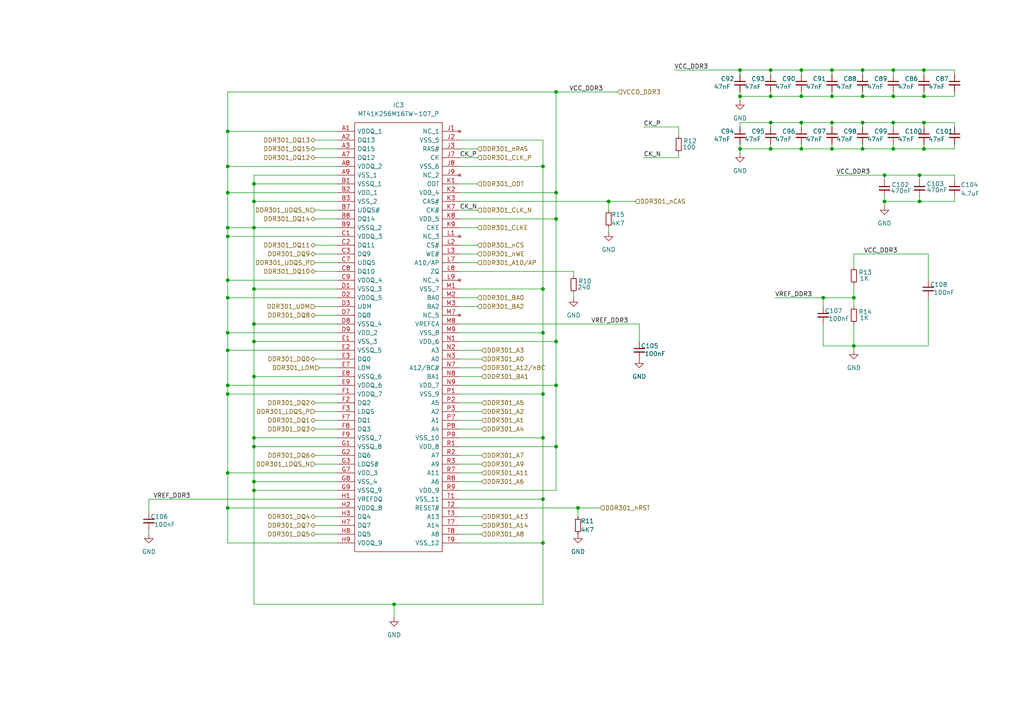
<source format=kicad_sch>
(kicad_sch
	(version 20231120)
	(generator "eeschema")
	(generator_version "8.0")
	(uuid "27d04b0f-0bb2-46f1-8e4a-bdd2eca66682")
	(paper "A4")
	(lib_symbols
		(symbol "Device:C_Small"
			(pin_numbers hide)
			(pin_names
				(offset 0.254) hide)
			(exclude_from_sim no)
			(in_bom yes)
			(on_board yes)
			(property "Reference" "C"
				(at 0.254 1.778 0)
				(effects
					(font
						(size 1.27 1.27)
					)
					(justify left)
				)
			)
			(property "Value" "C_Small"
				(at 0.254 -2.032 0)
				(effects
					(font
						(size 1.27 1.27)
					)
					(justify left)
				)
			)
			(property "Footprint" ""
				(at 0 0 0)
				(effects
					(font
						(size 1.27 1.27)
					)
					(hide yes)
				)
			)
			(property "Datasheet" "~"
				(at 0 0 0)
				(effects
					(font
						(size 1.27 1.27)
					)
					(hide yes)
				)
			)
			(property "Description" "Unpolarized capacitor, small symbol"
				(at 0 0 0)
				(effects
					(font
						(size 1.27 1.27)
					)
					(hide yes)
				)
			)
			(property "ki_keywords" "capacitor cap"
				(at 0 0 0)
				(effects
					(font
						(size 1.27 1.27)
					)
					(hide yes)
				)
			)
			(property "ki_fp_filters" "C_*"
				(at 0 0 0)
				(effects
					(font
						(size 1.27 1.27)
					)
					(hide yes)
				)
			)
			(symbol "C_Small_0_1"
				(polyline
					(pts
						(xy -1.524 -0.508) (xy 1.524 -0.508)
					)
					(stroke
						(width 0.3302)
						(type default)
					)
					(fill
						(type none)
					)
				)
				(polyline
					(pts
						(xy -1.524 0.508) (xy 1.524 0.508)
					)
					(stroke
						(width 0.3048)
						(type default)
					)
					(fill
						(type none)
					)
				)
			)
			(symbol "C_Small_1_1"
				(pin passive line
					(at 0 2.54 270)
					(length 2.032)
					(name "~"
						(effects
							(font
								(size 1.27 1.27)
							)
						)
					)
					(number "1"
						(effects
							(font
								(size 1.27 1.27)
							)
						)
					)
				)
				(pin passive line
					(at 0 -2.54 90)
					(length 2.032)
					(name "~"
						(effects
							(font
								(size 1.27 1.27)
							)
						)
					)
					(number "2"
						(effects
							(font
								(size 1.27 1.27)
							)
						)
					)
				)
			)
		)
		(symbol "Device:R_Small"
			(pin_numbers hide)
			(pin_names
				(offset 0.254) hide)
			(exclude_from_sim no)
			(in_bom yes)
			(on_board yes)
			(property "Reference" "R"
				(at 0.762 0.508 0)
				(effects
					(font
						(size 1.27 1.27)
					)
					(justify left)
				)
			)
			(property "Value" "R_Small"
				(at 0.762 -1.016 0)
				(effects
					(font
						(size 1.27 1.27)
					)
					(justify left)
				)
			)
			(property "Footprint" ""
				(at 0 0 0)
				(effects
					(font
						(size 1.27 1.27)
					)
					(hide yes)
				)
			)
			(property "Datasheet" "~"
				(at 0 0 0)
				(effects
					(font
						(size 1.27 1.27)
					)
					(hide yes)
				)
			)
			(property "Description" "Resistor, small symbol"
				(at 0 0 0)
				(effects
					(font
						(size 1.27 1.27)
					)
					(hide yes)
				)
			)
			(property "ki_keywords" "R resistor"
				(at 0 0 0)
				(effects
					(font
						(size 1.27 1.27)
					)
					(hide yes)
				)
			)
			(property "ki_fp_filters" "R_*"
				(at 0 0 0)
				(effects
					(font
						(size 1.27 1.27)
					)
					(hide yes)
				)
			)
			(symbol "R_Small_0_1"
				(rectangle
					(start -0.762 1.778)
					(end 0.762 -1.778)
					(stroke
						(width 0.2032)
						(type default)
					)
					(fill
						(type none)
					)
				)
			)
			(symbol "R_Small_1_1"
				(pin passive line
					(at 0 2.54 270)
					(length 0.762)
					(name "~"
						(effects
							(font
								(size 1.27 1.27)
							)
						)
					)
					(number "1"
						(effects
							(font
								(size 1.27 1.27)
							)
						)
					)
				)
				(pin passive line
					(at 0 -2.54 90)
					(length 0.762)
					(name "~"
						(effects
							(font
								(size 1.27 1.27)
							)
						)
					)
					(number "2"
						(effects
							(font
								(size 1.27 1.27)
							)
						)
					)
				)
			)
		)
		(symbol "RASBB_Library:MT41K256M16TW-107_P"
			(pin_names
				(offset 0.762)
			)
			(exclude_from_sim no)
			(in_bom yes)
			(on_board yes)
			(property "Reference" "IC3"
				(at 17.78 7.62 0)
				(effects
					(font
						(size 1.27 1.27)
					)
				)
			)
			(property "Value" "MT41K256M16TW-107_P"
				(at 17.78 5.08 0)
				(effects
					(font
						(size 1.27 1.27)
					)
				)
			)
			(property "Footprint" "BGA96C80P9X16_800X1400X120"
				(at 41.148 17.018 0)
				(effects
					(font
						(size 1.27 1.27)
					)
					(justify left)
					(hide yes)
				)
			)
			(property "Datasheet" "https://datasheet.datasheetarchive.com/originals/distributors/DKDS42/DSANUWW0045409.pdf"
				(at 36.83 9.906 0)
				(effects
					(font
						(size 1.27 1.27)
					)
					(justify left)
					(hide yes)
				)
			)
			(property "Description" "MICRON - MT41K256M16TW-107:P - SDRAM, 256M X 16BIT, 0 TO 95DEG C"
				(at -3.302 21.082 0)
				(effects
					(font
						(size 1.27 1.27)
					)
					(hide yes)
				)
			)
			(property "Description_1" "MICRON - MT41K256M16TW-107:P - SDRAM, 256M X 16BIT, 0 TO 95DEG C"
				(at 41.656 23.876 0)
				(effects
					(font
						(size 1.27 1.27)
					)
					(justify left)
					(hide yes)
				)
			)
			(property "Height" "1.2"
				(at 31.75 -5.08 0)
				(effects
					(font
						(size 1.27 1.27)
					)
					(justify left)
					(hide yes)
				)
			)
			(property "Mouser Part Number" "340-265846-TRAY"
				(at 41.402 13.208 0)
				(effects
					(font
						(size 1.27 1.27)
					)
					(justify left)
					(hide yes)
				)
			)
			(property "Mouser Price/Stock" "https://www.mouser.co.uk/ProductDetail/Micron/MT41K256M16TW-107P?qs=rrS6PyfT74eHnbmAfGvzkQ%3D%3D"
				(at 38.608 29.21 0)
				(effects
					(font
						(size 1.27 1.27)
					)
					(justify left)
					(hide yes)
				)
			)
			(property "Manufacturer_Name" "Micron"
				(at 31.75 -12.7 0)
				(effects
					(font
						(size 1.27 1.27)
					)
					(justify left)
					(hide yes)
				)
			)
			(property "Manufacturer_Part_Number" "MT41K256M16TW-107:P"
				(at 55.626 7.112 0)
				(effects
					(font
						(size 1.27 1.27)
					)
					(justify left)
					(hide yes)
				)
			)
			(symbol "MT41K256M16TW-107_P_0_0"
				(pin power_in line
					(at 0 0 0)
					(length 5.08)
					(name "VDDQ_1"
						(effects
							(font
								(size 1.27 1.27)
							)
						)
					)
					(number "A1"
						(effects
							(font
								(size 1.27 1.27)
							)
						)
					)
				)
				(pin bidirectional line
					(at 0 -2.54 0)
					(length 5.08)
					(name "DQ13"
						(effects
							(font
								(size 1.27 1.27)
							)
						)
					)
					(number "A2"
						(effects
							(font
								(size 1.27 1.27)
							)
						)
					)
				)
				(pin bidirectional line
					(at 0 -5.08 0)
					(length 5.08)
					(name "DQ15"
						(effects
							(font
								(size 1.27 1.27)
							)
						)
					)
					(number "A3"
						(effects
							(font
								(size 1.27 1.27)
							)
						)
					)
				)
				(pin bidirectional line
					(at 0 -7.62 0)
					(length 5.08)
					(name "DQ12"
						(effects
							(font
								(size 1.27 1.27)
							)
						)
					)
					(number "A7"
						(effects
							(font
								(size 1.27 1.27)
							)
						)
					)
				)
				(pin power_in line
					(at 0 -10.16 0)
					(length 5.08)
					(name "VDDQ_2"
						(effects
							(font
								(size 1.27 1.27)
							)
						)
					)
					(number "A8"
						(effects
							(font
								(size 1.27 1.27)
							)
						)
					)
				)
				(pin passive line
					(at 0 -12.7 0)
					(length 5.08)
					(name "VSS_1"
						(effects
							(font
								(size 1.27 1.27)
							)
						)
					)
					(number "A9"
						(effects
							(font
								(size 1.27 1.27)
							)
						)
					)
				)
				(pin passive line
					(at 0 -15.24 0)
					(length 5.08)
					(name "VSSQ_1"
						(effects
							(font
								(size 1.27 1.27)
							)
						)
					)
					(number "B1"
						(effects
							(font
								(size 1.27 1.27)
							)
						)
					)
				)
				(pin power_in line
					(at 0 -17.78 0)
					(length 5.08)
					(name "VDD_1"
						(effects
							(font
								(size 1.27 1.27)
							)
						)
					)
					(number "B2"
						(effects
							(font
								(size 1.27 1.27)
							)
						)
					)
				)
				(pin passive line
					(at 0 -20.32 0)
					(length 5.08)
					(name "VSS_2"
						(effects
							(font
								(size 1.27 1.27)
							)
						)
					)
					(number "B3"
						(effects
							(font
								(size 1.27 1.27)
							)
						)
					)
				)
				(pin bidirectional line
					(at 0 -22.86 0)
					(length 5.08)
					(name "UDQS#"
						(effects
							(font
								(size 1.27 1.27)
							)
						)
					)
					(number "B7"
						(effects
							(font
								(size 1.27 1.27)
							)
						)
					)
				)
				(pin bidirectional line
					(at 0 -25.4 0)
					(length 5.08)
					(name "DQ14"
						(effects
							(font
								(size 1.27 1.27)
							)
						)
					)
					(number "B8"
						(effects
							(font
								(size 1.27 1.27)
							)
						)
					)
				)
				(pin passive line
					(at 0 -27.94 0)
					(length 5.08)
					(name "VSSQ_2"
						(effects
							(font
								(size 1.27 1.27)
							)
						)
					)
					(number "B9"
						(effects
							(font
								(size 1.27 1.27)
							)
						)
					)
				)
				(pin bidirectional line
					(at 0 -33.02 0)
					(length 5.08)
					(name "DQ11"
						(effects
							(font
								(size 1.27 1.27)
							)
						)
					)
					(number "C2"
						(effects
							(font
								(size 1.27 1.27)
							)
						)
					)
				)
				(pin bidirectional line
					(at 0 -35.56 0)
					(length 5.08)
					(name "DQ9"
						(effects
							(font
								(size 1.27 1.27)
							)
						)
					)
					(number "C3"
						(effects
							(font
								(size 1.27 1.27)
							)
						)
					)
				)
				(pin bidirectional line
					(at 0 -38.1 0)
					(length 5.08)
					(name "UDQS"
						(effects
							(font
								(size 1.27 1.27)
							)
						)
					)
					(number "C7"
						(effects
							(font
								(size 1.27 1.27)
							)
						)
					)
				)
				(pin bidirectional line
					(at 0 -40.64 0)
					(length 5.08)
					(name "DQ10"
						(effects
							(font
								(size 1.27 1.27)
							)
						)
					)
					(number "C8"
						(effects
							(font
								(size 1.27 1.27)
							)
						)
					)
				)
				(pin power_in line
					(at 0 -43.18 0)
					(length 5.08)
					(name "VDDQ_4"
						(effects
							(font
								(size 1.27 1.27)
							)
						)
					)
					(number "C9"
						(effects
							(font
								(size 1.27 1.27)
							)
						)
					)
				)
				(pin passive line
					(at 0 -45.72 0)
					(length 5.08)
					(name "VSSQ_3"
						(effects
							(font
								(size 1.27 1.27)
							)
						)
					)
					(number "D1"
						(effects
							(font
								(size 1.27 1.27)
							)
						)
					)
				)
				(pin power_in line
					(at 0 -48.26 0)
					(length 5.08)
					(name "VDDQ_5"
						(effects
							(font
								(size 1.27 1.27)
							)
						)
					)
					(number "D2"
						(effects
							(font
								(size 1.27 1.27)
							)
						)
					)
				)
				(pin bidirectional line
					(at 0 -50.8 0)
					(length 5.08)
					(name "UDM"
						(effects
							(font
								(size 1.27 1.27)
							)
						)
					)
					(number "D3"
						(effects
							(font
								(size 1.27 1.27)
							)
						)
					)
				)
				(pin bidirectional line
					(at 0 -53.34 0)
					(length 5.08)
					(name "DQ8"
						(effects
							(font
								(size 1.27 1.27)
							)
						)
					)
					(number "D7"
						(effects
							(font
								(size 1.27 1.27)
							)
						)
					)
				)
				(pin passive line
					(at 0 -55.88 0)
					(length 5.08)
					(name "VSSQ_4"
						(effects
							(font
								(size 1.27 1.27)
							)
						)
					)
					(number "D8"
						(effects
							(font
								(size 1.27 1.27)
							)
						)
					)
				)
				(pin power_in line
					(at 0 -58.42 0)
					(length 5.08)
					(name "VDD_2"
						(effects
							(font
								(size 1.27 1.27)
							)
						)
					)
					(number "D9"
						(effects
							(font
								(size 1.27 1.27)
							)
						)
					)
				)
				(pin passive line
					(at 0 -60.96 0)
					(length 5.08)
					(name "VSS_3"
						(effects
							(font
								(size 1.27 1.27)
							)
						)
					)
					(number "E1"
						(effects
							(font
								(size 1.27 1.27)
							)
						)
					)
				)
				(pin passive line
					(at 0 -63.5 0)
					(length 5.08)
					(name "VSSQ_5"
						(effects
							(font
								(size 1.27 1.27)
							)
						)
					)
					(number "E2"
						(effects
							(font
								(size 1.27 1.27)
							)
						)
					)
				)
				(pin bidirectional line
					(at 0 -66.04 0)
					(length 5.08)
					(name "DQ0"
						(effects
							(font
								(size 1.27 1.27)
							)
						)
					)
					(number "E3"
						(effects
							(font
								(size 1.27 1.27)
							)
						)
					)
				)
				(pin bidirectional line
					(at 0 -68.58 0)
					(length 5.08)
					(name "LDM"
						(effects
							(font
								(size 1.27 1.27)
							)
						)
					)
					(number "E7"
						(effects
							(font
								(size 1.27 1.27)
							)
						)
					)
				)
				(pin passive line
					(at 0 -71.12 0)
					(length 5.08)
					(name "VSSQ_6"
						(effects
							(font
								(size 1.27 1.27)
							)
						)
					)
					(number "E8"
						(effects
							(font
								(size 1.27 1.27)
							)
						)
					)
				)
				(pin power_in line
					(at 0 -73.66 0)
					(length 5.08)
					(name "VDDQ_6"
						(effects
							(font
								(size 1.27 1.27)
							)
						)
					)
					(number "E9"
						(effects
							(font
								(size 1.27 1.27)
							)
						)
					)
				)
				(pin power_in line
					(at 0 -76.2 0)
					(length 5.08)
					(name "VDDQ_7"
						(effects
							(font
								(size 1.27 1.27)
							)
						)
					)
					(number "F1"
						(effects
							(font
								(size 1.27 1.27)
							)
						)
					)
				)
				(pin bidirectional line
					(at 0 -78.74 0)
					(length 5.08)
					(name "DQ2"
						(effects
							(font
								(size 1.27 1.27)
							)
						)
					)
					(number "F2"
						(effects
							(font
								(size 1.27 1.27)
							)
						)
					)
				)
				(pin bidirectional line
					(at 0 -81.28 0)
					(length 5.08)
					(name "LDQS"
						(effects
							(font
								(size 1.27 1.27)
							)
						)
					)
					(number "F3"
						(effects
							(font
								(size 1.27 1.27)
							)
						)
					)
				)
				(pin bidirectional line
					(at 0 -83.82 0)
					(length 5.08)
					(name "DQ1"
						(effects
							(font
								(size 1.27 1.27)
							)
						)
					)
					(number "F7"
						(effects
							(font
								(size 1.27 1.27)
							)
						)
					)
				)
				(pin bidirectional line
					(at 0 -86.36 0)
					(length 5.08)
					(name "DQ3"
						(effects
							(font
								(size 1.27 1.27)
							)
						)
					)
					(number "F8"
						(effects
							(font
								(size 1.27 1.27)
							)
						)
					)
				)
				(pin passive line
					(at 0 -88.9 0)
					(length 5.08)
					(name "VSSQ_7"
						(effects
							(font
								(size 1.27 1.27)
							)
						)
					)
					(number "F9"
						(effects
							(font
								(size 1.27 1.27)
							)
						)
					)
				)
				(pin passive line
					(at 0 -91.44 0)
					(length 5.08)
					(name "VSSQ_8"
						(effects
							(font
								(size 1.27 1.27)
							)
						)
					)
					(number "G1"
						(effects
							(font
								(size 1.27 1.27)
							)
						)
					)
				)
				(pin bidirectional line
					(at 0 -93.98 0)
					(length 5.08)
					(name "DQ6"
						(effects
							(font
								(size 1.27 1.27)
							)
						)
					)
					(number "G2"
						(effects
							(font
								(size 1.27 1.27)
							)
						)
					)
				)
				(pin bidirectional line
					(at 0 -96.52 0)
					(length 5.08)
					(name "LDQS#"
						(effects
							(font
								(size 1.27 1.27)
							)
						)
					)
					(number "G3"
						(effects
							(font
								(size 1.27 1.27)
							)
						)
					)
				)
				(pin power_in line
					(at 0 -99.06 0)
					(length 5.08)
					(name "VDD_3"
						(effects
							(font
								(size 1.27 1.27)
							)
						)
					)
					(number "G7"
						(effects
							(font
								(size 1.27 1.27)
							)
						)
					)
				)
				(pin passive line
					(at 0 -101.6 0)
					(length 5.08)
					(name "VSS_4"
						(effects
							(font
								(size 1.27 1.27)
							)
						)
					)
					(number "G8"
						(effects
							(font
								(size 1.27 1.27)
							)
						)
					)
				)
				(pin passive line
					(at 0 -104.14 0)
					(length 5.08)
					(name "VSSQ_9"
						(effects
							(font
								(size 1.27 1.27)
							)
						)
					)
					(number "G9"
						(effects
							(font
								(size 1.27 1.27)
							)
						)
					)
				)
				(pin power_in line
					(at 0 -106.68 0)
					(length 5.08)
					(name "VREFDQ"
						(effects
							(font
								(size 1.27 1.27)
							)
						)
					)
					(number "H1"
						(effects
							(font
								(size 1.27 1.27)
							)
						)
					)
				)
				(pin power_in line
					(at 0 -109.22 0)
					(length 5.08)
					(name "VDDQ_8"
						(effects
							(font
								(size 1.27 1.27)
							)
						)
					)
					(number "H2"
						(effects
							(font
								(size 1.27 1.27)
							)
						)
					)
				)
				(pin bidirectional line
					(at 0 -111.76 0)
					(length 5.08)
					(name "DQ4"
						(effects
							(font
								(size 1.27 1.27)
							)
						)
					)
					(number "H3"
						(effects
							(font
								(size 1.27 1.27)
							)
						)
					)
				)
				(pin bidirectional line
					(at 0 -114.3 0)
					(length 5.08)
					(name "DQ7"
						(effects
							(font
								(size 1.27 1.27)
							)
						)
					)
					(number "H7"
						(effects
							(font
								(size 1.27 1.27)
							)
						)
					)
				)
				(pin bidirectional line
					(at 0 -116.84 0)
					(length 5.08)
					(name "DQ5"
						(effects
							(font
								(size 1.27 1.27)
							)
						)
					)
					(number "H8"
						(effects
							(font
								(size 1.27 1.27)
							)
						)
					)
				)
				(pin no_connect line
					(at 35.56 0 180)
					(length 5.08)
					(name "NC_1"
						(effects
							(font
								(size 1.27 1.27)
							)
						)
					)
					(number "J1"
						(effects
							(font
								(size 1.27 1.27)
							)
						)
					)
				)
				(pin passive line
					(at 35.56 -2.54 180)
					(length 5.08)
					(name "VSS_5"
						(effects
							(font
								(size 1.27 1.27)
							)
						)
					)
					(number "J2"
						(effects
							(font
								(size 1.27 1.27)
							)
						)
					)
				)
				(pin input line
					(at 35.56 -5.08 180)
					(length 5.08)
					(name "RAS#"
						(effects
							(font
								(size 1.27 1.27)
							)
						)
					)
					(number "J3"
						(effects
							(font
								(size 1.27 1.27)
							)
						)
					)
				)
				(pin input line
					(at 35.56 -7.62 180)
					(length 5.08)
					(name "CK"
						(effects
							(font
								(size 1.27 1.27)
							)
						)
					)
					(number "J7"
						(effects
							(font
								(size 1.27 1.27)
							)
						)
					)
				)
				(pin passive line
					(at 35.56 -10.16 180)
					(length 5.08)
					(name "VSS_6"
						(effects
							(font
								(size 1.27 1.27)
							)
						)
					)
					(number "J8"
						(effects
							(font
								(size 1.27 1.27)
							)
						)
					)
				)
				(pin no_connect line
					(at 35.56 -12.7 180)
					(length 5.08)
					(name "NC_2"
						(effects
							(font
								(size 1.27 1.27)
							)
						)
					)
					(number "J9"
						(effects
							(font
								(size 1.27 1.27)
							)
						)
					)
				)
				(pin power_in line
					(at 35.56 -17.78 180)
					(length 5.08)
					(name "VDD_4"
						(effects
							(font
								(size 1.27 1.27)
							)
						)
					)
					(number "K2"
						(effects
							(font
								(size 1.27 1.27)
							)
						)
					)
				)
				(pin power_in line
					(at 35.56 -25.4 180)
					(length 5.08)
					(name "VDD_5"
						(effects
							(font
								(size 1.27 1.27)
							)
						)
					)
					(number "K8"
						(effects
							(font
								(size 1.27 1.27)
							)
						)
					)
				)
				(pin input line
					(at 35.56 -27.94 180)
					(length 5.08)
					(name "CKE"
						(effects
							(font
								(size 1.27 1.27)
							)
						)
					)
					(number "K9"
						(effects
							(font
								(size 1.27 1.27)
							)
						)
					)
				)
				(pin no_connect line
					(at 35.56 -30.48 180)
					(length 5.08)
					(name "NC_3"
						(effects
							(font
								(size 1.27 1.27)
							)
						)
					)
					(number "L1"
						(effects
							(font
								(size 1.27 1.27)
							)
						)
					)
				)
				(pin input line
					(at 35.56 -33.02 180)
					(length 5.08)
					(name "CS#"
						(effects
							(font
								(size 1.27 1.27)
							)
						)
					)
					(number "L2"
						(effects
							(font
								(size 1.27 1.27)
							)
						)
					)
				)
				(pin input line
					(at 35.56 -35.56 180)
					(length 5.08)
					(name "WE#"
						(effects
							(font
								(size 1.27 1.27)
							)
						)
					)
					(number "L3"
						(effects
							(font
								(size 1.27 1.27)
							)
						)
					)
				)
				(pin input line
					(at 35.56 -38.1 180)
					(length 5.08)
					(name "A10/AP"
						(effects
							(font
								(size 1.27 1.27)
							)
						)
					)
					(number "L7"
						(effects
							(font
								(size 1.27 1.27)
							)
						)
					)
				)
				(pin input line
					(at 35.56 -40.64 180)
					(length 5.08)
					(name "ZQ"
						(effects
							(font
								(size 1.27 1.27)
							)
						)
					)
					(number "L8"
						(effects
							(font
								(size 1.27 1.27)
							)
						)
					)
				)
				(pin no_connect line
					(at 35.56 -43.18 180)
					(length 5.08)
					(name "NC_4"
						(effects
							(font
								(size 1.27 1.27)
							)
						)
					)
					(number "L9"
						(effects
							(font
								(size 1.27 1.27)
							)
						)
					)
				)
				(pin passive line
					(at 35.56 -45.72 180)
					(length 5.08)
					(name "VSS_7"
						(effects
							(font
								(size 1.27 1.27)
							)
						)
					)
					(number "M1"
						(effects
							(font
								(size 1.27 1.27)
							)
						)
					)
				)
				(pin input line
					(at 35.56 -48.26 180)
					(length 5.08)
					(name "BA0"
						(effects
							(font
								(size 1.27 1.27)
							)
						)
					)
					(number "M2"
						(effects
							(font
								(size 1.27 1.27)
							)
						)
					)
				)
				(pin input line
					(at 35.56 -50.8 180)
					(length 5.08)
					(name "BA2"
						(effects
							(font
								(size 1.27 1.27)
							)
						)
					)
					(number "M3"
						(effects
							(font
								(size 1.27 1.27)
							)
						)
					)
				)
				(pin no_connect line
					(at 35.56 -53.34 180)
					(length 5.08)
					(name "NC_5"
						(effects
							(font
								(size 1.27 1.27)
							)
						)
					)
					(number "M7"
						(effects
							(font
								(size 1.27 1.27)
							)
						)
					)
				)
				(pin power_in line
					(at 35.56 -55.88 180)
					(length 5.08)
					(name "VREFCA"
						(effects
							(font
								(size 1.27 1.27)
							)
						)
					)
					(number "M8"
						(effects
							(font
								(size 1.27 1.27)
							)
						)
					)
				)
				(pin passive line
					(at 35.56 -58.42 180)
					(length 5.08)
					(name "VSS_8"
						(effects
							(font
								(size 1.27 1.27)
							)
						)
					)
					(number "M9"
						(effects
							(font
								(size 1.27 1.27)
							)
						)
					)
				)
				(pin power_in line
					(at 35.56 -60.96 180)
					(length 5.08)
					(name "VDD_6"
						(effects
							(font
								(size 1.27 1.27)
							)
						)
					)
					(number "N1"
						(effects
							(font
								(size 1.27 1.27)
							)
						)
					)
				)
				(pin input line
					(at 35.56 -63.5 180)
					(length 5.08)
					(name "A3"
						(effects
							(font
								(size 1.27 1.27)
							)
						)
					)
					(number "N2"
						(effects
							(font
								(size 1.27 1.27)
							)
						)
					)
				)
				(pin input line
					(at 35.56 -71.12 180)
					(length 5.08)
					(name "BA1"
						(effects
							(font
								(size 1.27 1.27)
							)
						)
					)
					(number "N8"
						(effects
							(font
								(size 1.27 1.27)
							)
						)
					)
				)
				(pin power_in line
					(at 35.56 -73.66 180)
					(length 5.08)
					(name "VDD_7"
						(effects
							(font
								(size 1.27 1.27)
							)
						)
					)
					(number "N9"
						(effects
							(font
								(size 1.27 1.27)
							)
						)
					)
				)
				(pin passive line
					(at 35.56 -76.2 180)
					(length 5.08)
					(name "VSS_9"
						(effects
							(font
								(size 1.27 1.27)
							)
						)
					)
					(number "P1"
						(effects
							(font
								(size 1.27 1.27)
							)
						)
					)
				)
				(pin input line
					(at 35.56 -78.74 180)
					(length 5.08)
					(name "A5"
						(effects
							(font
								(size 1.27 1.27)
							)
						)
					)
					(number "P2"
						(effects
							(font
								(size 1.27 1.27)
							)
						)
					)
				)
				(pin input line
					(at 35.56 -81.28 180)
					(length 5.08)
					(name "A2"
						(effects
							(font
								(size 1.27 1.27)
							)
						)
					)
					(number "P3"
						(effects
							(font
								(size 1.27 1.27)
							)
						)
					)
				)
				(pin input line
					(at 35.56 -83.82 180)
					(length 5.08)
					(name "A1"
						(effects
							(font
								(size 1.27 1.27)
							)
						)
					)
					(number "P7"
						(effects
							(font
								(size 1.27 1.27)
							)
						)
					)
				)
				(pin input line
					(at 35.56 -86.36 180)
					(length 5.08)
					(name "A4"
						(effects
							(font
								(size 1.27 1.27)
							)
						)
					)
					(number "P8"
						(effects
							(font
								(size 1.27 1.27)
							)
						)
					)
				)
				(pin passive line
					(at 35.56 -88.9 180)
					(length 5.08)
					(name "VSS_10"
						(effects
							(font
								(size 1.27 1.27)
							)
						)
					)
					(number "P9"
						(effects
							(font
								(size 1.27 1.27)
							)
						)
					)
				)
				(pin power_in line
					(at 35.56 -91.44 180)
					(length 5.08)
					(name "VDD_8"
						(effects
							(font
								(size 1.27 1.27)
							)
						)
					)
					(number "R1"
						(effects
							(font
								(size 1.27 1.27)
							)
						)
					)
				)
				(pin input line
					(at 35.56 -93.98 180)
					(length 5.08)
					(name "A7"
						(effects
							(font
								(size 1.27 1.27)
							)
						)
					)
					(number "R2"
						(effects
							(font
								(size 1.27 1.27)
							)
						)
					)
				)
				(pin input line
					(at 35.56 -96.52 180)
					(length 5.08)
					(name "A9"
						(effects
							(font
								(size 1.27 1.27)
							)
						)
					)
					(number "R3"
						(effects
							(font
								(size 1.27 1.27)
							)
						)
					)
				)
				(pin input line
					(at 35.56 -99.06 180)
					(length 5.08)
					(name "A11"
						(effects
							(font
								(size 1.27 1.27)
							)
						)
					)
					(number "R7"
						(effects
							(font
								(size 1.27 1.27)
							)
						)
					)
				)
				(pin input line
					(at 35.56 -101.6 180)
					(length 5.08)
					(name "A6"
						(effects
							(font
								(size 1.27 1.27)
							)
						)
					)
					(number "R8"
						(effects
							(font
								(size 1.27 1.27)
							)
						)
					)
				)
				(pin power_in line
					(at 35.56 -104.14 180)
					(length 5.08)
					(name "VDD_9"
						(effects
							(font
								(size 1.27 1.27)
							)
						)
					)
					(number "R9"
						(effects
							(font
								(size 1.27 1.27)
							)
						)
					)
				)
				(pin passive line
					(at 35.56 -106.68 180)
					(length 5.08)
					(name "VSS_11"
						(effects
							(font
								(size 1.27 1.27)
							)
						)
					)
					(number "T1"
						(effects
							(font
								(size 1.27 1.27)
							)
						)
					)
				)
				(pin input line
					(at 35.56 -109.22 180)
					(length 5.08)
					(name "RESET#"
						(effects
							(font
								(size 1.27 1.27)
							)
						)
					)
					(number "T2"
						(effects
							(font
								(size 1.27 1.27)
							)
						)
					)
				)
				(pin input line
					(at 35.56 -111.76 180)
					(length 5.08)
					(name "A13"
						(effects
							(font
								(size 1.27 1.27)
							)
						)
					)
					(number "T3"
						(effects
							(font
								(size 1.27 1.27)
							)
						)
					)
				)
				(pin input line
					(at 35.56 -114.3 180)
					(length 5.08)
					(name "A14"
						(effects
							(font
								(size 1.27 1.27)
							)
						)
					)
					(number "T7"
						(effects
							(font
								(size 1.27 1.27)
							)
						)
					)
				)
				(pin input line
					(at 35.56 -116.84 180)
					(length 5.08)
					(name "A8"
						(effects
							(font
								(size 1.27 1.27)
							)
						)
					)
					(number "T8"
						(effects
							(font
								(size 1.27 1.27)
							)
						)
					)
				)
				(pin passive line
					(at 35.56 -119.38 180)
					(length 5.08)
					(name "VSS_12"
						(effects
							(font
								(size 1.27 1.27)
							)
						)
					)
					(number "T9"
						(effects
							(font
								(size 1.27 1.27)
							)
						)
					)
				)
			)
			(symbol "MT41K256M16TW-107_P_0_1"
				(polyline
					(pts
						(xy 5.08 2.54) (xy 30.48 2.54) (xy 30.48 -121.92) (xy 5.08 -121.92) (xy 5.08 2.54)
					)
					(stroke
						(width 0.1524)
						(type solid)
					)
					(fill
						(type none)
					)
				)
			)
			(symbol "MT41K256M16TW-107_P_1_0"
				(pin power_in line
					(at 0 -30.48 0)
					(length 5.08)
					(name "VDDQ_3"
						(effects
							(font
								(size 1.27 1.27)
							)
						)
					)
					(number "C1"
						(effects
							(font
								(size 1.27 1.27)
							)
						)
					)
				)
				(pin power_in line
					(at 0 -119.38 0)
					(length 5.08)
					(name "VDDQ_9"
						(effects
							(font
								(size 1.27 1.27)
							)
						)
					)
					(number "H9"
						(effects
							(font
								(size 1.27 1.27)
							)
						)
					)
				)
				(pin input line
					(at 35.56 -15.24 180)
					(length 5.08)
					(name "ODT"
						(effects
							(font
								(size 1.27 1.27)
							)
						)
					)
					(number "K1"
						(effects
							(font
								(size 1.27 1.27)
							)
						)
					)
				)
				(pin input line
					(at 35.56 -20.32 180)
					(length 5.08)
					(name "CAS#"
						(effects
							(font
								(size 1.27 1.27)
							)
						)
					)
					(number "K3"
						(effects
							(font
								(size 1.27 1.27)
							)
						)
					)
				)
				(pin input line
					(at 35.56 -22.86 180)
					(length 5.08)
					(name "CK#"
						(effects
							(font
								(size 1.27 1.27)
							)
						)
					)
					(number "K7"
						(effects
							(font
								(size 1.27 1.27)
							)
						)
					)
				)
				(pin input line
					(at 35.56 -66.04 180)
					(length 5.08)
					(name "A0"
						(effects
							(font
								(size 1.27 1.27)
							)
						)
					)
					(number "N3"
						(effects
							(font
								(size 1.27 1.27)
							)
						)
					)
				)
				(pin input line
					(at 35.56 -68.58 180)
					(length 5.08)
					(name "A12/BC#"
						(effects
							(font
								(size 1.27 1.27)
							)
						)
					)
					(number "N7"
						(effects
							(font
								(size 1.27 1.27)
							)
						)
					)
				)
			)
		)
		(symbol "power:GND"
			(power)
			(pin_numbers hide)
			(pin_names
				(offset 0) hide)
			(exclude_from_sim no)
			(in_bom yes)
			(on_board yes)
			(property "Reference" "#PWR"
				(at 0 -6.35 0)
				(effects
					(font
						(size 1.27 1.27)
					)
					(hide yes)
				)
			)
			(property "Value" "GND"
				(at 0 -3.81 0)
				(effects
					(font
						(size 1.27 1.27)
					)
				)
			)
			(property "Footprint" ""
				(at 0 0 0)
				(effects
					(font
						(size 1.27 1.27)
					)
					(hide yes)
				)
			)
			(property "Datasheet" ""
				(at 0 0 0)
				(effects
					(font
						(size 1.27 1.27)
					)
					(hide yes)
				)
			)
			(property "Description" "Power symbol creates a global label with name \"GND\" , ground"
				(at 0 0 0)
				(effects
					(font
						(size 1.27 1.27)
					)
					(hide yes)
				)
			)
			(property "ki_keywords" "global power"
				(at 0 0 0)
				(effects
					(font
						(size 1.27 1.27)
					)
					(hide yes)
				)
			)
			(symbol "GND_0_1"
				(polyline
					(pts
						(xy 0 0) (xy 0 -1.27) (xy 1.27 -1.27) (xy 0 -2.54) (xy -1.27 -1.27) (xy 0 -1.27)
					)
					(stroke
						(width 0)
						(type default)
					)
					(fill
						(type none)
					)
				)
			)
			(symbol "GND_1_1"
				(pin power_in line
					(at 0 0 270)
					(length 0)
					(name "~"
						(effects
							(font
								(size 1.27 1.27)
							)
						)
					)
					(number "1"
						(effects
							(font
								(size 1.27 1.27)
							)
						)
					)
				)
			)
		)
	)
	(junction
		(at 161.29 111.76)
		(diameter 0)
		(color 0 0 0 0)
		(uuid "065d8273-cbdc-4fc4-818e-cb1c371e590f")
	)
	(junction
		(at 223.52 43.18)
		(diameter 0)
		(color 0 0 0 0)
		(uuid "09252bd5-571a-47c8-b88d-50230690644b")
	)
	(junction
		(at 259.08 27.94)
		(diameter 0)
		(color 0 0 0 0)
		(uuid "09e4cb1e-a92e-42e0-a425-3309c2499ca0")
	)
	(junction
		(at 223.52 27.94)
		(diameter 0)
		(color 0 0 0 0)
		(uuid "0a08b839-5900-4f45-b1b5-f438a3ac4eda")
	)
	(junction
		(at 66.04 66.04)
		(diameter 0)
		(color 0 0 0 0)
		(uuid "0b1438ca-0c28-4b1c-ab0f-26965085242e")
	)
	(junction
		(at 66.04 147.32)
		(diameter 0)
		(color 0 0 0 0)
		(uuid "12faaf18-cbc3-413e-b83d-e03e4e27e8b8")
	)
	(junction
		(at 157.48 144.78)
		(diameter 0)
		(color 0 0 0 0)
		(uuid "1549b81c-37e9-4eea-a25d-4824d2cc82df")
	)
	(junction
		(at 214.63 27.94)
		(diameter 0)
		(color 0 0 0 0)
		(uuid "2261ccd8-2efc-4ec9-b04e-6fd34c0ba827")
	)
	(junction
		(at 232.41 35.56)
		(diameter 0)
		(color 0 0 0 0)
		(uuid "232f2f33-c06d-48f3-8cbc-5bf828e1fd7b")
	)
	(junction
		(at 161.29 63.5)
		(diameter 0)
		(color 0 0 0 0)
		(uuid "2826d34f-849a-4acb-a244-553553406455")
	)
	(junction
		(at 66.04 68.58)
		(diameter 0)
		(color 0 0 0 0)
		(uuid "2c82d547-a111-4069-bc0d-e27e39ae5107")
	)
	(junction
		(at 73.66 93.98)
		(diameter 0)
		(color 0 0 0 0)
		(uuid "2c8422f5-1767-4e90-90cc-6b070a1018f2")
	)
	(junction
		(at 241.3 27.94)
		(diameter 0)
		(color 0 0 0 0)
		(uuid "2f6ebcff-10da-438f-9ca5-894f0717bc42")
	)
	(junction
		(at 232.41 43.18)
		(diameter 0)
		(color 0 0 0 0)
		(uuid "31b1648f-632e-4e8f-aea7-846fab071f8a")
	)
	(junction
		(at 73.66 129.54)
		(diameter 0)
		(color 0 0 0 0)
		(uuid "33ae7afd-64ec-404c-a749-925f26b86488")
	)
	(junction
		(at 247.65 100.33)
		(diameter 0)
		(color 0 0 0 0)
		(uuid "3b5c06b0-5545-4eb5-aaf9-056ebcbf0e31")
	)
	(junction
		(at 66.04 114.3)
		(diameter 0)
		(color 0 0 0 0)
		(uuid "43bd9539-d2b2-4676-9871-7106963331b6")
	)
	(junction
		(at 161.29 99.06)
		(diameter 0)
		(color 0 0 0 0)
		(uuid "461ab9ce-2e8f-4ac7-aa18-828206fd0dbd")
	)
	(junction
		(at 66.04 101.6)
		(diameter 0)
		(color 0 0 0 0)
		(uuid "486e8f73-17c7-4c1c-b21c-13bdad4fca6f")
	)
	(junction
		(at 267.97 27.94)
		(diameter 0)
		(color 0 0 0 0)
		(uuid "4ed591f7-f3ef-4500-aa1d-bfdd50a63c79")
	)
	(junction
		(at 232.41 27.94)
		(diameter 0)
		(color 0 0 0 0)
		(uuid "53525503-de50-4f65-b9b8-b98140f90982")
	)
	(junction
		(at 66.04 137.16)
		(diameter 0)
		(color 0 0 0 0)
		(uuid "5b29da36-39e9-4a54-bddc-e04c147fbc93")
	)
	(junction
		(at 232.41 20.32)
		(diameter 0)
		(color 0 0 0 0)
		(uuid "5cef7075-fd77-4e95-a6c8-6e2e135252a5")
	)
	(junction
		(at 73.66 66.04)
		(diameter 0)
		(color 0 0 0 0)
		(uuid "5d396555-4d21-4066-ba61-9bcb8c9a2a22")
	)
	(junction
		(at 259.08 20.32)
		(diameter 0)
		(color 0 0 0 0)
		(uuid "5d51b73d-8e31-46b4-b76d-758805d89503")
	)
	(junction
		(at 266.7 58.42)
		(diameter 0)
		(color 0 0 0 0)
		(uuid "623246ba-063a-4a89-93fe-87e8e8c62b46")
	)
	(junction
		(at 223.52 20.32)
		(diameter 0)
		(color 0 0 0 0)
		(uuid "63a38319-5106-4c01-be24-43207f575d56")
	)
	(junction
		(at 176.53 58.42)
		(diameter 0)
		(color 0 0 0 0)
		(uuid "65c72190-2977-450f-9728-95d488266abb")
	)
	(junction
		(at 161.29 129.54)
		(diameter 0)
		(color 0 0 0 0)
		(uuid "682276f1-8113-43e8-868a-631b512e2fb7")
	)
	(junction
		(at 250.19 27.94)
		(diameter 0)
		(color 0 0 0 0)
		(uuid "6934100b-a24f-4cd6-96b8-f45a6984a7b9")
	)
	(junction
		(at 73.66 53.34)
		(diameter 0)
		(color 0 0 0 0)
		(uuid "6d377a15-d7fc-4b76-87bb-d98d4e6ed1ae")
	)
	(junction
		(at 73.66 58.42)
		(diameter 0)
		(color 0 0 0 0)
		(uuid "71b885c3-d646-4e8f-974c-fc12a585d359")
	)
	(junction
		(at 73.66 109.22)
		(diameter 0)
		(color 0 0 0 0)
		(uuid "76563066-f454-418a-83e9-9410a269ef8f")
	)
	(junction
		(at 66.04 96.52)
		(diameter 0)
		(color 0 0 0 0)
		(uuid "781db9dc-5b2f-40f7-8135-f428d2f33bc1")
	)
	(junction
		(at 73.66 83.82)
		(diameter 0)
		(color 0 0 0 0)
		(uuid "797168af-2e9a-46dc-9f73-4a8eb2e60a49")
	)
	(junction
		(at 157.48 157.48)
		(diameter 0)
		(color 0 0 0 0)
		(uuid "7b3ac802-422c-4595-896c-5192a43e1a16")
	)
	(junction
		(at 238.76 86.36)
		(diameter 0)
		(color 0 0 0 0)
		(uuid "7c442bc3-fbaf-47b3-b087-3cb2aa6def82")
	)
	(junction
		(at 266.7 50.8)
		(diameter 0)
		(color 0 0 0 0)
		(uuid "7d458608-07f8-44a5-be4d-0da8b5110a33")
	)
	(junction
		(at 214.63 43.18)
		(diameter 0)
		(color 0 0 0 0)
		(uuid "906d018c-5fc3-43c7-90f4-8168dd878249")
	)
	(junction
		(at 241.3 43.18)
		(diameter 0)
		(color 0 0 0 0)
		(uuid "93f89ea8-dc97-40be-93a3-da29d47edabf")
	)
	(junction
		(at 66.04 81.28)
		(diameter 0)
		(color 0 0 0 0)
		(uuid "94fd23f1-c67c-465f-87d8-caedc7216178")
	)
	(junction
		(at 66.04 38.1)
		(diameter 0)
		(color 0 0 0 0)
		(uuid "95217828-286e-434f-a883-7d36620374ca")
	)
	(junction
		(at 250.19 20.32)
		(diameter 0)
		(color 0 0 0 0)
		(uuid "96d3cd98-82fe-41a7-8f65-31893c0d0152")
	)
	(junction
		(at 241.3 35.56)
		(diameter 0)
		(color 0 0 0 0)
		(uuid "982f73ed-f4ff-4a3b-9221-93b19e78c2bd")
	)
	(junction
		(at 267.97 43.18)
		(diameter 0)
		(color 0 0 0 0)
		(uuid "98af9954-db02-43b0-9e98-f46c0db7e369")
	)
	(junction
		(at 66.04 55.88)
		(diameter 0)
		(color 0 0 0 0)
		(uuid "a09601fb-201e-4a57-a570-f6e1faa712a7")
	)
	(junction
		(at 250.19 43.18)
		(diameter 0)
		(color 0 0 0 0)
		(uuid "a3ba2cc6-4c65-424f-8533-68d6b70645fd")
	)
	(junction
		(at 73.66 99.06)
		(diameter 0)
		(color 0 0 0 0)
		(uuid "a71ff201-c76f-4b4b-93d0-0b466031e8d8")
	)
	(junction
		(at 214.63 20.32)
		(diameter 0)
		(color 0 0 0 0)
		(uuid "a776ad6e-2c76-462c-a668-07d7a611cd65")
	)
	(junction
		(at 161.29 26.67)
		(diameter 0)
		(color 0 0 0 0)
		(uuid "af720cf3-d24a-4bc3-ac45-08e034789248")
	)
	(junction
		(at 157.48 96.52)
		(diameter 0)
		(color 0 0 0 0)
		(uuid "b015f402-b91e-47b4-ac13-c5b951b5c61c")
	)
	(junction
		(at 241.3 20.32)
		(diameter 0)
		(color 0 0 0 0)
		(uuid "b60b14d8-591e-4412-b85c-c7009ac0295f")
	)
	(junction
		(at 73.66 139.7)
		(diameter 0)
		(color 0 0 0 0)
		(uuid "b82f2736-c35b-4f77-99fc-352acb2325de")
	)
	(junction
		(at 157.48 114.3)
		(diameter 0)
		(color 0 0 0 0)
		(uuid "b97e2e1e-0e9b-473f-b248-9bd56e7d1fb1")
	)
	(junction
		(at 73.66 142.24)
		(diameter 0)
		(color 0 0 0 0)
		(uuid "bacffecf-25b9-421e-87bf-c6ae2fe7a1b6")
	)
	(junction
		(at 250.19 35.56)
		(diameter 0)
		(color 0 0 0 0)
		(uuid "bb9d3485-66be-4f9c-aeae-0e7a11ac00a4")
	)
	(junction
		(at 157.48 48.26)
		(diameter 0)
		(color 0 0 0 0)
		(uuid "bc9f0a62-923e-4631-801b-0a11e6c5e0f7")
	)
	(junction
		(at 161.29 55.88)
		(diameter 0)
		(color 0 0 0 0)
		(uuid "be9414d6-506f-434b-a27c-bded7445298d")
	)
	(junction
		(at 66.04 48.26)
		(diameter 0)
		(color 0 0 0 0)
		(uuid "c20f90cd-ebc5-4c94-a256-68b2456c8aa8")
	)
	(junction
		(at 267.97 35.56)
		(diameter 0)
		(color 0 0 0 0)
		(uuid "c4e1b677-08fa-483b-afc3-42f25efb3910")
	)
	(junction
		(at 157.48 127)
		(diameter 0)
		(color 0 0 0 0)
		(uuid "c69e9b09-f869-479a-b136-f38bb2e4369a")
	)
	(junction
		(at 223.52 35.56)
		(diameter 0)
		(color 0 0 0 0)
		(uuid "cbe2a264-779e-49b8-99e6-c5d944e6bac5")
	)
	(junction
		(at 167.64 147.32)
		(diameter 0)
		(color 0 0 0 0)
		(uuid "d093ce90-e34e-43ee-acd9-477eadb42b40")
	)
	(junction
		(at 267.97 20.32)
		(diameter 0)
		(color 0 0 0 0)
		(uuid "d1d12991-fce3-445e-a83f-1465f7fb9f1b")
	)
	(junction
		(at 259.08 43.18)
		(diameter 0)
		(color 0 0 0 0)
		(uuid "d74745eb-92b1-4842-88e5-83dfcc3f2387")
	)
	(junction
		(at 256.54 50.8)
		(diameter 0)
		(color 0 0 0 0)
		(uuid "da235c62-45a2-495d-9ed8-ec9f2aa85738")
	)
	(junction
		(at 259.08 35.56)
		(diameter 0)
		(color 0 0 0 0)
		(uuid "de6eabb3-0b5e-4fa4-84fa-fe1ac7439af6")
	)
	(junction
		(at 73.66 127)
		(diameter 0)
		(color 0 0 0 0)
		(uuid "dedb2f22-6839-46b8-909f-c8535f4b4211")
	)
	(junction
		(at 66.04 111.76)
		(diameter 0)
		(color 0 0 0 0)
		(uuid "e03f7106-575b-4b9b-b3ee-8d015f0b754a")
	)
	(junction
		(at 256.54 58.42)
		(diameter 0)
		(color 0 0 0 0)
		(uuid "e326e73f-4a21-4427-8181-ce6fe4b0bc94")
	)
	(junction
		(at 114.3 175.26)
		(diameter 0)
		(color 0 0 0 0)
		(uuid "ec790ee5-f357-4cb5-80fc-9bfe2c2d8417")
	)
	(junction
		(at 66.04 86.36)
		(diameter 0)
		(color 0 0 0 0)
		(uuid "f1243fe0-3d86-4852-adbb-c37def19f053")
	)
	(junction
		(at 157.48 83.82)
		(diameter 0)
		(color 0 0 0 0)
		(uuid "f33bd1be-2097-4669-a01f-5f08e894cb43")
	)
	(junction
		(at 247.65 86.36)
		(diameter 0)
		(color 0 0 0 0)
		(uuid "fd0d1cc1-dabb-48c0-9d85-34b02fe12744")
	)
	(wire
		(pts
			(xy 91.44 60.96) (xy 97.79 60.96)
		)
		(stroke
			(width 0)
			(type default)
		)
		(uuid "0146b75d-5745-4034-b60e-697b48af6c2c")
	)
	(wire
		(pts
			(xy 266.7 50.8) (xy 266.7 52.07)
		)
		(stroke
			(width 0)
			(type default)
		)
		(uuid "017a9955-e26b-4484-ae48-55b730183fb2")
	)
	(wire
		(pts
			(xy 259.08 26.67) (xy 259.08 27.94)
		)
		(stroke
			(width 0)
			(type default)
		)
		(uuid "02330fab-eaff-4f1a-981f-4cd25ce06bcf")
	)
	(wire
		(pts
			(xy 139.7 109.22) (xy 133.35 109.22)
		)
		(stroke
			(width 0)
			(type default)
		)
		(uuid "02bb280a-7617-4ee5-a728-1340e077a6cd")
	)
	(wire
		(pts
			(xy 73.66 50.8) (xy 97.79 50.8)
		)
		(stroke
			(width 0)
			(type default)
		)
		(uuid "03fa5f2a-fb9c-42a6-b640-0d93a9320ee7")
	)
	(wire
		(pts
			(xy 256.54 58.42) (xy 256.54 59.69)
		)
		(stroke
			(width 0)
			(type default)
		)
		(uuid "0454f057-1fd5-4096-b4d0-aa3b69984d12")
	)
	(wire
		(pts
			(xy 232.41 35.56) (xy 241.3 35.56)
		)
		(stroke
			(width 0)
			(type default)
		)
		(uuid "0754a9a1-fbf0-4987-8aa0-e0659de51704")
	)
	(wire
		(pts
			(xy 66.04 96.52) (xy 66.04 86.36)
		)
		(stroke
			(width 0)
			(type default)
		)
		(uuid "0765703b-a8c5-452b-abd8-3e8d3cee9460")
	)
	(wire
		(pts
			(xy 91.44 152.4) (xy 97.79 152.4)
		)
		(stroke
			(width 0)
			(type default)
		)
		(uuid "07e35666-a971-4d4b-89e9-8cebf9d2f872")
	)
	(wire
		(pts
			(xy 276.86 57.15) (xy 276.86 58.42)
		)
		(stroke
			(width 0)
			(type default)
		)
		(uuid "0954d47b-23c8-4593-8ddf-77621564e8b6")
	)
	(wire
		(pts
			(xy 91.44 45.72) (xy 97.79 45.72)
		)
		(stroke
			(width 0)
			(type default)
		)
		(uuid "0b2a5d40-691f-44df-8336-e00af54d8247")
	)
	(wire
		(pts
			(xy 73.66 142.24) (xy 97.79 142.24)
		)
		(stroke
			(width 0)
			(type default)
		)
		(uuid "0d0edce5-b732-4622-8e2f-9e66531ed917")
	)
	(wire
		(pts
			(xy 114.3 175.26) (xy 157.48 175.26)
		)
		(stroke
			(width 0)
			(type default)
		)
		(uuid "0d9965ec-abe1-4a04-82c9-3ee597c672d0")
	)
	(wire
		(pts
			(xy 73.66 142.24) (xy 73.66 175.26)
		)
		(stroke
			(width 0)
			(type default)
		)
		(uuid "0e9cf0ab-8daf-4da2-8878-a5b46d013d6a")
	)
	(wire
		(pts
			(xy 266.7 57.15) (xy 266.7 58.42)
		)
		(stroke
			(width 0)
			(type default)
		)
		(uuid "0f33493d-331e-44ff-93fd-3185b088ac51")
	)
	(wire
		(pts
			(xy 186.69 36.83) (xy 196.85 36.83)
		)
		(stroke
			(width 0)
			(type default)
		)
		(uuid "0f64a672-daf4-4bb7-9f46-65373fd61e6c")
	)
	(wire
		(pts
			(xy 66.04 137.16) (xy 66.04 114.3)
		)
		(stroke
			(width 0)
			(type default)
		)
		(uuid "0f7f2edb-efe2-4f7d-8b2d-0b0495146f88")
	)
	(wire
		(pts
			(xy 267.97 43.18) (xy 276.86 43.18)
		)
		(stroke
			(width 0)
			(type default)
		)
		(uuid "0fea42dd-fa73-4104-afd6-aed5967edd89")
	)
	(wire
		(pts
			(xy 133.35 99.06) (xy 161.29 99.06)
		)
		(stroke
			(width 0)
			(type default)
		)
		(uuid "104265db-9464-47fc-a7af-c8c342386d50")
	)
	(wire
		(pts
			(xy 91.44 40.64) (xy 97.79 40.64)
		)
		(stroke
			(width 0)
			(type default)
		)
		(uuid "11bcf4f9-82a4-4101-a4db-977c85894842")
	)
	(wire
		(pts
			(xy 73.66 99.06) (xy 73.66 109.22)
		)
		(stroke
			(width 0)
			(type default)
		)
		(uuid "1305a9cc-4f45-4bce-a2c2-737386ec9951")
	)
	(wire
		(pts
			(xy 73.66 93.98) (xy 73.66 99.06)
		)
		(stroke
			(width 0)
			(type default)
		)
		(uuid "154a2b82-c2ff-4648-a76b-c131845f2bfa")
	)
	(wire
		(pts
			(xy 250.19 41.91) (xy 250.19 43.18)
		)
		(stroke
			(width 0)
			(type default)
		)
		(uuid "17a94a5c-7f37-4154-9c44-94832acab4c1")
	)
	(wire
		(pts
			(xy 91.44 132.08) (xy 97.79 132.08)
		)
		(stroke
			(width 0)
			(type default)
		)
		(uuid "18675b53-f524-4670-8459-fd44ce383d4c")
	)
	(wire
		(pts
			(xy 66.04 147.32) (xy 97.79 147.32)
		)
		(stroke
			(width 0)
			(type default)
		)
		(uuid "194e0101-d14d-4722-958b-2dac332d30f1")
	)
	(wire
		(pts
			(xy 73.66 50.8) (xy 73.66 53.34)
		)
		(stroke
			(width 0)
			(type default)
		)
		(uuid "195af6d1-6739-476b-af13-61d5e8a87c1d")
	)
	(wire
		(pts
			(xy 66.04 81.28) (xy 97.79 81.28)
		)
		(stroke
			(width 0)
			(type default)
		)
		(uuid "19f29c31-e8ea-4159-b09e-5b12cff2603d")
	)
	(wire
		(pts
			(xy 91.44 154.94) (xy 97.79 154.94)
		)
		(stroke
			(width 0)
			(type default)
		)
		(uuid "19f6fce2-af68-4354-a9c9-571ff7e70b35")
	)
	(wire
		(pts
			(xy 259.08 35.56) (xy 267.97 35.56)
		)
		(stroke
			(width 0)
			(type default)
		)
		(uuid "1ac77dce-5f36-49ec-9a29-d3284c779bf6")
	)
	(wire
		(pts
			(xy 133.35 129.54) (xy 161.29 129.54)
		)
		(stroke
			(width 0)
			(type default)
		)
		(uuid "1be68a93-7ee7-4475-ba86-6c6198753bfd")
	)
	(wire
		(pts
			(xy 214.63 43.18) (xy 223.52 43.18)
		)
		(stroke
			(width 0)
			(type default)
		)
		(uuid "1c512b54-86f4-4688-b068-bf4488a8717e")
	)
	(wire
		(pts
			(xy 256.54 50.8) (xy 256.54 52.07)
		)
		(stroke
			(width 0)
			(type default)
		)
		(uuid "1f9696ff-5840-4b86-9b71-885e82ce7496")
	)
	(wire
		(pts
			(xy 66.04 55.88) (xy 66.04 48.26)
		)
		(stroke
			(width 0)
			(type default)
		)
		(uuid "21efa0c2-be94-4869-b583-b2502b57713f")
	)
	(wire
		(pts
			(xy 241.3 26.67) (xy 241.3 27.94)
		)
		(stroke
			(width 0)
			(type default)
		)
		(uuid "2291e5d4-ba25-4738-a319-e04da5c2f346")
	)
	(wire
		(pts
			(xy 73.66 66.04) (xy 66.04 66.04)
		)
		(stroke
			(width 0)
			(type default)
		)
		(uuid "22c175fa-610e-4dd8-b7e0-e605b3229405")
	)
	(wire
		(pts
			(xy 91.44 149.86) (xy 97.79 149.86)
		)
		(stroke
			(width 0)
			(type default)
		)
		(uuid "232514bc-f8c6-4b8b-9324-6125a428da43")
	)
	(wire
		(pts
			(xy 66.04 26.67) (xy 161.29 26.67)
		)
		(stroke
			(width 0)
			(type default)
		)
		(uuid "23a785e2-f64a-48c7-8e52-81715f5701b6")
	)
	(wire
		(pts
			(xy 73.66 109.22) (xy 97.79 109.22)
		)
		(stroke
			(width 0)
			(type default)
		)
		(uuid "2425d503-c8e2-49e4-8839-9afa35f7873f")
	)
	(wire
		(pts
			(xy 91.44 91.44) (xy 97.79 91.44)
		)
		(stroke
			(width 0)
			(type default)
		)
		(uuid "263a3cae-0b3c-460e-85e3-26e466d984ba")
	)
	(wire
		(pts
			(xy 43.18 144.78) (xy 43.18 148.59)
		)
		(stroke
			(width 0)
			(type default)
		)
		(uuid "26d45df9-0b8e-45bb-9163-51867ce274a7")
	)
	(wire
		(pts
			(xy 157.48 83.82) (xy 157.48 96.52)
		)
		(stroke
			(width 0)
			(type default)
		)
		(uuid "279d0566-1839-4a1a-9239-30738ac65353")
	)
	(wire
		(pts
			(xy 185.42 93.98) (xy 185.42 99.06)
		)
		(stroke
			(width 0)
			(type default)
		)
		(uuid "297e849b-9310-423c-adf2-3275ab5ce2de")
	)
	(wire
		(pts
			(xy 66.04 114.3) (xy 66.04 111.76)
		)
		(stroke
			(width 0)
			(type default)
		)
		(uuid "2ae577cd-899f-4f8f-b7ce-a5c289851a2d")
	)
	(wire
		(pts
			(xy 247.65 100.33) (xy 269.24 100.33)
		)
		(stroke
			(width 0)
			(type default)
		)
		(uuid "2f29d6e2-b3a0-45d7-ad56-d2b24b79617b")
	)
	(wire
		(pts
			(xy 91.44 76.2) (xy 97.79 76.2)
		)
		(stroke
			(width 0)
			(type default)
		)
		(uuid "2f75a4b2-9175-4554-aa73-4a5eb971283a")
	)
	(wire
		(pts
			(xy 139.7 137.16) (xy 133.35 137.16)
		)
		(stroke
			(width 0)
			(type default)
		)
		(uuid "3463bfa4-bb69-4497-ae2e-b4a036eef22e")
	)
	(wire
		(pts
			(xy 247.65 77.47) (xy 247.65 73.66)
		)
		(stroke
			(width 0)
			(type default)
		)
		(uuid "3487ab86-4e79-47d1-8aaf-5ed52cd3f218")
	)
	(wire
		(pts
			(xy 223.52 35.56) (xy 232.41 35.56)
		)
		(stroke
			(width 0)
			(type default)
		)
		(uuid "35e14a9b-2a71-40b3-9931-94f18aea2d1f")
	)
	(wire
		(pts
			(xy 276.86 50.8) (xy 266.7 50.8)
		)
		(stroke
			(width 0)
			(type default)
		)
		(uuid "37dd40b1-f891-41ec-a237-3e2135d96765")
	)
	(wire
		(pts
			(xy 133.35 76.2) (xy 138.43 76.2)
		)
		(stroke
			(width 0)
			(type default)
		)
		(uuid "39d1c86e-5e54-499f-a897-aa75f1a0d27f")
	)
	(wire
		(pts
			(xy 276.86 35.56) (xy 267.97 35.56)
		)
		(stroke
			(width 0)
			(type default)
		)
		(uuid "3a1b8411-9aac-46b9-8590-36260f871b9a")
	)
	(wire
		(pts
			(xy 157.48 114.3) (xy 157.48 127)
		)
		(stroke
			(width 0)
			(type default)
		)
		(uuid "3b10964c-0332-48ac-92cf-db4a35572b16")
	)
	(wire
		(pts
			(xy 232.41 20.32) (xy 241.3 20.32)
		)
		(stroke
			(width 0)
			(type default)
		)
		(uuid "3cfdef02-7333-4a72-adcd-d7c42e51b679")
	)
	(wire
		(pts
			(xy 133.35 53.34) (xy 138.43 53.34)
		)
		(stroke
			(width 0)
			(type default)
		)
		(uuid "3ea366fb-c099-4499-b310-bfa86720ebb8")
	)
	(wire
		(pts
			(xy 176.53 58.42) (xy 176.53 60.96)
		)
		(stroke
			(width 0)
			(type default)
		)
		(uuid "3f2bbb0d-9220-41b0-86dd-310276bd6ce2")
	)
	(wire
		(pts
			(xy 133.35 73.66) (xy 138.43 73.66)
		)
		(stroke
			(width 0)
			(type default)
		)
		(uuid "3feca717-c205-4ede-a44b-efe1264d487b")
	)
	(wire
		(pts
			(xy 66.04 38.1) (xy 97.79 38.1)
		)
		(stroke
			(width 0)
			(type default)
		)
		(uuid "435c8907-149c-49f4-b031-b2e51031aa1f")
	)
	(wire
		(pts
			(xy 247.65 86.36) (xy 247.65 88.9)
		)
		(stroke
			(width 0)
			(type default)
		)
		(uuid "44476b75-db48-4426-bf5e-ca2012a0301d")
	)
	(wire
		(pts
			(xy 223.52 41.91) (xy 223.52 43.18)
		)
		(stroke
			(width 0)
			(type default)
		)
		(uuid "44e4f278-09ff-42fc-9fa1-a0b5be427fc4")
	)
	(wire
		(pts
			(xy 73.66 129.54) (xy 73.66 139.7)
		)
		(stroke
			(width 0)
			(type default)
		)
		(uuid "4527220b-f434-4f91-a590-eb78940be599")
	)
	(wire
		(pts
			(xy 139.7 132.08) (xy 133.35 132.08)
		)
		(stroke
			(width 0)
			(type default)
		)
		(uuid "456835f2-1e32-4a99-8d13-a397bc6da67e")
	)
	(wire
		(pts
			(xy 73.66 109.22) (xy 73.66 127)
		)
		(stroke
			(width 0)
			(type default)
		)
		(uuid "46583ec0-1406-4c84-9df8-9a016a6cc7c0")
	)
	(wire
		(pts
			(xy 232.41 26.67) (xy 232.41 27.94)
		)
		(stroke
			(width 0)
			(type default)
		)
		(uuid "47b8c459-faef-43dc-a118-ed41e459377a")
	)
	(wire
		(pts
			(xy 157.48 40.64) (xy 157.48 48.26)
		)
		(stroke
			(width 0)
			(type default)
		)
		(uuid "48afd279-d11f-42f9-8692-a8a1767ed343")
	)
	(wire
		(pts
			(xy 133.35 55.88) (xy 161.29 55.88)
		)
		(stroke
			(width 0)
			(type default)
		)
		(uuid "49289169-a9c8-4cc3-ac00-68fe30c82d9a")
	)
	(wire
		(pts
			(xy 161.29 99.06) (xy 161.29 111.76)
		)
		(stroke
			(width 0)
			(type default)
		)
		(uuid "494ca283-984b-4471-8ccb-22f099d48255")
	)
	(wire
		(pts
			(xy 223.52 26.67) (xy 223.52 27.94)
		)
		(stroke
			(width 0)
			(type default)
		)
		(uuid "49f068ba-8ed7-4a9b-8529-9ddaaec5381a")
	)
	(wire
		(pts
			(xy 66.04 48.26) (xy 97.79 48.26)
		)
		(stroke
			(width 0)
			(type default)
		)
		(uuid "4e951f08-c358-43b7-aa17-28699b650054")
	)
	(wire
		(pts
			(xy 250.19 35.56) (xy 259.08 35.56)
		)
		(stroke
			(width 0)
			(type default)
		)
		(uuid "4ed23622-32e1-4c89-b0e3-4dfc101adfe1")
	)
	(wire
		(pts
			(xy 214.63 43.18) (xy 214.63 41.91)
		)
		(stroke
			(width 0)
			(type default)
		)
		(uuid "4f889f23-b01a-42f9-b4d9-c47ad695f100")
	)
	(wire
		(pts
			(xy 214.63 27.94) (xy 214.63 26.67)
		)
		(stroke
			(width 0)
			(type default)
		)
		(uuid "50b59f77-9cad-4e4b-9066-15b54e919ec6")
	)
	(wire
		(pts
			(xy 66.04 66.04) (xy 66.04 55.88)
		)
		(stroke
			(width 0)
			(type default)
		)
		(uuid "50c5c17f-2e31-4392-a7c2-5d7f22139550")
	)
	(wire
		(pts
			(xy 196.85 39.37) (xy 196.85 36.83)
		)
		(stroke
			(width 0)
			(type default)
		)
		(uuid "518f1b1a-db87-4938-a03d-85a9459fe13b")
	)
	(wire
		(pts
			(xy 266.7 58.42) (xy 256.54 58.42)
		)
		(stroke
			(width 0)
			(type default)
		)
		(uuid "524bbfe0-9a27-418f-8fad-f678af9040fe")
	)
	(wire
		(pts
			(xy 139.7 154.94) (xy 133.35 154.94)
		)
		(stroke
			(width 0)
			(type default)
		)
		(uuid "532f2d9f-6ade-4bc0-a924-5982ee8797d4")
	)
	(wire
		(pts
			(xy 92.71 106.68) (xy 97.79 106.68)
		)
		(stroke
			(width 0)
			(type default)
		)
		(uuid "56175d0c-cbac-4fc0-aac3-ac72946c5d46")
	)
	(wire
		(pts
			(xy 223.52 20.32) (xy 232.41 20.32)
		)
		(stroke
			(width 0)
			(type default)
		)
		(uuid "57ae81d1-b93c-4a48-ba06-0fb8a4461192")
	)
	(wire
		(pts
			(xy 256.54 58.42) (xy 256.54 57.15)
		)
		(stroke
			(width 0)
			(type default)
		)
		(uuid "59dd3df2-1258-4eba-b325-9d91c4fa9d07")
	)
	(wire
		(pts
			(xy 133.35 86.36) (xy 138.43 86.36)
		)
		(stroke
			(width 0)
			(type default)
		)
		(uuid "59f63fe1-e955-45d6-9798-099ca15f7919")
	)
	(wire
		(pts
			(xy 238.76 86.36) (xy 238.76 88.9)
		)
		(stroke
			(width 0)
			(type default)
		)
		(uuid "5db9f613-d051-4f2a-9011-4a7867854705")
	)
	(wire
		(pts
			(xy 138.43 60.96) (xy 133.35 60.96)
		)
		(stroke
			(width 0)
			(type default)
		)
		(uuid "5ef50b83-37e5-41dc-85b1-3da758d795a3")
	)
	(wire
		(pts
			(xy 238.76 93.98) (xy 238.76 100.33)
		)
		(stroke
			(width 0)
			(type default)
		)
		(uuid "601e9001-2d6c-4f3f-b539-bb954362d90d")
	)
	(wire
		(pts
			(xy 133.35 101.6) (xy 139.7 101.6)
		)
		(stroke
			(width 0)
			(type default)
		)
		(uuid "6129bd22-cebf-4dd5-a0f7-7af736f25310")
	)
	(wire
		(pts
			(xy 43.18 144.78) (xy 97.79 144.78)
		)
		(stroke
			(width 0)
			(type default)
		)
		(uuid "6157f10d-8c0f-4f8e-8b50-e1104fed4b3f")
	)
	(wire
		(pts
			(xy 259.08 20.32) (xy 267.97 20.32)
		)
		(stroke
			(width 0)
			(type default)
		)
		(uuid "62e06385-9284-41dc-8428-fcf21f9939c2")
	)
	(wire
		(pts
			(xy 269.24 73.66) (xy 247.65 73.66)
		)
		(stroke
			(width 0)
			(type default)
		)
		(uuid "635d8935-3b90-411c-a270-cd82301373ef")
	)
	(wire
		(pts
			(xy 91.44 78.74) (xy 97.79 78.74)
		)
		(stroke
			(width 0)
			(type default)
		)
		(uuid "63a2d9be-6870-452e-b82a-700f6f97d0fb")
	)
	(wire
		(pts
			(xy 139.7 149.86) (xy 133.35 149.86)
		)
		(stroke
			(width 0)
			(type default)
		)
		(uuid "63a45b20-4345-4628-9e5d-dd227662f479")
	)
	(wire
		(pts
			(xy 91.44 134.62) (xy 97.79 134.62)
		)
		(stroke
			(width 0)
			(type default)
		)
		(uuid "6543fcf3-71ff-4903-87b1-1da510ae7ce5")
	)
	(wire
		(pts
			(xy 276.86 58.42) (xy 266.7 58.42)
		)
		(stroke
			(width 0)
			(type default)
		)
		(uuid "683e686a-ac65-4216-a957-03736671775c")
	)
	(wire
		(pts
			(xy 73.66 175.26) (xy 114.3 175.26)
		)
		(stroke
			(width 0)
			(type default)
		)
		(uuid "697eab8c-03e6-41ef-ab2f-7d07bd457592")
	)
	(wire
		(pts
			(xy 66.04 111.76) (xy 66.04 101.6)
		)
		(stroke
			(width 0)
			(type default)
		)
		(uuid "69e47530-56c3-434f-ad65-74bfdd228e19")
	)
	(wire
		(pts
			(xy 247.65 100.33) (xy 247.65 101.6)
		)
		(stroke
			(width 0)
			(type default)
		)
		(uuid "6a01649f-bb50-43d4-b00f-9ad982bc31d3")
	)
	(wire
		(pts
			(xy 241.3 35.56) (xy 250.19 35.56)
		)
		(stroke
			(width 0)
			(type default)
		)
		(uuid "6b8b5835-389e-488e-af1e-1322bfd4e3b5")
	)
	(wire
		(pts
			(xy 241.3 41.91) (xy 241.3 43.18)
		)
		(stroke
			(width 0)
			(type default)
		)
		(uuid "6bf7b283-91d2-4bce-bd9c-21dc8d183093")
	)
	(wire
		(pts
			(xy 161.29 111.76) (xy 161.29 129.54)
		)
		(stroke
			(width 0)
			(type default)
		)
		(uuid "6dd77942-9890-4753-9426-3f800c5173ea")
	)
	(wire
		(pts
			(xy 66.04 96.52) (xy 97.79 96.52)
		)
		(stroke
			(width 0)
			(type default)
		)
		(uuid "6e695522-cd0b-4643-808f-45921f92b5d3")
	)
	(wire
		(pts
			(xy 139.7 124.46) (xy 133.35 124.46)
		)
		(stroke
			(width 0)
			(type default)
		)
		(uuid "6f0c8e7e-e2f3-40a6-a50a-d1c313812c71")
	)
	(wire
		(pts
			(xy 223.52 27.94) (xy 232.41 27.94)
		)
		(stroke
			(width 0)
			(type default)
		)
		(uuid "702f119a-cebf-4d43-bedc-8cf571966fff")
	)
	(wire
		(pts
			(xy 250.19 20.32) (xy 250.19 21.59)
		)
		(stroke
			(width 0)
			(type default)
		)
		(uuid "702f4f3a-1138-47e7-8c52-f00cfdc30645")
	)
	(wire
		(pts
			(xy 91.44 71.12) (xy 97.79 71.12)
		)
		(stroke
			(width 0)
			(type default)
		)
		(uuid "744f1bab-7585-4af1-8927-4727b1816181")
	)
	(wire
		(pts
			(xy 133.35 58.42) (xy 176.53 58.42)
		)
		(stroke
			(width 0)
			(type default)
		)
		(uuid "7451c3c0-850f-46a1-a117-16dc8d00381b")
	)
	(wire
		(pts
			(xy 238.76 100.33) (xy 247.65 100.33)
		)
		(stroke
			(width 0)
			(type default)
		)
		(uuid "7491dcf0-bfe1-4b95-963a-91359f3433bc")
	)
	(wire
		(pts
			(xy 133.35 96.52) (xy 157.48 96.52)
		)
		(stroke
			(width 0)
			(type default)
		)
		(uuid "755034a3-e956-4a59-be7b-261c25978dfc")
	)
	(wire
		(pts
			(xy 114.3 175.26) (xy 114.3 179.07)
		)
		(stroke
			(width 0)
			(type default)
		)
		(uuid "75d281d3-40b2-49c6-b98a-f18cfdca8998")
	)
	(wire
		(pts
			(xy 269.24 86.36) (xy 269.24 100.33)
		)
		(stroke
			(width 0)
			(type default)
		)
		(uuid "77463887-4332-4285-b468-75df06a55d89")
	)
	(wire
		(pts
			(xy 250.19 26.67) (xy 250.19 27.94)
		)
		(stroke
			(width 0)
			(type default)
		)
		(uuid "78c8145c-5630-4b59-8264-c3cc0d60db34")
	)
	(wire
		(pts
			(xy 276.86 35.56) (xy 276.86 36.83)
		)
		(stroke
			(width 0)
			(type default)
		)
		(uuid "78d52af8-7573-44fc-85a1-917c6126eb8f")
	)
	(wire
		(pts
			(xy 133.35 40.64) (xy 157.48 40.64)
		)
		(stroke
			(width 0)
			(type default)
		)
		(uuid "7af1a344-d797-4f6b-962c-c843bca9235f")
	)
	(wire
		(pts
			(xy 161.29 55.88) (xy 161.29 63.5)
		)
		(stroke
			(width 0)
			(type default)
		)
		(uuid "7bd63613-3236-47a6-9191-f105e2422502")
	)
	(wire
		(pts
			(xy 196.85 44.45) (xy 196.85 45.72)
		)
		(stroke
			(width 0)
			(type default)
		)
		(uuid "7d5cdd69-9dbc-4da5-8ecc-35fb0f4c2ab6")
	)
	(wire
		(pts
			(xy 157.48 96.52) (xy 157.48 114.3)
		)
		(stroke
			(width 0)
			(type default)
		)
		(uuid "7fe52e85-c01b-468b-90a3-fd4863113ca4")
	)
	(wire
		(pts
			(xy 267.97 20.32) (xy 267.97 21.59)
		)
		(stroke
			(width 0)
			(type default)
		)
		(uuid "805812c9-7e7d-4662-90fe-8e9d161e90a5")
	)
	(wire
		(pts
			(xy 232.41 41.91) (xy 232.41 43.18)
		)
		(stroke
			(width 0)
			(type default)
		)
		(uuid "81ef0e36-6244-4655-98a3-7ecb4fd263d9")
	)
	(wire
		(pts
			(xy 66.04 114.3) (xy 97.79 114.3)
		)
		(stroke
			(width 0)
			(type default)
		)
		(uuid "8570857b-3c09-4d7a-aafd-b3779833630b")
	)
	(wire
		(pts
			(xy 139.7 106.68) (xy 133.35 106.68)
		)
		(stroke
			(width 0)
			(type default)
		)
		(uuid "85ebb3f9-8a17-42b1-af44-43d696e92648")
	)
	(wire
		(pts
			(xy 157.48 144.78) (xy 157.48 157.48)
		)
		(stroke
			(width 0)
			(type default)
		)
		(uuid "86329923-1241-42d0-9f36-8d312903d6de")
	)
	(wire
		(pts
			(xy 259.08 43.18) (xy 267.97 43.18)
		)
		(stroke
			(width 0)
			(type default)
		)
		(uuid "873fd394-9473-42b0-8942-2f9f9b6870b5")
	)
	(wire
		(pts
			(xy 232.41 36.83) (xy 232.41 35.56)
		)
		(stroke
			(width 0)
			(type default)
		)
		(uuid "87a83054-fd97-47b5-b3bd-c6994a4fe56e")
	)
	(wire
		(pts
			(xy 161.29 26.67) (xy 161.29 55.88)
		)
		(stroke
			(width 0)
			(type default)
		)
		(uuid "89719ae8-c2e3-4e05-a121-6ae41d6b34c9")
	)
	(wire
		(pts
			(xy 73.66 99.06) (xy 97.79 99.06)
		)
		(stroke
			(width 0)
			(type default)
		)
		(uuid "8aeaf340-1b8b-4de7-a58f-afd6f20f29b5")
	)
	(wire
		(pts
			(xy 259.08 27.94) (xy 267.97 27.94)
		)
		(stroke
			(width 0)
			(type default)
		)
		(uuid "8c29e9f0-f3b6-437f-8ff6-bb49753d277c")
	)
	(wire
		(pts
			(xy 267.97 26.67) (xy 267.97 27.94)
		)
		(stroke
			(width 0)
			(type default)
		)
		(uuid "8ce42383-2334-4643-a3e3-9e58660e0086")
	)
	(wire
		(pts
			(xy 241.3 43.18) (xy 250.19 43.18)
		)
		(stroke
			(width 0)
			(type default)
		)
		(uuid "8d74bdfa-ed36-4a71-84a8-703b4dc2c56e")
	)
	(wire
		(pts
			(xy 73.66 127) (xy 97.79 127)
		)
		(stroke
			(width 0)
			(type default)
		)
		(uuid "8fc8f019-331f-4461-9a1c-2bf081870f63")
	)
	(wire
		(pts
			(xy 250.19 20.32) (xy 259.08 20.32)
		)
		(stroke
			(width 0)
			(type default)
		)
		(uuid "8fd7d824-c77e-48cf-83f1-8d46f5a66468")
	)
	(wire
		(pts
			(xy 133.35 43.18) (xy 138.43 43.18)
		)
		(stroke
			(width 0)
			(type default)
		)
		(uuid "8ff8b8cb-a4bf-4c13-9540-f29038ce8461")
	)
	(wire
		(pts
			(xy 139.7 121.92) (xy 133.35 121.92)
		)
		(stroke
			(width 0)
			(type default)
		)
		(uuid "900fcfd2-8792-4b47-84ee-8ad2d75010d3")
	)
	(wire
		(pts
			(xy 241.3 20.32) (xy 241.3 21.59)
		)
		(stroke
			(width 0)
			(type default)
		)
		(uuid "915f0e10-d3a5-4ea6-af26-c02a693cb802")
	)
	(wire
		(pts
			(xy 139.7 139.7) (xy 133.35 139.7)
		)
		(stroke
			(width 0)
			(type default)
		)
		(uuid "917c93bc-c1bc-4531-aac4-f5503b3f8ca6")
	)
	(wire
		(pts
			(xy 73.66 53.34) (xy 97.79 53.34)
		)
		(stroke
			(width 0)
			(type default)
		)
		(uuid "91d95e3f-c4b7-40f3-af38-cce61fd031cf")
	)
	(wire
		(pts
			(xy 73.66 83.82) (xy 97.79 83.82)
		)
		(stroke
			(width 0)
			(type default)
		)
		(uuid "92f0cafa-8644-41ee-ae7e-bab25320fd13")
	)
	(wire
		(pts
			(xy 242.57 50.8) (xy 256.54 50.8)
		)
		(stroke
			(width 0)
			(type default)
		)
		(uuid "92fc9804-2ee7-4a54-b63b-636c2cf2baa9")
	)
	(wire
		(pts
			(xy 91.44 119.38) (xy 97.79 119.38)
		)
		(stroke
			(width 0)
			(type default)
		)
		(uuid "934c6d07-af3d-4eef-bd79-1f1e4e6bf01c")
	)
	(wire
		(pts
			(xy 66.04 111.76) (xy 97.79 111.76)
		)
		(stroke
			(width 0)
			(type default)
		)
		(uuid "95a977a4-1adc-40fb-b1f5-ee6dd6c7894b")
	)
	(wire
		(pts
			(xy 133.35 71.12) (xy 138.43 71.12)
		)
		(stroke
			(width 0)
			(type default)
		)
		(uuid "9630d1ba-bd71-4612-a469-19ff5f948d0c")
	)
	(wire
		(pts
			(xy 66.04 48.26) (xy 66.04 38.1)
		)
		(stroke
			(width 0)
			(type default)
		)
		(uuid "9871432a-5886-450f-9a2c-5bb9d400d3cd")
	)
	(wire
		(pts
			(xy 157.48 127) (xy 157.48 144.78)
		)
		(stroke
			(width 0)
			(type default)
		)
		(uuid "98815636-ad93-4e82-9d76-fd0c0e61c1ca")
	)
	(wire
		(pts
			(xy 73.66 66.04) (xy 97.79 66.04)
		)
		(stroke
			(width 0)
			(type default)
		)
		(uuid "98a02638-8dbb-4e60-af65-d0002159ae22")
	)
	(wire
		(pts
			(xy 224.79 86.36) (xy 238.76 86.36)
		)
		(stroke
			(width 0)
			(type default)
		)
		(uuid "998760f8-c116-441f-a153-626ef61e500f")
	)
	(wire
		(pts
			(xy 73.66 83.82) (xy 73.66 93.98)
		)
		(stroke
			(width 0)
			(type default)
		)
		(uuid "99cc0370-1585-45e6-8199-2ef68f7d22da")
	)
	(wire
		(pts
			(xy 232.41 27.94) (xy 241.3 27.94)
		)
		(stroke
			(width 0)
			(type default)
		)
		(uuid "9acbc8c7-b71a-4b52-9c18-6621eedbda1f")
	)
	(wire
		(pts
			(xy 223.52 43.18) (xy 232.41 43.18)
		)
		(stroke
			(width 0)
			(type default)
		)
		(uuid "9b77dcc4-eb02-4710-be38-402644e20ca2")
	)
	(wire
		(pts
			(xy 223.52 35.56) (xy 223.52 36.83)
		)
		(stroke
			(width 0)
			(type default)
		)
		(uuid "9bd8b292-90b2-43f3-b3cd-f76ec2dc507f")
	)
	(wire
		(pts
			(xy 167.64 147.32) (xy 167.64 149.86)
		)
		(stroke
			(width 0)
			(type default)
		)
		(uuid "9ca76b45-fd84-4faa-8446-ab23f335a2fd")
	)
	(wire
		(pts
			(xy 267.97 35.56) (xy 267.97 36.83)
		)
		(stroke
			(width 0)
			(type default)
		)
		(uuid "9cfaeebf-ad2a-48cd-9b8d-7b5e9d7c971d")
	)
	(wire
		(pts
			(xy 91.44 121.92) (xy 97.79 121.92)
		)
		(stroke
			(width 0)
			(type default)
		)
		(uuid "9e1ce8a0-3937-48d1-b948-3cd7cdc459f3")
	)
	(wire
		(pts
			(xy 133.35 93.98) (xy 185.42 93.98)
		)
		(stroke
			(width 0)
			(type default)
		)
		(uuid "9f2b7a95-5e85-4c36-b1ac-f60b30f22df8")
	)
	(wire
		(pts
			(xy 241.3 35.56) (xy 241.3 36.83)
		)
		(stroke
			(width 0)
			(type default)
		)
		(uuid "9fc52eb3-e89b-4e5c-a0f1-dbd801ff5b56")
	)
	(wire
		(pts
			(xy 73.66 58.42) (xy 73.66 66.04)
		)
		(stroke
			(width 0)
			(type default)
		)
		(uuid "a07236bf-f1ff-4dc9-b469-abfba7a76b18")
	)
	(wire
		(pts
			(xy 133.35 144.78) (xy 157.48 144.78)
		)
		(stroke
			(width 0)
			(type default)
		)
		(uuid "a08aeae0-acd4-4f17-9272-6a399e8bf511")
	)
	(wire
		(pts
			(xy 139.7 116.84) (xy 133.35 116.84)
		)
		(stroke
			(width 0)
			(type default)
		)
		(uuid "a11e8b4f-ccbf-4a4f-aefc-f3db529753ed")
	)
	(wire
		(pts
			(xy 73.66 127) (xy 73.66 129.54)
		)
		(stroke
			(width 0)
			(type default)
		)
		(uuid "a36b12d6-f6de-4967-9eb6-0393be6f09c9")
	)
	(wire
		(pts
			(xy 166.37 78.74) (xy 166.37 80.01)
		)
		(stroke
			(width 0)
			(type default)
		)
		(uuid "a4caffbe-2f8b-4af7-af9a-b32c17a042a1")
	)
	(wire
		(pts
			(xy 66.04 101.6) (xy 97.79 101.6)
		)
		(stroke
			(width 0)
			(type default)
		)
		(uuid "a5462542-1b5e-4852-bbc5-ee5c1d77a6f3")
	)
	(wire
		(pts
			(xy 139.7 134.62) (xy 133.35 134.62)
		)
		(stroke
			(width 0)
			(type default)
		)
		(uuid "a6e34f70-a947-428e-a376-fb068cdfc070")
	)
	(wire
		(pts
			(xy 214.63 27.94) (xy 214.63 29.21)
		)
		(stroke
			(width 0)
			(type default)
		)
		(uuid "a7a0e19b-0c8c-4915-9ace-49d08fba73ee")
	)
	(wire
		(pts
			(xy 241.3 27.94) (xy 250.19 27.94)
		)
		(stroke
			(width 0)
			(type default)
		)
		(uuid "a7ee7745-79c2-46de-b1a5-e4c43660d64e")
	)
	(wire
		(pts
			(xy 73.66 53.34) (xy 73.66 58.42)
		)
		(stroke
			(width 0)
			(type default)
		)
		(uuid "a9539aa8-3df7-4cc7-b49b-f41952e8d8b3")
	)
	(wire
		(pts
			(xy 66.04 68.58) (xy 97.79 68.58)
		)
		(stroke
			(width 0)
			(type default)
		)
		(uuid "a97db5f7-1166-4682-bbc3-d71a03d53b27")
	)
	(wire
		(pts
			(xy 133.35 111.76) (xy 161.29 111.76)
		)
		(stroke
			(width 0)
			(type default)
		)
		(uuid "a9c43b09-059e-410c-a025-6c3acc1b06c5")
	)
	(wire
		(pts
			(xy 267.97 27.94) (xy 276.86 27.94)
		)
		(stroke
			(width 0)
			(type default)
		)
		(uuid "aacec32a-4274-45ac-baff-f1b49755608b")
	)
	(wire
		(pts
			(xy 250.19 27.94) (xy 259.08 27.94)
		)
		(stroke
			(width 0)
			(type default)
		)
		(uuid "ac072a24-c820-4656-b552-73309e6d169c")
	)
	(wire
		(pts
			(xy 73.66 139.7) (xy 73.66 142.24)
		)
		(stroke
			(width 0)
			(type default)
		)
		(uuid "adb56bd6-2993-49b4-a3ac-bcd2d0ed88a4")
	)
	(wire
		(pts
			(xy 133.35 114.3) (xy 157.48 114.3)
		)
		(stroke
			(width 0)
			(type default)
		)
		(uuid "ae5b9116-b76a-40b2-9089-fc2806d3c037")
	)
	(wire
		(pts
			(xy 66.04 147.32) (xy 66.04 137.16)
		)
		(stroke
			(width 0)
			(type default)
		)
		(uuid "af285312-9324-45be-bb67-1b3878702a27")
	)
	(wire
		(pts
			(xy 66.04 137.16) (xy 97.79 137.16)
		)
		(stroke
			(width 0)
			(type default)
		)
		(uuid "afec0ae3-0a6f-45e3-ab5e-da1739bc9619")
	)
	(wire
		(pts
			(xy 66.04 157.48) (xy 97.79 157.48)
		)
		(stroke
			(width 0)
			(type default)
		)
		(uuid "b0ba63b4-c825-42d6-94a3-01ba90178fe9")
	)
	(wire
		(pts
			(xy 73.66 66.04) (xy 73.66 83.82)
		)
		(stroke
			(width 0)
			(type default)
		)
		(uuid "b0bdc176-97de-431e-bdcd-a0b830c55c60")
	)
	(wire
		(pts
			(xy 241.3 20.32) (xy 250.19 20.32)
		)
		(stroke
			(width 0)
			(type default)
		)
		(uuid "b15ca533-7ca5-4bd4-ae1f-12f3cd196a1e")
	)
	(wire
		(pts
			(xy 276.86 41.91) (xy 276.86 43.18)
		)
		(stroke
			(width 0)
			(type default)
		)
		(uuid "b26333ef-4ec6-4779-83cb-95fcbbf0259f")
	)
	(wire
		(pts
			(xy 276.86 20.32) (xy 267.97 20.32)
		)
		(stroke
			(width 0)
			(type default)
		)
		(uuid "b2e0cac9-8ec0-4bf0-8bc2-da042221c62e")
	)
	(wire
		(pts
			(xy 91.44 116.84) (xy 97.79 116.84)
		)
		(stroke
			(width 0)
			(type default)
		)
		(uuid "b3f40430-e32a-40ee-a251-2907e16acc78")
	)
	(wire
		(pts
			(xy 91.44 88.9) (xy 97.79 88.9)
		)
		(stroke
			(width 0)
			(type default)
		)
		(uuid "b507bb57-540c-4591-89bb-2ca7628986c2")
	)
	(wire
		(pts
			(xy 66.04 68.58) (xy 66.04 66.04)
		)
		(stroke
			(width 0)
			(type default)
		)
		(uuid "b5c5e061-cb76-4bac-b7ab-bdde24dfe493")
	)
	(wire
		(pts
			(xy 276.86 26.67) (xy 276.86 27.94)
		)
		(stroke
			(width 0)
			(type default)
		)
		(uuid "b7885700-c2c7-4e23-b826-7f0fb311c2aa")
	)
	(wire
		(pts
			(xy 91.44 73.66) (xy 97.79 73.66)
		)
		(stroke
			(width 0)
			(type default)
		)
		(uuid "b8019147-df5b-446e-bf7c-8bf6e57fc9ca")
	)
	(wire
		(pts
			(xy 73.66 129.54) (xy 97.79 129.54)
		)
		(stroke
			(width 0)
			(type default)
		)
		(uuid "b88ca2c9-99d6-461a-a496-c7b50354e75f")
	)
	(wire
		(pts
			(xy 223.52 20.32) (xy 223.52 21.59)
		)
		(stroke
			(width 0)
			(type default)
		)
		(uuid "b928becb-4577-412a-a216-29cf1eeb4cd2")
	)
	(wire
		(pts
			(xy 247.65 82.55) (xy 247.65 86.36)
		)
		(stroke
			(width 0)
			(type default)
		)
		(uuid "b9e3befc-d554-44ef-83f7-73bfeeb51290")
	)
	(wire
		(pts
			(xy 91.44 63.5) (xy 97.79 63.5)
		)
		(stroke
			(width 0)
			(type default)
		)
		(uuid "ba98bcde-0800-4c15-9cef-abdd7305281a")
	)
	(wire
		(pts
			(xy 133.35 127) (xy 157.48 127)
		)
		(stroke
			(width 0)
			(type default)
		)
		(uuid "bc1c7442-7e25-405c-81d5-e181685691b0")
	)
	(wire
		(pts
			(xy 161.29 129.54) (xy 161.29 142.24)
		)
		(stroke
			(width 0)
			(type default)
		)
		(uuid "bddb4d6d-bfcc-48c9-bde1-8d4333f079c9")
	)
	(wire
		(pts
			(xy 166.37 85.09) (xy 166.37 86.36)
		)
		(stroke
			(width 0)
			(type default)
		)
		(uuid "c020786a-50f9-48ca-a2d8-aa17ebb756c8")
	)
	(wire
		(pts
			(xy 195.58 20.32) (xy 214.63 20.32)
		)
		(stroke
			(width 0)
			(type default)
		)
		(uuid "c04eac1f-1aa2-4e28-8988-b682cf785d28")
	)
	(wire
		(pts
			(xy 214.63 20.32) (xy 214.63 21.59)
		)
		(stroke
			(width 0)
			(type default)
		)
		(uuid "c1644911-d880-427e-b875-2defdb0eb236")
	)
	(wire
		(pts
			(xy 139.7 119.38) (xy 133.35 119.38)
		)
		(stroke
			(width 0)
			(type default)
		)
		(uuid "c361a5ce-b77c-4172-91b9-9a7718ed9933")
	)
	(wire
		(pts
			(xy 157.48 48.26) (xy 157.48 83.82)
		)
		(stroke
			(width 0)
			(type default)
		)
		(uuid "c39d0f36-e19f-438b-a193-ddfd04495011")
	)
	(wire
		(pts
			(xy 259.08 20.32) (xy 259.08 21.59)
		)
		(stroke
			(width 0)
			(type default)
		)
		(uuid "c3b72d03-a51f-4e1c-b933-777fe0c21f12")
	)
	(wire
		(pts
			(xy 66.04 81.28) (xy 66.04 86.36)
		)
		(stroke
			(width 0)
			(type default)
		)
		(uuid "c60929c2-6693-46af-aa9a-6981dfdf1743")
	)
	(wire
		(pts
			(xy 66.04 38.1) (xy 66.04 26.67)
		)
		(stroke
			(width 0)
			(type default)
		)
		(uuid "c644620a-b155-4eba-86c5-5dce6723b64b")
	)
	(wire
		(pts
			(xy 223.52 35.56) (xy 214.63 35.56)
		)
		(stroke
			(width 0)
			(type default)
		)
		(uuid "c6ebe1fc-0646-4b53-91c6-56f1455b88e6")
	)
	(wire
		(pts
			(xy 139.7 152.4) (xy 133.35 152.4)
		)
		(stroke
			(width 0)
			(type default)
		)
		(uuid "c98f2d0c-a0d2-4977-8712-9d8a44bb4ff4")
	)
	(wire
		(pts
			(xy 43.18 154.94) (xy 43.18 153.67)
		)
		(stroke
			(width 0)
			(type default)
		)
		(uuid "cd4c918b-f9d3-48c2-b08a-bb1a73107bff")
	)
	(wire
		(pts
			(xy 133.35 157.48) (xy 157.48 157.48)
		)
		(stroke
			(width 0)
			(type default)
		)
		(uuid "cd645f96-e73f-45c6-aade-089875acf9ac")
	)
	(wire
		(pts
			(xy 238.76 86.36) (xy 247.65 86.36)
		)
		(stroke
			(width 0)
			(type default)
		)
		(uuid "cef42b2e-5518-40a2-907a-d062d0e17b4b")
	)
	(wire
		(pts
			(xy 133.35 83.82) (xy 157.48 83.82)
		)
		(stroke
			(width 0)
			(type default)
		)
		(uuid "ceffedbb-d6e9-4779-a764-659558763778")
	)
	(wire
		(pts
			(xy 139.7 104.14) (xy 133.35 104.14)
		)
		(stroke
			(width 0)
			(type default)
		)
		(uuid "d0c9250f-f1c9-4378-8eaa-f82ba0b8206d")
	)
	(wire
		(pts
			(xy 250.19 35.56) (xy 250.19 36.83)
		)
		(stroke
			(width 0)
			(type default)
		)
		(uuid "d1788782-35bc-4594-b8b1-2e346bec7935")
	)
	(wire
		(pts
			(xy 176.53 58.42) (xy 184.15 58.42)
		)
		(stroke
			(width 0)
			(type default)
		)
		(uuid "d2f4a307-c634-47be-b353-152ff105c32d")
	)
	(wire
		(pts
			(xy 214.63 43.18) (xy 214.63 44.45)
		)
		(stroke
			(width 0)
			(type default)
		)
		(uuid "d428256b-957f-4b92-800f-b9cc0257242b")
	)
	(wire
		(pts
			(xy 214.63 35.56) (xy 214.63 36.83)
		)
		(stroke
			(width 0)
			(type default)
		)
		(uuid "d4b236b2-964e-48dc-91a4-bd062e1e0b53")
	)
	(wire
		(pts
			(xy 73.66 139.7) (xy 97.79 139.7)
		)
		(stroke
			(width 0)
			(type default)
		)
		(uuid "d4e2441a-a54b-4483-bd1f-5842c263fee8")
	)
	(wire
		(pts
			(xy 133.35 78.74) (xy 166.37 78.74)
		)
		(stroke
			(width 0)
			(type default)
		)
		(uuid "d537e971-27af-4ee4-9450-fa009868a282")
	)
	(wire
		(pts
			(xy 66.04 101.6) (xy 66.04 96.52)
		)
		(stroke
			(width 0)
			(type default)
		)
		(uuid "d653d312-0c85-4a3b-909e-cac1b4f16e0a")
	)
	(wire
		(pts
			(xy 223.52 20.32) (xy 214.63 20.32)
		)
		(stroke
			(width 0)
			(type default)
		)
		(uuid "d957cd8c-3cf5-4217-8ddb-c7b856f8c8fa")
	)
	(wire
		(pts
			(xy 157.48 157.48) (xy 157.48 175.26)
		)
		(stroke
			(width 0)
			(type default)
		)
		(uuid "dd9afcb6-b625-445c-806f-9c7568716bf1")
	)
	(wire
		(pts
			(xy 161.29 26.67) (xy 179.07 26.67)
		)
		(stroke
			(width 0)
			(type default)
		)
		(uuid "ddad99cd-30e2-421f-a64b-193f0ca48879")
	)
	(wire
		(pts
			(xy 186.69 45.72) (xy 196.85 45.72)
		)
		(stroke
			(width 0)
			(type default)
		)
		(uuid "de76fbaf-dd28-4fbb-b20d-a17d7d5d6a8b")
	)
	(wire
		(pts
			(xy 267.97 41.91) (xy 267.97 43.18)
		)
		(stroke
			(width 0)
			(type default)
		)
		(uuid "ded17d8e-637f-4a90-8420-6400a1023068")
	)
	(wire
		(pts
			(xy 133.35 48.26) (xy 157.48 48.26)
		)
		(stroke
			(width 0)
			(type default)
		)
		(uuid "df5b9a87-d15b-4e79-82c6-aaaefcb79e8a")
	)
	(wire
		(pts
			(xy 247.65 93.98) (xy 247.65 100.33)
		)
		(stroke
			(width 0)
			(type default)
		)
		(uuid "e2b6d751-c82b-427d-bb30-6d3410168215")
	)
	(wire
		(pts
			(xy 133.35 147.32) (xy 167.64 147.32)
		)
		(stroke
			(width 0)
			(type default)
		)
		(uuid "e336addd-864f-466e-9ab5-421acfa32945")
	)
	(wire
		(pts
			(xy 66.04 147.32) (xy 66.04 157.48)
		)
		(stroke
			(width 0)
			(type default)
		)
		(uuid "e3530049-7341-407e-9a9d-2df3bd67d5ad")
	)
	(wire
		(pts
			(xy 232.41 43.18) (xy 241.3 43.18)
		)
		(stroke
			(width 0)
			(type default)
		)
		(uuid "e364a0ce-525d-4635-b0bc-0d79cb2f5cd7")
	)
	(wire
		(pts
			(xy 133.35 88.9) (xy 138.43 88.9)
		)
		(stroke
			(width 0)
			(type default)
		)
		(uuid "e4f4e71d-df4e-45b1-bfb7-6609d16c9ba2")
	)
	(wire
		(pts
			(xy 276.86 20.32) (xy 276.86 21.59)
		)
		(stroke
			(width 0)
			(type default)
		)
		(uuid "e5118a2e-8218-4d15-8c8e-a1581f55fe55")
	)
	(wire
		(pts
			(xy 133.35 142.24) (xy 161.29 142.24)
		)
		(stroke
			(width 0)
			(type default)
		)
		(uuid "e8ccbacb-0494-4abe-87c7-1994ec32eb24")
	)
	(wire
		(pts
			(xy 269.24 73.66) (xy 269.24 81.28)
		)
		(stroke
			(width 0)
			(type default)
		)
		(uuid "e90561ef-549d-4a97-8ea3-ce404400b3c0")
	)
	(wire
		(pts
			(xy 250.19 43.18) (xy 259.08 43.18)
		)
		(stroke
			(width 0)
			(type default)
		)
		(uuid "eaa8f017-0d61-43ba-8bb6-4731b918faee")
	)
	(wire
		(pts
			(xy 66.04 68.58) (xy 66.04 81.28)
		)
		(stroke
			(width 0)
			(type default)
		)
		(uuid "ecf41d0c-9d29-4947-8827-da10d089d500")
	)
	(wire
		(pts
			(xy 91.44 104.14) (xy 97.79 104.14)
		)
		(stroke
			(width 0)
			(type default)
		)
		(uuid "ed99bd88-75ae-4fdf-a920-58d5bffcd161")
	)
	(wire
		(pts
			(xy 91.44 124.46) (xy 97.79 124.46)
		)
		(stroke
			(width 0)
			(type default)
		)
		(uuid "ef3c7744-9c69-45f3-bd16-cd2ebd7c95eb")
	)
	(wire
		(pts
			(xy 91.44 43.18) (xy 97.79 43.18)
		)
		(stroke
			(width 0)
			(type default)
		)
		(uuid "eff17586-b678-4104-bb42-492f533ff2df")
	)
	(wire
		(pts
			(xy 66.04 86.36) (xy 97.79 86.36)
		)
		(stroke
			(width 0)
			(type default)
		)
		(uuid "f065a2ba-ba30-430b-8cb4-478d9b2da9ae")
	)
	(wire
		(pts
			(xy 161.29 63.5) (xy 161.29 99.06)
		)
		(stroke
			(width 0)
			(type default)
		)
		(uuid "f115522d-b366-4c97-804a-0ec0a69f8722")
	)
	(wire
		(pts
			(xy 259.08 35.56) (xy 259.08 36.83)
		)
		(stroke
			(width 0)
			(type default)
		)
		(uuid "f2ed9cfa-beb8-446c-ad2e-3444f84a6bd6")
	)
	(wire
		(pts
			(xy 133.35 66.04) (xy 138.43 66.04)
		)
		(stroke
			(width 0)
			(type default)
		)
		(uuid "f3033c59-e275-4820-96f5-4a31fc79075c")
	)
	(wire
		(pts
			(xy 276.86 52.07) (xy 276.86 50.8)
		)
		(stroke
			(width 0)
			(type default)
		)
		(uuid "f3e9cb22-58ee-4476-9fa0-25d44baceabd")
	)
	(wire
		(pts
			(xy 73.66 58.42) (xy 97.79 58.42)
		)
		(stroke
			(width 0)
			(type default)
		)
		(uuid "f45b098c-60f6-4f82-98a1-f5bd0c47605c")
	)
	(wire
		(pts
			(xy 73.66 93.98) (xy 97.79 93.98)
		)
		(stroke
			(width 0)
			(type default)
		)
		(uuid "f7f9bf82-d7d5-4df6-950c-94cf660c0d35")
	)
	(wire
		(pts
			(xy 133.35 63.5) (xy 161.29 63.5)
		)
		(stroke
			(width 0)
			(type default)
		)
		(uuid "f84e9575-5705-4692-a8e2-42e8747f0662")
	)
	(wire
		(pts
			(xy 66.04 55.88) (xy 97.79 55.88)
		)
		(stroke
			(width 0)
			(type default)
		)
		(uuid "f8fa4fa2-cdfa-4b47-81dd-0ea764705349")
	)
	(wire
		(pts
			(xy 167.64 147.32) (xy 173.99 147.32)
		)
		(stroke
			(width 0)
			(type default)
		)
		(uuid "f974f412-9ec0-4949-a043-b57a1b7690d0")
	)
	(wire
		(pts
			(xy 133.35 45.72) (xy 138.43 45.72)
		)
		(stroke
			(width 0)
			(type default)
		)
		(uuid "fa28494a-cc08-4c08-9945-693f8b30cfcc")
	)
	(wire
		(pts
			(xy 266.7 50.8) (xy 256.54 50.8)
		)
		(stroke
			(width 0)
			(type default)
		)
		(uuid "fa75fea0-76cf-4f40-8d91-5a86c5e92dc5")
	)
	(wire
		(pts
			(xy 232.41 21.59) (xy 232.41 20.32)
		)
		(stroke
			(width 0)
			(type default)
		)
		(uuid "fadc0444-7a17-4b8c-a9da-d8206dd85194")
	)
	(wire
		(pts
			(xy 259.08 41.91) (xy 259.08 43.18)
		)
		(stroke
			(width 0)
			(type default)
		)
		(uuid "fc6beae9-f329-47e7-a29d-e3eaa5fec422")
	)
	(wire
		(pts
			(xy 214.63 27.94) (xy 223.52 27.94)
		)
		(stroke
			(width 0)
			(type default)
		)
		(uuid "fddeabd8-5ba6-4288-8166-d817af5bc915")
	)
	(wire
		(pts
			(xy 176.53 66.04) (xy 176.53 67.31)
		)
		(stroke
			(width 0)
			(type default)
		)
		(uuid "ffc05c81-af74-4f8f-ab68-ccbb13ec3102")
	)
	(label "CK_N"
		(at 133.35 60.96 0)
		(fields_autoplaced yes)
		(effects
			(font
				(size 1.27 1.27)
			)
			(justify left bottom)
		)
		(uuid "0b0ac8ef-157e-4eeb-a655-29a8c7b63da5")
	)
	(label "CK_P"
		(at 133.35 45.72 0)
		(fields_autoplaced yes)
		(effects
			(font
				(size 1.27 1.27)
			)
			(justify left bottom)
		)
		(uuid "112d63b4-5b69-4cf7-a757-518f9ac182aa")
	)
	(label "VCC_DDR3"
		(at 260.35 73.66 180)
		(fields_autoplaced yes)
		(effects
			(font
				(size 1.27 1.27)
			)
			(justify right bottom)
		)
		(uuid "1c753f5a-f19a-4a3f-bc4e-084186d0654c")
	)
	(label "CK_P"
		(at 186.69 36.83 0)
		(fields_autoplaced yes)
		(effects
			(font
				(size 1.27 1.27)
			)
			(justify left bottom)
		)
		(uuid "22636f86-5966-46cc-b3af-327f171a4a12")
	)
	(label "VREF_DDR3"
		(at 224.79 86.36 0)
		(fields_autoplaced yes)
		(effects
			(font
				(size 1.27 1.27)
			)
			(justify left bottom)
		)
		(uuid "3426d1c1-a959-4b62-9334-98c8ed67b9fa")
	)
	(label "VCC_DDR3"
		(at 195.58 20.32 0)
		(fields_autoplaced yes)
		(effects
			(font
				(size 1.27 1.27)
			)
			(justify left bottom)
		)
		(uuid "4b4dee4a-2d0d-4aac-905d-0d597fcf1f0f")
	)
	(label "VREF_DDR3"
		(at 44.45 144.78 0)
		(fields_autoplaced yes)
		(effects
			(font
				(size 1.27 1.27)
			)
			(justify left bottom)
		)
		(uuid "6a655574-289d-4ea5-b750-2e54913a32e4")
	)
	(label "VCC_DDR3"
		(at 165.1 26.67 0)
		(fields_autoplaced yes)
		(effects
			(font
				(size 1.27 1.27)
			)
			(justify left bottom)
		)
		(uuid "73f415d6-412b-4ae4-b38d-b8ed4ea4ac2e")
	)
	(label "CK_N"
		(at 186.69 45.72 0)
		(fields_autoplaced yes)
		(effects
			(font
				(size 1.27 1.27)
			)
			(justify left bottom)
		)
		(uuid "740646bb-c1f1-4911-b48b-dd9dae143b85")
	)
	(label "VCC_DDR3"
		(at 242.57 50.8 0)
		(fields_autoplaced yes)
		(effects
			(font
				(size 1.27 1.27)
			)
			(justify left bottom)
		)
		(uuid "8eea26cd-2e18-4ad5-8521-4a170abd5748")
	)
	(label "VREF_DDR3"
		(at 171.45 93.98 0)
		(fields_autoplaced yes)
		(effects
			(font
				(size 1.27 1.27)
			)
			(justify left bottom)
		)
		(uuid "a1f723f7-6b84-4035-b9c8-f3ccd3a15fad")
	)
	(hierarchical_label "DDR301_A12{slash}nBC"
		(shape input)
		(at 139.7 106.68 0)
		(fields_autoplaced yes)
		(effects
			(font
				(size 1.27 1.27)
			)
			(justify left)
		)
		(uuid "00551536-80fe-44b7-82e4-1485ece83e81")
	)
	(hierarchical_label "DDR301_UDM"
		(shape input)
		(at 91.44 88.9 180)
		(fields_autoplaced yes)
		(effects
			(font
				(size 1.27 1.27)
			)
			(justify right)
		)
		(uuid "01d76172-9068-4bf2-8391-6cfd2839424e")
	)
	(hierarchical_label "DDR301_A0"
		(shape input)
		(at 139.7 104.14 0)
		(fields_autoplaced yes)
		(effects
			(font
				(size 1.27 1.27)
			)
			(justify left)
		)
		(uuid "0c61e07e-14f9-45a4-bbb5-c98b36f24bae")
	)
	(hierarchical_label "DDR301_nCS"
		(shape input)
		(at 138.43 71.12 0)
		(fields_autoplaced yes)
		(effects
			(font
				(size 1.27 1.27)
			)
			(justify left)
		)
		(uuid "16c7a9f3-4703-400e-a1fc-5638ceef6f94")
	)
	(hierarchical_label "DDR301_DQ6"
		(shape bidirectional)
		(at 91.44 132.08 180)
		(fields_autoplaced yes)
		(effects
			(font
				(size 1.27 1.27)
			)
			(justify right)
		)
		(uuid "177f367a-ad01-48f3-8522-e4039aee516d")
	)
	(hierarchical_label "DDR301_A3"
		(shape input)
		(at 139.7 101.6 0)
		(fields_autoplaced yes)
		(effects
			(font
				(size 1.27 1.27)
			)
			(justify left)
		)
		(uuid "18f2abce-62bb-4370-8730-6a1beaedd683")
	)
	(hierarchical_label "DDR301_LDQS_N"
		(shape input)
		(at 91.44 134.62 180)
		(fields_autoplaced yes)
		(effects
			(font
				(size 1.27 1.27)
			)
			(justify right)
		)
		(uuid "1a0899e2-ff37-4b69-ac9c-135f4ff46dda")
	)
	(hierarchical_label "DDR301_DQ4"
		(shape bidirectional)
		(at 91.44 149.86 180)
		(fields_autoplaced yes)
		(effects
			(font
				(size 1.27 1.27)
			)
			(justify right)
		)
		(uuid "1d750ee6-7142-40f5-b3f1-1240f1e74ebc")
	)
	(hierarchical_label "DDR301_ODT"
		(shape input)
		(at 138.43 53.34 0)
		(fields_autoplaced yes)
		(effects
			(font
				(size 1.27 1.27)
			)
			(justify left)
		)
		(uuid "1f21cf1e-aecd-4ffa-9bcc-3dd7b9f66bfc")
	)
	(hierarchical_label "DDR301_CLKE"
		(shape input)
		(at 138.43 66.04 0)
		(fields_autoplaced yes)
		(effects
			(font
				(size 1.27 1.27)
			)
			(justify left)
		)
		(uuid "201cf2c2-0f2d-4de6-ada0-9877c190ec36")
	)
	(hierarchical_label "DDR301_A13"
		(shape input)
		(at 139.7 149.86 0)
		(fields_autoplaced yes)
		(effects
			(font
				(size 1.27 1.27)
			)
			(justify left)
		)
		(uuid "2ce32709-0922-4b9c-a1a5-3b12a81e465c")
	)
	(hierarchical_label "DDR301_A14"
		(shape input)
		(at 139.7 152.4 0)
		(fields_autoplaced yes)
		(effects
			(font
				(size 1.27 1.27)
			)
			(justify left)
		)
		(uuid "300fc97a-20ba-41c3-b0d5-97f087f59971")
	)
	(hierarchical_label "DDR301_A2"
		(shape input)
		(at 139.7 119.38 0)
		(fields_autoplaced yes)
		(effects
			(font
				(size 1.27 1.27)
			)
			(justify left)
		)
		(uuid "39149500-14e0-4d55-9d68-12276c45073e")
	)
	(hierarchical_label "DDR301_BA0"
		(shape input)
		(at 138.43 86.36 0)
		(fields_autoplaced yes)
		(effects
			(font
				(size 1.27 1.27)
			)
			(justify left)
		)
		(uuid "43c6729e-33e4-470a-bcec-716a0d4a8ae3")
	)
	(hierarchical_label "DDR301_BA2"
		(shape input)
		(at 138.43 88.9 0)
		(fields_autoplaced yes)
		(effects
			(font
				(size 1.27 1.27)
			)
			(justify left)
		)
		(uuid "44415b82-8649-45f2-b4ef-c4e34fa133a8")
	)
	(hierarchical_label "DDR301_DQ10"
		(shape bidirectional)
		(at 91.44 78.74 180)
		(fields_autoplaced yes)
		(effects
			(font
				(size 1.27 1.27)
			)
			(justify right)
		)
		(uuid "4babb5ca-aed9-4a68-9204-e8e2139d1649")
	)
	(hierarchical_label "DDR301_UDQS_P"
		(shape input)
		(at 91.44 76.2 180)
		(fields_autoplaced yes)
		(effects
			(font
				(size 1.27 1.27)
			)
			(justify right)
		)
		(uuid "4d9d4527-2481-45ce-9e53-1840202f4e86")
	)
	(hierarchical_label "DDR301_A8"
		(shape input)
		(at 139.7 154.94 0)
		(fields_autoplaced yes)
		(effects
			(font
				(size 1.27 1.27)
			)
			(justify left)
		)
		(uuid "56eea36b-225c-4d73-ba23-209942d2ba8b")
	)
	(hierarchical_label "DDR301_DQ8"
		(shape bidirectional)
		(at 91.44 91.44 180)
		(fields_autoplaced yes)
		(effects
			(font
				(size 1.27 1.27)
			)
			(justify right)
		)
		(uuid "57b3cf00-b71a-4037-8842-46227fec0f14")
	)
	(hierarchical_label "DDR301_nWE"
		(shape input)
		(at 138.43 73.66 0)
		(fields_autoplaced yes)
		(effects
			(font
				(size 1.27 1.27)
			)
			(justify left)
		)
		(uuid "5feb6afd-39a9-4bed-90d7-de225bf4508d")
	)
	(hierarchical_label "DDR301_DQ13"
		(shape bidirectional)
		(at 91.44 40.64 180)
		(fields_autoplaced yes)
		(effects
			(font
				(size 1.27 1.27)
			)
			(justify right)
		)
		(uuid "609d6791-e1c3-434c-bbaa-bfa16425e3bc")
	)
	(hierarchical_label "DDR301_LDQS_P"
		(shape input)
		(at 91.44 119.38 180)
		(fields_autoplaced yes)
		(effects
			(font
				(size 1.27 1.27)
			)
			(justify right)
		)
		(uuid "71ca5ec0-7578-4277-9ef9-de023e228049")
	)
	(hierarchical_label "DDR301_DQ11"
		(shape bidirectional)
		(at 91.44 71.12 180)
		(fields_autoplaced yes)
		(effects
			(font
				(size 1.27 1.27)
			)
			(justify right)
		)
		(uuid "75e1cb20-3e9b-410b-b463-902f4caf91ba")
	)
	(hierarchical_label "DDR301_A5"
		(shape input)
		(at 139.7 116.84 0)
		(fields_autoplaced yes)
		(effects
			(font
				(size 1.27 1.27)
			)
			(justify left)
		)
		(uuid "7c28bfda-fd48-412e-947a-d5dc07e37e32")
	)
	(hierarchical_label "DDR301_A4"
		(shape input)
		(at 139.7 124.46 0)
		(fields_autoplaced yes)
		(effects
			(font
				(size 1.27 1.27)
			)
			(justify left)
		)
		(uuid "8db1355a-a114-4ac2-a28a-df09bc8d5a9f")
	)
	(hierarchical_label "DDR301_nRST"
		(shape input)
		(at 173.99 147.32 0)
		(fields_autoplaced yes)
		(effects
			(font
				(size 1.27 1.27)
			)
			(justify left)
		)
		(uuid "905797f0-1cb8-47ce-b019-6ef61d49592b")
	)
	(hierarchical_label "DDR301_A7"
		(shape input)
		(at 139.7 132.08 0)
		(fields_autoplaced yes)
		(effects
			(font
				(size 1.27 1.27)
			)
			(justify left)
		)
		(uuid "96aa36a0-f496-4724-8010-5eddda470c94")
	)
	(hierarchical_label "DDR301_DQ5"
		(shape bidirectional)
		(at 91.44 154.94 180)
		(fields_autoplaced yes)
		(effects
			(font
				(size 1.27 1.27)
			)
			(justify right)
		)
		(uuid "96b90b97-3c4d-4736-8380-ca9c8403489e")
	)
	(hierarchical_label "DDR301_nCAS"
		(shape input)
		(at 184.15 58.42 0)
		(fields_autoplaced yes)
		(effects
			(font
				(size 1.27 1.27)
			)
			(justify left)
		)
		(uuid "9998cc9e-3fce-4bbe-b846-7cc9f3c6b877")
	)
	(hierarchical_label "DDR301_DQ3"
		(shape bidirectional)
		(at 91.44 124.46 180)
		(fields_autoplaced yes)
		(effects
			(font
				(size 1.27 1.27)
			)
			(justify right)
		)
		(uuid "a2720100-8252-49b6-bcdd-f6b919d35368")
	)
	(hierarchical_label "DDR301_DQ7"
		(shape bidirectional)
		(at 91.44 152.4 180)
		(fields_autoplaced yes)
		(effects
			(font
				(size 1.27 1.27)
			)
			(justify right)
		)
		(uuid "a5bb7a2a-f36d-4cec-8d33-53b081d77bc1")
	)
	(hierarchical_label "DDR301_BA1"
		(shape input)
		(at 139.7 109.22 0)
		(fields_autoplaced yes)
		(effects
			(font
				(size 1.27 1.27)
			)
			(justify left)
		)
		(uuid "a903a013-ede8-428d-80a8-be90e9093eff")
	)
	(hierarchical_label "DDR301_A6"
		(shape input)
		(at 139.7 139.7 0)
		(fields_autoplaced yes)
		(effects
			(font
				(size 1.27 1.27)
			)
			(justify left)
		)
		(uuid "aed01d3d-ec86-4d59-b96d-806301d599de")
	)
	(hierarchical_label "DDR301_DQ15"
		(shape bidirectional)
		(at 91.44 43.18 180)
		(fields_autoplaced yes)
		(effects
			(font
				(size 1.27 1.27)
			)
			(justify right)
		)
		(uuid "c709ecc4-9bd9-43d6-a2b0-15e0d73592f6")
	)
	(hierarchical_label "DDR301_DQ2"
		(shape bidirectional)
		(at 91.44 116.84 180)
		(fields_autoplaced yes)
		(effects
			(font
				(size 1.27 1.27)
			)
			(justify right)
		)
		(uuid "c902b53a-1cb1-4120-98e3-4bc3448def16")
	)
	(hierarchical_label "DDR301_DQ9"
		(shape bidirectional)
		(at 91.44 73.66 180)
		(fields_autoplaced yes)
		(effects
			(font
				(size 1.27 1.27)
			)
			(justify right)
		)
		(uuid "caaea2d1-7610-4d25-a0a5-8b7b04d6db67")
	)
	(hierarchical_label "DDR301_DQ0"
		(shape bidirectional)
		(at 91.44 104.14 180)
		(fields_autoplaced yes)
		(effects
			(font
				(size 1.27 1.27)
			)
			(justify right)
		)
		(uuid "ce091213-161f-4421-8923-1fa4575d46c2")
	)
	(hierarchical_label "DDR301_LDM"
		(shape input)
		(at 92.71 106.68 180)
		(fields_autoplaced yes)
		(effects
			(font
				(size 1.27 1.27)
			)
			(justify right)
		)
		(uuid "d19579c5-c3e5-430a-94fb-3c5eb1f959c2")
	)
	(hierarchical_label "DDR301_A11"
		(shape input)
		(at 139.7 137.16 0)
		(fields_autoplaced yes)
		(effects
			(font
				(size 1.27 1.27)
			)
			(justify left)
		)
		(uuid "d4f28028-8b28-4877-ab75-5e8983bd8c3c")
	)
	(hierarchical_label "DDR301_CLK_N"
		(shape input)
		(at 138.43 60.96 0)
		(fields_autoplaced yes)
		(effects
			(font
				(size 1.27 1.27)
			)
			(justify left)
		)
		(uuid "d6a496be-1408-4934-b199-2a8a7325f8f9")
	)
	(hierarchical_label "DDR301_DQ14"
		(shape bidirectional)
		(at 91.44 63.5 180)
		(fields_autoplaced yes)
		(effects
			(font
				(size 1.27 1.27)
			)
			(justify right)
		)
		(uuid "d9a5deef-03d4-4007-ae83-3a969d54ea72")
	)
	(hierarchical_label "DDR301_CLK_P"
		(shape input)
		(at 138.43 45.72 0)
		(fields_autoplaced yes)
		(effects
			(font
				(size 1.27 1.27)
			)
			(justify left)
		)
		(uuid "dc2508cf-f8ca-47cb-8282-803b51b580e8")
	)
	(hierarchical_label "DDR301_DQ1"
		(shape bidirectional)
		(at 91.44 121.92 180)
		(fields_autoplaced yes)
		(effects
			(font
				(size 1.27 1.27)
			)
			(justify right)
		)
		(uuid "dc2d8e9e-6927-4b39-b7fb-a7e9967463b8")
	)
	(hierarchical_label "DDR301_A9"
		(shape input)
		(at 139.7 134.62 0)
		(fields_autoplaced yes)
		(effects
			(font
				(size 1.27 1.27)
			)
			(justify left)
		)
		(uuid "ddda0c40-344d-4e80-abb9-911885415821")
	)
	(hierarchical_label "DDR301_UDQS_N"
		(shape input)
		(at 91.44 60.96 180)
		(fields_autoplaced yes)
		(effects
			(font
				(size 1.27 1.27)
			)
			(justify right)
		)
		(uuid "dff69220-2115-43ef-8d46-a7dd25892413")
	)
	(hierarchical_label "VCCO_DDR3"
		(shape input)
		(at 179.07 26.67 0)
		(fields_autoplaced yes)
		(effects
			(font
				(size 1.27 1.27)
			)
			(justify left)
		)
		(uuid "e1379608-c808-4695-b2da-e1190bbc22d7")
	)
	(hierarchical_label "DDR301_A1"
		(shape input)
		(at 139.7 121.92 0)
		(fields_autoplaced yes)
		(effects
			(font
				(size 1.27 1.27)
			)
			(justify left)
		)
		(uuid "f0842656-6984-4c11-ba89-40c40deadf4a")
	)
	(hierarchical_label "DDR301_DQ12"
		(shape bidirectional)
		(at 91.44 45.72 180)
		(fields_autoplaced yes)
		(effects
			(font
				(size 1.27 1.27)
			)
			(justify right)
		)
		(uuid "f65dd335-7f72-4730-9c9e-de2b30628545")
	)
	(hierarchical_label "DDR301_A10{slash}AP"
		(shape input)
		(at 138.43 76.2 0)
		(fields_autoplaced yes)
		(effects
			(font
				(size 1.27 1.27)
			)
			(justify left)
		)
		(uuid "f9c849d5-4a04-4117-b614-7852a310c2f2")
	)
	(hierarchical_label "DDR301_nRAS"
		(shape input)
		(at 138.43 43.18 0)
		(fields_autoplaced yes)
		(effects
			(font
				(size 1.27 1.27)
			)
			(justify left)
		)
		(uuid "fa1a5a41-b4a7-4295-aa85-354d1f2e2d6b")
	)
	(symbol
		(lib_id "power:GND")
		(at 256.54 59.69 0)
		(mirror y)
		(unit 1)
		(exclude_from_sim no)
		(in_bom yes)
		(on_board yes)
		(dnp no)
		(fields_autoplaced yes)
		(uuid "0822d966-1261-4aaf-b952-e867c283a55d")
		(property "Reference" "#PWR023"
			(at 256.54 66.04 0)
			(effects
				(font
					(size 1.27 1.27)
				)
				(hide yes)
			)
		)
		(property "Value" "GND"
			(at 256.54 64.77 0)
			(effects
				(font
					(size 1.27 1.27)
				)
			)
		)
		(property "Footprint" ""
			(at 256.54 59.69 0)
			(effects
				(font
					(size 1.27 1.27)
				)
				(hide yes)
			)
		)
		(property "Datasheet" ""
			(at 256.54 59.69 0)
			(effects
				(font
					(size 1.27 1.27)
				)
				(hide yes)
			)
		)
		(property "Description" "Power symbol creates a global label with name \"GND\" , ground"
			(at 256.54 59.69 0)
			(effects
				(font
					(size 1.27 1.27)
				)
				(hide yes)
			)
		)
		(pin "1"
			(uuid "79fc2eae-8608-4fca-bd16-d7ccab17a156")
		)
		(instances
			(project "RASBB"
				(path "/f6a5c334-5ee5-4dc9-84f1-7866383a3347/048801fb-bea6-46b2-aa63-e785fc07de04"
					(reference "#PWR023")
					(unit 1)
				)
			)
		)
	)
	(symbol
		(lib_id "power:GND")
		(at 167.64 154.94 0)
		(mirror y)
		(unit 1)
		(exclude_from_sim no)
		(in_bom yes)
		(on_board yes)
		(dnp no)
		(fields_autoplaced yes)
		(uuid "0962a80c-1c78-4f82-8717-a4a71f8e79d4")
		(property "Reference" "#PWR025"
			(at 167.64 161.29 0)
			(effects
				(font
					(size 1.27 1.27)
				)
				(hide yes)
			)
		)
		(property "Value" "GND"
			(at 167.64 160.02 0)
			(effects
				(font
					(size 1.27 1.27)
				)
			)
		)
		(property "Footprint" ""
			(at 167.64 154.94 0)
			(effects
				(font
					(size 1.27 1.27)
				)
				(hide yes)
			)
		)
		(property "Datasheet" ""
			(at 167.64 154.94 0)
			(effects
				(font
					(size 1.27 1.27)
				)
				(hide yes)
			)
		)
		(property "Description" "Power symbol creates a global label with name \"GND\" , ground"
			(at 167.64 154.94 0)
			(effects
				(font
					(size 1.27 1.27)
				)
				(hide yes)
			)
		)
		(pin "1"
			(uuid "377b5d77-870e-4886-97a8-768558dfadef")
		)
		(instances
			(project "RASBB"
				(path "/f6a5c334-5ee5-4dc9-84f1-7866383a3347/048801fb-bea6-46b2-aa63-e785fc07de04"
					(reference "#PWR025")
					(unit 1)
				)
			)
		)
	)
	(symbol
		(lib_id "Device:C_Small")
		(at 232.41 24.13 0)
		(mirror y)
		(unit 1)
		(exclude_from_sim no)
		(in_bom yes)
		(on_board yes)
		(dnp no)
		(uuid "0f8919b9-ccbf-4ac3-ae9f-c297f4d10490")
		(property "Reference" "C90"
			(at 226.822 22.86 0)
			(effects
				(font
					(size 1.27 1.27)
				)
				(justify right)
			)
		)
		(property "Value" "47nF"
			(at 224.79 25.146 0)
			(effects
				(font
					(size 1.27 1.27)
				)
				(justify right)
			)
		)
		(property "Footprint" "Capacitor_SMD:C_0402_1005Metric"
			(at 232.41 24.13 0)
			(effects
				(font
					(size 1.27 1.27)
				)
				(hide yes)
			)
		)
		(property "Datasheet" "https://www.lcsc.com/datasheet/lcsc_datasheet_2304140030_KEMET-C0402C473J8RAC7867_C2178375.pdf"
			(at 232.41 24.13 0)
			(effects
				(font
					(size 1.27 1.27)
				)
				(hide yes)
			)
		)
		(property "Description" "10V 47nF X7R ±5% 0402 Multilayer Ceramic Capacitors MLCC - SMD/SMT ROHS"
			(at 232.41 24.13 0)
			(effects
				(font
					(size 1.27 1.27)
				)
				(hide yes)
			)
		)
		(property "Mfr. Part #" "C0402C473J8RAC7867"
			(at 232.41 24.13 0)
			(effects
				(font
					(size 1.27 1.27)
				)
				(hide yes)
			)
		)
		(property "LCSC Part #" "C2178375"
			(at 232.41 24.13 0)
			(effects
				(font
					(size 1.27 1.27)
				)
				(hide yes)
			)
		)
		(pin "1"
			(uuid "27c6afd4-a012-48d9-a992-05a88f10f0d5")
		)
		(pin "2"
			(uuid "98649441-8b37-4392-a7d8-92860f88c8db")
		)
		(instances
			(project "RASBB"
				(path "/f6a5c334-5ee5-4dc9-84f1-7866383a3347/048801fb-bea6-46b2-aa63-e785fc07de04"
					(reference "C90")
					(unit 1)
				)
			)
		)
	)
	(symbol
		(lib_id "power:GND")
		(at 185.42 104.14 0)
		(mirror y)
		(unit 1)
		(exclude_from_sim no)
		(in_bom yes)
		(on_board yes)
		(dnp no)
		(fields_autoplaced yes)
		(uuid "0fb261f5-51d4-4c09-b093-aef88e578c14")
		(property "Reference" "#PWR026"
			(at 185.42 110.49 0)
			(effects
				(font
					(size 1.27 1.27)
				)
				(hide yes)
			)
		)
		(property "Value" "GND"
			(at 185.42 109.22 0)
			(effects
				(font
					(size 1.27 1.27)
				)
			)
		)
		(property "Footprint" ""
			(at 185.42 104.14 0)
			(effects
				(font
					(size 1.27 1.27)
				)
				(hide yes)
			)
		)
		(property "Datasheet" ""
			(at 185.42 104.14 0)
			(effects
				(font
					(size 1.27 1.27)
				)
				(hide yes)
			)
		)
		(property "Description" "Power symbol creates a global label with name \"GND\" , ground"
			(at 185.42 104.14 0)
			(effects
				(font
					(size 1.27 1.27)
				)
				(hide yes)
			)
		)
		(pin "1"
			(uuid "ee90bec3-0938-4a50-bdc7-e5dcfe79cf47")
		)
		(instances
			(project "RASBB"
				(path "/f6a5c334-5ee5-4dc9-84f1-7866383a3347/048801fb-bea6-46b2-aa63-e785fc07de04"
					(reference "#PWR026")
					(unit 1)
				)
			)
		)
	)
	(symbol
		(lib_id "power:GND")
		(at 43.18 154.94 0)
		(mirror y)
		(unit 1)
		(exclude_from_sim no)
		(in_bom yes)
		(on_board yes)
		(dnp no)
		(fields_autoplaced yes)
		(uuid "16d92972-1147-4e13-8239-fad506c7aef4")
		(property "Reference" "#PWR027"
			(at 43.18 161.29 0)
			(effects
				(font
					(size 1.27 1.27)
				)
				(hide yes)
			)
		)
		(property "Value" "GND"
			(at 43.18 160.02 0)
			(effects
				(font
					(size 1.27 1.27)
				)
			)
		)
		(property "Footprint" ""
			(at 43.18 154.94 0)
			(effects
				(font
					(size 1.27 1.27)
				)
				(hide yes)
			)
		)
		(property "Datasheet" ""
			(at 43.18 154.94 0)
			(effects
				(font
					(size 1.27 1.27)
				)
				(hide yes)
			)
		)
		(property "Description" "Power symbol creates a global label with name \"GND\" , ground"
			(at 43.18 154.94 0)
			(effects
				(font
					(size 1.27 1.27)
				)
				(hide yes)
			)
		)
		(pin "1"
			(uuid "fe85417c-2c84-4aa6-96af-6f2ffb303e7a")
		)
		(instances
			(project "RASBB"
				(path "/f6a5c334-5ee5-4dc9-84f1-7866383a3347/048801fb-bea6-46b2-aa63-e785fc07de04"
					(reference "#PWR027")
					(unit 1)
				)
			)
		)
	)
	(symbol
		(lib_id "power:GND")
		(at 176.53 67.31 0)
		(mirror y)
		(unit 1)
		(exclude_from_sim no)
		(in_bom yes)
		(on_board yes)
		(dnp no)
		(fields_autoplaced yes)
		(uuid "17e07630-cb5b-4843-a191-cfb441c724f0")
		(property "Reference" "#PWR029"
			(at 176.53 73.66 0)
			(effects
				(font
					(size 1.27 1.27)
				)
				(hide yes)
			)
		)
		(property "Value" "GND"
			(at 176.53 72.39 0)
			(effects
				(font
					(size 1.27 1.27)
				)
			)
		)
		(property "Footprint" ""
			(at 176.53 67.31 0)
			(effects
				(font
					(size 1.27 1.27)
				)
				(hide yes)
			)
		)
		(property "Datasheet" ""
			(at 176.53 67.31 0)
			(effects
				(font
					(size 1.27 1.27)
				)
				(hide yes)
			)
		)
		(property "Description" "Power symbol creates a global label with name \"GND\" , ground"
			(at 176.53 67.31 0)
			(effects
				(font
					(size 1.27 1.27)
				)
				(hide yes)
			)
		)
		(pin "1"
			(uuid "b3a088c9-14f6-4baf-8b37-2050893eb78d")
		)
		(instances
			(project "RASBB"
				(path "/f6a5c334-5ee5-4dc9-84f1-7866383a3347/048801fb-bea6-46b2-aa63-e785fc07de04"
					(reference "#PWR029")
					(unit 1)
				)
			)
		)
	)
	(symbol
		(lib_id "Device:C_Small")
		(at 214.63 24.13 0)
		(mirror y)
		(unit 1)
		(exclude_from_sim no)
		(in_bom yes)
		(on_board yes)
		(dnp no)
		(uuid "19078f27-0848-4fec-a177-a6d68dbbc51e")
		(property "Reference" "C92"
			(at 209.042 22.86 0)
			(effects
				(font
					(size 1.27 1.27)
				)
				(justify right)
			)
		)
		(property "Value" "47nF"
			(at 207.01 25.146 0)
			(effects
				(font
					(size 1.27 1.27)
				)
				(justify right)
			)
		)
		(property "Footprint" "Capacitor_SMD:C_0402_1005Metric"
			(at 214.63 24.13 0)
			(effects
				(font
					(size 1.27 1.27)
				)
				(hide yes)
			)
		)
		(property "Datasheet" "https://www.lcsc.com/datasheet/lcsc_datasheet_2304140030_KEMET-C0402C473J8RAC7867_C2178375.pdf"
			(at 214.63 24.13 0)
			(effects
				(font
					(size 1.27 1.27)
				)
				(hide yes)
			)
		)
		(property "Description" "10V 47nF X7R ±5% 0402 Multilayer Ceramic Capacitors MLCC - SMD/SMT ROHS"
			(at 214.63 24.13 0)
			(effects
				(font
					(size 1.27 1.27)
				)
				(hide yes)
			)
		)
		(property "Mfr. Part #" "C0402C473J8RAC7867"
			(at 214.63 24.13 0)
			(effects
				(font
					(size 1.27 1.27)
				)
				(hide yes)
			)
		)
		(property "LCSC Part #" "C2178375"
			(at 214.63 24.13 0)
			(effects
				(font
					(size 1.27 1.27)
				)
				(hide yes)
			)
		)
		(pin "1"
			(uuid "7ec8b193-a76e-48c3-a5aa-97ffe2d35ebf")
		)
		(pin "2"
			(uuid "ed42e559-1a53-4ae5-b4b2-1e2567a33181")
		)
		(instances
			(project "RASBB"
				(path "/f6a5c334-5ee5-4dc9-84f1-7866383a3347/048801fb-bea6-46b2-aa63-e785fc07de04"
					(reference "C92")
					(unit 1)
				)
			)
		)
	)
	(symbol
		(lib_id "Device:R_Small")
		(at 167.64 152.4 0)
		(unit 1)
		(exclude_from_sim no)
		(in_bom yes)
		(on_board yes)
		(dnp no)
		(uuid "39902f0b-2c85-4412-a438-d47163455d95")
		(property "Reference" "R11"
			(at 168.402 151.13 0)
			(effects
				(font
					(size 1.27 1.27)
				)
				(justify left)
			)
		)
		(property "Value" "4K7"
			(at 168.402 153.67 0)
			(effects
				(font
					(size 1.27 1.27)
				)
				(justify left)
			)
		)
		(property "Footprint" "Resistor_SMD:R_0402_1005Metric"
			(at 167.64 152.4 0)
			(effects
				(font
					(size 1.27 1.27)
				)
				(hide yes)
			)
		)
		(property "Datasheet" "~"
			(at 167.64 152.4 0)
			(effects
				(font
					(size 1.27 1.27)
				)
				(hide yes)
			)
		)
		(property "Description" "62.5mW Thick Film Resistors 50V ±100ppm/℃ ±1% 4.7kΩ 0402 Chip Resistor - Surface Mount ROHS"
			(at 167.64 152.4 0)
			(effects
				(font
					(size 1.27 1.27)
				)
				(hide yes)
			)
		)
		(property "Mfr. Part #" "RC0402FR-074K7L "
			(at 167.64 152.4 0)
			(effects
				(font
					(size 1.27 1.27)
				)
				(hide yes)
			)
		)
		(property "LCSC Part #" "C105871"
			(at 167.64 152.4 0)
			(effects
				(font
					(size 1.27 1.27)
				)
				(hide yes)
			)
		)
		(pin "2"
			(uuid "83f1f94a-49ce-4d7c-9fd8-3c9f396df238")
		)
		(pin "1"
			(uuid "71181fe3-e54a-4bab-b702-1de23f3c1acc")
		)
		(instances
			(project "RASBB"
				(path "/f6a5c334-5ee5-4dc9-84f1-7866383a3347/048801fb-bea6-46b2-aa63-e785fc07de04"
					(reference "R11")
					(unit 1)
				)
			)
		)
	)
	(symbol
		(lib_id "Device:C_Small")
		(at 267.97 39.37 0)
		(mirror y)
		(unit 1)
		(exclude_from_sim no)
		(in_bom yes)
		(on_board yes)
		(dnp no)
		(uuid "3bd5516a-c00b-4fb8-9b70-3b1796019695")
		(property "Reference" "C100"
			(at 262.382 38.1 0)
			(effects
				(font
					(size 1.27 1.27)
				)
				(justify right)
			)
		)
		(property "Value" "47nF"
			(at 260.35 40.386 0)
			(effects
				(font
					(size 1.27 1.27)
				)
				(justify right)
			)
		)
		(property "Footprint" "Capacitor_SMD:C_0402_1005Metric"
			(at 267.97 39.37 0)
			(effects
				(font
					(size 1.27 1.27)
				)
				(hide yes)
			)
		)
		(property "Datasheet" "https://www.lcsc.com/datasheet/lcsc_datasheet_2304140030_KEMET-C0402C473J8RAC7867_C2178375.pdf"
			(at 267.97 39.37 0)
			(effects
				(font
					(size 1.27 1.27)
				)
				(hide yes)
			)
		)
		(property "Description" "10V 47nF X7R ±5% 0402 Multilayer Ceramic Capacitors MLCC - SMD/SMT ROHS"
			(at 267.97 39.37 0)
			(effects
				(font
					(size 1.27 1.27)
				)
				(hide yes)
			)
		)
		(property "Mfr. Part #" "C0402C473J8RAC7867"
			(at 267.97 39.37 0)
			(effects
				(font
					(size 1.27 1.27)
				)
				(hide yes)
			)
		)
		(property "LCSC Part #" "C2178375"
			(at 267.97 39.37 0)
			(effects
				(font
					(size 1.27 1.27)
				)
				(hide yes)
			)
		)
		(pin "1"
			(uuid "7433e88e-0645-4767-b003-9d9b293fa9e0")
		)
		(pin "2"
			(uuid "1962ff76-d75c-4207-9f1c-404df77d7c87")
		)
		(instances
			(project "RASBB"
				(path "/f6a5c334-5ee5-4dc9-84f1-7866383a3347/048801fb-bea6-46b2-aa63-e785fc07de04"
					(reference "C100")
					(unit 1)
				)
			)
		)
	)
	(symbol
		(lib_id "power:GND")
		(at 166.37 86.36 0)
		(mirror y)
		(unit 1)
		(exclude_from_sim no)
		(in_bom yes)
		(on_board yes)
		(dnp no)
		(fields_autoplaced yes)
		(uuid "445eb931-f9c4-4eec-8247-7cca7bf9f964")
		(property "Reference" "#PWR024"
			(at 166.37 92.71 0)
			(effects
				(font
					(size 1.27 1.27)
				)
				(hide yes)
			)
		)
		(property "Value" "GND"
			(at 166.37 91.44 0)
			(effects
				(font
					(size 1.27 1.27)
				)
			)
		)
		(property "Footprint" ""
			(at 166.37 86.36 0)
			(effects
				(font
					(size 1.27 1.27)
				)
				(hide yes)
			)
		)
		(property "Datasheet" ""
			(at 166.37 86.36 0)
			(effects
				(font
					(size 1.27 1.27)
				)
				(hide yes)
			)
		)
		(property "Description" "Power symbol creates a global label with name \"GND\" , ground"
			(at 166.37 86.36 0)
			(effects
				(font
					(size 1.27 1.27)
				)
				(hide yes)
			)
		)
		(pin "1"
			(uuid "79661ebf-3fe0-4f3f-ae8a-fceb4b614939")
		)
		(instances
			(project "RASBB"
				(path "/f6a5c334-5ee5-4dc9-84f1-7866383a3347/048801fb-bea6-46b2-aa63-e785fc07de04"
					(reference "#PWR024")
					(unit 1)
				)
			)
		)
	)
	(symbol
		(lib_id "Device:C_Small")
		(at 267.97 24.13 0)
		(mirror y)
		(unit 1)
		(exclude_from_sim no)
		(in_bom yes)
		(on_board yes)
		(dnp no)
		(uuid "45b1d1ed-1a7e-4700-8dac-2e24031973f6")
		(property "Reference" "C86"
			(at 262.382 22.86 0)
			(effects
				(font
					(size 1.27 1.27)
				)
				(justify right)
			)
		)
		(property "Value" "47nF"
			(at 260.35 25.146 0)
			(effects
				(font
					(size 1.27 1.27)
				)
				(justify right)
			)
		)
		(property "Footprint" "Capacitor_SMD:C_0402_1005Metric"
			(at 267.97 24.13 0)
			(effects
				(font
					(size 1.27 1.27)
				)
				(hide yes)
			)
		)
		(property "Datasheet" "https://www.lcsc.com/datasheet/lcsc_datasheet_2304140030_KEMET-C0402C473J8RAC7867_C2178375.pdf"
			(at 267.97 24.13 0)
			(effects
				(font
					(size 1.27 1.27)
				)
				(hide yes)
			)
		)
		(property "Description" "10V 47nF X7R ±5% 0402 Multilayer Ceramic Capacitors MLCC - SMD/SMT ROHS"
			(at 267.97 24.13 0)
			(effects
				(font
					(size 1.27 1.27)
				)
				(hide yes)
			)
		)
		(property "Mfr. Part #" "C0402C473J8RAC7867"
			(at 267.97 24.13 0)
			(effects
				(font
					(size 1.27 1.27)
				)
				(hide yes)
			)
		)
		(property "LCSC Part #" "C2178375"
			(at 267.97 24.13 0)
			(effects
				(font
					(size 1.27 1.27)
				)
				(hide yes)
			)
		)
		(pin "1"
			(uuid "0f0fce49-5c56-493a-987c-1140fa71a721")
		)
		(pin "2"
			(uuid "7749bcba-10a4-47f0-a25b-3155c4b27e8a")
		)
		(instances
			(project "RASBB"
				(path "/f6a5c334-5ee5-4dc9-84f1-7866383a3347/048801fb-bea6-46b2-aa63-e785fc07de04"
					(reference "C86")
					(unit 1)
				)
			)
		)
	)
	(symbol
		(lib_id "Device:C_Small")
		(at 276.86 24.13 0)
		(mirror y)
		(unit 1)
		(exclude_from_sim no)
		(in_bom yes)
		(on_board yes)
		(dnp no)
		(uuid "52cab5e6-8fbf-4812-b7a0-436dd4b7c98e")
		(property "Reference" "C87"
			(at 271.272 22.86 0)
			(effects
				(font
					(size 1.27 1.27)
				)
				(justify right)
			)
		)
		(property "Value" "47nF"
			(at 269.24 25.146 0)
			(effects
				(font
					(size 1.27 1.27)
				)
				(justify right)
			)
		)
		(property "Footprint" "Capacitor_SMD:C_0402_1005Metric"
			(at 276.86 24.13 0)
			(effects
				(font
					(size 1.27 1.27)
				)
				(hide yes)
			)
		)
		(property "Datasheet" "https://www.lcsc.com/datasheet/lcsc_datasheet_2304140030_KEMET-C0402C473J8RAC7867_C2178375.pdf"
			(at 276.86 24.13 0)
			(effects
				(font
					(size 1.27 1.27)
				)
				(hide yes)
			)
		)
		(property "Description" "10V 47nF X7R ±5% 0402 Multilayer Ceramic Capacitors MLCC - SMD/SMT ROHS"
			(at 276.86 24.13 0)
			(effects
				(font
					(size 1.27 1.27)
				)
				(hide yes)
			)
		)
		(property "Mfr. Part #" "C0402C473J8RAC7867"
			(at 276.86 24.13 0)
			(effects
				(font
					(size 1.27 1.27)
				)
				(hide yes)
			)
		)
		(property "LCSC Part #" "C2178375"
			(at 276.86 24.13 0)
			(effects
				(font
					(size 1.27 1.27)
				)
				(hide yes)
			)
		)
		(pin "1"
			(uuid "6df9fa58-bc6e-48d8-8885-55e1c41952ae")
		)
		(pin "2"
			(uuid "780a32f0-a540-477a-9ad9-fb32a14da870")
		)
		(instances
			(project "RASBB"
				(path "/f6a5c334-5ee5-4dc9-84f1-7866383a3347/048801fb-bea6-46b2-aa63-e785fc07de04"
					(reference "C87")
					(unit 1)
				)
			)
		)
	)
	(symbol
		(lib_id "power:GND")
		(at 214.63 44.45 0)
		(mirror y)
		(unit 1)
		(exclude_from_sim no)
		(in_bom yes)
		(on_board yes)
		(dnp no)
		(fields_autoplaced yes)
		(uuid "57dc6e60-bc92-41f1-b9da-c2564c07f749")
		(property "Reference" "#PWR022"
			(at 214.63 50.8 0)
			(effects
				(font
					(size 1.27 1.27)
				)
				(hide yes)
			)
		)
		(property "Value" "GND"
			(at 214.63 49.53 0)
			(effects
				(font
					(size 1.27 1.27)
				)
			)
		)
		(property "Footprint" ""
			(at 214.63 44.45 0)
			(effects
				(font
					(size 1.27 1.27)
				)
				(hide yes)
			)
		)
		(property "Datasheet" ""
			(at 214.63 44.45 0)
			(effects
				(font
					(size 1.27 1.27)
				)
				(hide yes)
			)
		)
		(property "Description" "Power symbol creates a global label with name \"GND\" , ground"
			(at 214.63 44.45 0)
			(effects
				(font
					(size 1.27 1.27)
				)
				(hide yes)
			)
		)
		(pin "1"
			(uuid "c04386e4-bd1f-468b-b7cb-a032cb3f332b")
		)
		(instances
			(project "RASBB"
				(path "/f6a5c334-5ee5-4dc9-84f1-7866383a3347/048801fb-bea6-46b2-aa63-e785fc07de04"
					(reference "#PWR022")
					(unit 1)
				)
			)
		)
	)
	(symbol
		(lib_id "Device:C_Small")
		(at 256.54 54.61 0)
		(unit 1)
		(exclude_from_sim no)
		(in_bom yes)
		(on_board yes)
		(dnp no)
		(uuid "761f495d-b7df-4c53-8b72-ab00ad2bee9d")
		(property "Reference" "C102"
			(at 258.572 53.594 0)
			(effects
				(font
					(size 1.27 1.27)
				)
				(justify left)
			)
		)
		(property "Value" "470nF"
			(at 258.318 55.372 0)
			(effects
				(font
					(size 1.27 1.27)
				)
				(justify left)
			)
		)
		(property "Footprint" "Capacitor_SMD:C_0402_1005Metric"
			(at 256.54 54.61 0)
			(effects
				(font
					(size 1.27 1.27)
				)
				(hide yes)
			)
		)
		(property "Datasheet" "https://www.lcsc.com/datasheet/lcsc_datasheet_2206281830_Murata-Electronics-GRT155R71A474KE01D_C711087.pdf"
			(at 256.54 54.61 0)
			(effects
				(font
					(size 1.27 1.27)
				)
				(hide yes)
			)
		)
		(property "Description" "Unpolarized capacitor, small symbol"
			(at 256.54 54.61 0)
			(effects
				(font
					(size 1.27 1.27)
				)
				(hide yes)
			)
		)
		(property "Mfr. Part #" "GRT155R71A474KE01D "
			(at 256.54 54.61 0)
			(effects
				(font
					(size 1.27 1.27)
				)
				(hide yes)
			)
		)
		(property "LCSC Part #" "C711087"
			(at 256.54 54.61 0)
			(effects
				(font
					(size 1.27 1.27)
				)
				(hide yes)
			)
		)
		(pin "1"
			(uuid "f3fd1c7d-b016-41ee-8823-153774d6a188")
		)
		(pin "2"
			(uuid "4db9fe05-82a7-4576-886f-86e7cb2e116b")
		)
		(instances
			(project "RASBB"
				(path "/f6a5c334-5ee5-4dc9-84f1-7866383a3347/048801fb-bea6-46b2-aa63-e785fc07de04"
					(reference "C102")
					(unit 1)
				)
			)
		)
	)
	(symbol
		(lib_id "power:GND")
		(at 247.65 101.6 0)
		(mirror y)
		(unit 1)
		(exclude_from_sim no)
		(in_bom yes)
		(on_board yes)
		(dnp no)
		(fields_autoplaced yes)
		(uuid "7755db4b-b067-4bbe-a948-476f6610be75")
		(property "Reference" "#PWR028"
			(at 247.65 107.95 0)
			(effects
				(font
					(size 1.27 1.27)
				)
				(hide yes)
			)
		)
		(property "Value" "GND"
			(at 247.65 106.68 0)
			(effects
				(font
					(size 1.27 1.27)
				)
			)
		)
		(property "Footprint" ""
			(at 247.65 101.6 0)
			(effects
				(font
					(size 1.27 1.27)
				)
				(hide yes)
			)
		)
		(property "Datasheet" ""
			(at 247.65 101.6 0)
			(effects
				(font
					(size 1.27 1.27)
				)
				(hide yes)
			)
		)
		(property "Description" "Power symbol creates a global label with name \"GND\" , ground"
			(at 247.65 101.6 0)
			(effects
				(font
					(size 1.27 1.27)
				)
				(hide yes)
			)
		)
		(pin "1"
			(uuid "bee46ec0-c209-42af-8aa7-ef5c23267594")
		)
		(instances
			(project "RASBB"
				(path "/f6a5c334-5ee5-4dc9-84f1-7866383a3347/048801fb-bea6-46b2-aa63-e785fc07de04"
					(reference "#PWR028")
					(unit 1)
				)
			)
		)
	)
	(symbol
		(lib_id "Device:C_Small")
		(at 241.3 39.37 0)
		(mirror y)
		(unit 1)
		(exclude_from_sim no)
		(in_bom yes)
		(on_board yes)
		(dnp no)
		(uuid "7ba0206b-142b-4fd1-8c4b-1d549b653fd0")
		(property "Reference" "C97"
			(at 235.712 38.1 0)
			(effects
				(font
					(size 1.27 1.27)
				)
				(justify right)
			)
		)
		(property "Value" "47nF"
			(at 233.68 40.386 0)
			(effects
				(font
					(size 1.27 1.27)
				)
				(justify right)
			)
		)
		(property "Footprint" "Capacitor_SMD:C_0402_1005Metric"
			(at 241.3 39.37 0)
			(effects
				(font
					(size 1.27 1.27)
				)
				(hide yes)
			)
		)
		(property "Datasheet" "https://www.lcsc.com/datasheet/lcsc_datasheet_2304140030_KEMET-C0402C473J8RAC7867_C2178375.pdf"
			(at 241.3 39.37 0)
			(effects
				(font
					(size 1.27 1.27)
				)
				(hide yes)
			)
		)
		(property "Description" "10V 47nF X7R ±5% 0402 Multilayer Ceramic Capacitors MLCC - SMD/SMT ROHS"
			(at 241.3 39.37 0)
			(effects
				(font
					(size 1.27 1.27)
				)
				(hide yes)
			)
		)
		(property "Mfr. Part #" "C0402C473J8RAC7867"
			(at 241.3 39.37 0)
			(effects
				(font
					(size 1.27 1.27)
				)
				(hide yes)
			)
		)
		(property "LCSC Part #" "C2178375"
			(at 241.3 39.37 0)
			(effects
				(font
					(size 1.27 1.27)
				)
				(hide yes)
			)
		)
		(pin "1"
			(uuid "0287c880-d8f8-497d-9f8a-4bc3a7b2780a")
		)
		(pin "2"
			(uuid "a0338f0a-a3fe-4761-813c-01fe5b4d6099")
		)
		(instances
			(project "RASBB"
				(path "/f6a5c334-5ee5-4dc9-84f1-7866383a3347/048801fb-bea6-46b2-aa63-e785fc07de04"
					(reference "C97")
					(unit 1)
				)
			)
		)
	)
	(symbol
		(lib_id "Device:C_Small")
		(at 259.08 24.13 0)
		(mirror y)
		(unit 1)
		(exclude_from_sim no)
		(in_bom yes)
		(on_board yes)
		(dnp no)
		(uuid "7d86ecda-b145-4b97-bc8c-23e5ad569572")
		(property "Reference" "C89"
			(at 253.492 22.86 0)
			(effects
				(font
					(size 1.27 1.27)
				)
				(justify right)
			)
		)
		(property "Value" "47nF"
			(at 251.46 25.146 0)
			(effects
				(font
					(size 1.27 1.27)
				)
				(justify right)
			)
		)
		(property "Footprint" "Capacitor_SMD:C_0402_1005Metric"
			(at 259.08 24.13 0)
			(effects
				(font
					(size 1.27 1.27)
				)
				(hide yes)
			)
		)
		(property "Datasheet" "https://www.lcsc.com/datasheet/lcsc_datasheet_2304140030_KEMET-C0402C473J8RAC7867_C2178375.pdf"
			(at 259.08 24.13 0)
			(effects
				(font
					(size 1.27 1.27)
				)
				(hide yes)
			)
		)
		(property "Description" "10V 47nF X7R ±5% 0402 Multilayer Ceramic Capacitors MLCC - SMD/SMT ROHS"
			(at 259.08 24.13 0)
			(effects
				(font
					(size 1.27 1.27)
				)
				(hide yes)
			)
		)
		(property "Mfr. Part #" "C0402C473J8RAC7867"
			(at 259.08 24.13 0)
			(effects
				(font
					(size 1.27 1.27)
				)
				(hide yes)
			)
		)
		(property "LCSC Part #" "C2178375"
			(at 259.08 24.13 0)
			(effects
				(font
					(size 1.27 1.27)
				)
				(hide yes)
			)
		)
		(pin "1"
			(uuid "4aa36f83-1e06-4e5b-96b7-5840aba300c7")
		)
		(pin "2"
			(uuid "190d33db-f529-4618-98f4-3c2cf171b479")
		)
		(instances
			(project "RASBB"
				(path "/f6a5c334-5ee5-4dc9-84f1-7866383a3347/048801fb-bea6-46b2-aa63-e785fc07de04"
					(reference "C89")
					(unit 1)
				)
			)
		)
	)
	(symbol
		(lib_id "Device:C_Small")
		(at 185.42 101.6 0)
		(unit 1)
		(exclude_from_sim no)
		(in_bom yes)
		(on_board yes)
		(dnp no)
		(uuid "987091bc-040a-4e56-885d-9fcbb6164fcc")
		(property "Reference" "C105"
			(at 191.008 100.33 0)
			(effects
				(font
					(size 1.27 1.27)
				)
				(justify right)
			)
		)
		(property "Value" "100nF"
			(at 193.04 102.616 0)
			(effects
				(font
					(size 1.27 1.27)
				)
				(justify right)
			)
		)
		(property "Footprint" "Capacitor_SMD:C_0402_1005Metric"
			(at 185.42 101.6 0)
			(effects
				(font
					(size 1.27 1.27)
				)
				(hide yes)
			)
		)
		(property "Datasheet" "https://www.lcsc.com/datasheet/lcsc_datasheet_2309201533_Walsin-Tech-Corp-0402B103K100CT_C3840241.pdf"
			(at 185.42 101.6 0)
			(effects
				(font
					(size 1.27 1.27)
				)
				(hide yes)
			)
		)
		(property "Description" "10V 100nF X7R ±10% 0402 Multilayer Ceramic Capacitors MLCC - SMD/SMT ROHS"
			(at 185.42 101.6 0)
			(effects
				(font
					(size 1.27 1.27)
				)
				(hide yes)
			)
		)
		(property "Mfr. Part #" "0402B104K100CT"
			(at 185.42 101.6 0)
			(effects
				(font
					(size 1.27 1.27)
				)
				(hide yes)
			)
		)
		(property "LCSC Part #" "C387941"
			(at 185.42 101.6 0)
			(effects
				(font
					(size 1.27 1.27)
				)
				(hide yes)
			)
		)
		(pin "1"
			(uuid "a619c7f4-e215-4e7a-81bc-23c7c3ac349c")
		)
		(pin "2"
			(uuid "e009ff81-a083-4e61-841f-b8ba9f1f1b84")
		)
		(instances
			(project "RASBB"
				(path "/f6a5c334-5ee5-4dc9-84f1-7866383a3347/048801fb-bea6-46b2-aa63-e785fc07de04"
					(reference "C105")
					(unit 1)
				)
			)
		)
	)
	(symbol
		(lib_id "Device:C_Small")
		(at 241.3 24.13 0)
		(mirror y)
		(unit 1)
		(exclude_from_sim no)
		(in_bom yes)
		(on_board yes)
		(dnp no)
		(uuid "a338fbdc-2578-4b68-97e4-d909a93a3e50")
		(property "Reference" "C91"
			(at 235.712 22.86 0)
			(effects
				(font
					(size 1.27 1.27)
				)
				(justify right)
			)
		)
		(property "Value" "47nF"
			(at 233.68 25.146 0)
			(effects
				(font
					(size 1.27 1.27)
				)
				(justify right)
			)
		)
		(property "Footprint" "Capacitor_SMD:C_0402_1005Metric"
			(at 241.3 24.13 0)
			(effects
				(font
					(size 1.27 1.27)
				)
				(hide yes)
			)
		)
		(property "Datasheet" "https://www.lcsc.com/datasheet/lcsc_datasheet_2304140030_KEMET-C0402C473J8RAC7867_C2178375.pdf"
			(at 241.3 24.13 0)
			(effects
				(font
					(size 1.27 1.27)
				)
				(hide yes)
			)
		)
		(property "Description" "10V 47nF X7R ±5% 0402 Multilayer Ceramic Capacitors MLCC - SMD/SMT ROHS"
			(at 241.3 24.13 0)
			(effects
				(font
					(size 1.27 1.27)
				)
				(hide yes)
			)
		)
		(property "Mfr. Part #" "C0402C473J8RAC7867"
			(at 241.3 24.13 0)
			(effects
				(font
					(size 1.27 1.27)
				)
				(hide yes)
			)
		)
		(property "LCSC Part #" "C2178375"
			(at 241.3 24.13 0)
			(effects
				(font
					(size 1.27 1.27)
				)
				(hide yes)
			)
		)
		(pin "1"
			(uuid "4f6b6d08-1321-4076-b97d-93fff1a53008")
		)
		(pin "2"
			(uuid "a9bf2bc8-66e1-4e80-a658-3784265db28f")
		)
		(instances
			(project "RASBB"
				(path "/f6a5c334-5ee5-4dc9-84f1-7866383a3347/048801fb-bea6-46b2-aa63-e785fc07de04"
					(reference "C91")
					(unit 1)
				)
			)
		)
	)
	(symbol
		(lib_id "Device:R_Small")
		(at 247.65 91.44 0)
		(unit 1)
		(exclude_from_sim no)
		(in_bom yes)
		(on_board yes)
		(dnp no)
		(uuid "a9eed2d0-352c-40bd-b7de-f97e4617b0dd")
		(property "Reference" "R14"
			(at 250.952 90.424 0)
			(effects
				(font
					(size 1.27 1.27)
				)
			)
		)
		(property "Value" "1K"
			(at 250.698 92.202 0)
			(effects
				(font
					(size 1.27 1.27)
				)
			)
		)
		(property "Footprint" "Resistor_SMD:R_0402_1005Metric"
			(at 247.65 91.44 0)
			(effects
				(font
					(size 1.27 1.27)
				)
				(hide yes)
			)
		)
		(property "Datasheet" "https://www.lcsc.com/datasheet/lcsc_datasheet_2304140030_Walsin-Tech-Corp-MR04X1001FTL_C327796.pdf"
			(at 247.65 91.44 0)
			(effects
				(font
					(size 1.27 1.27)
				)
				(hide yes)
			)
		)
		(property "Description" "100mW Thick Film Resistors 50V ±100ppm/℃ ±1% 1kΩ 0402 Chip Resistor - Surface Mount ROHS"
			(at 247.65 91.44 0)
			(effects
				(font
					(size 1.27 1.27)
				)
				(hide yes)
			)
		)
		(property "Mfr. Part #" "MR04X1001FTL"
			(at 247.65 91.44 0)
			(effects
				(font
					(size 1.27 1.27)
				)
				(hide yes)
			)
		)
		(property "LCSC Part #" "C327796"
			(at 247.65 91.44 0)
			(effects
				(font
					(size 1.27 1.27)
				)
				(hide yes)
			)
		)
		(pin "2"
			(uuid "7e101cfd-fe77-4bad-9fbc-5bf2d59eafce")
		)
		(pin "1"
			(uuid "c725d789-14ce-41d2-b2f6-3b752ac7dd47")
		)
		(instances
			(project "RASBB"
				(path "/f6a5c334-5ee5-4dc9-84f1-7866383a3347/048801fb-bea6-46b2-aa63-e785fc07de04"
					(reference "R14")
					(unit 1)
				)
			)
		)
	)
	(symbol
		(lib_id "Device:C_Small")
		(at 223.52 24.13 0)
		(mirror y)
		(unit 1)
		(exclude_from_sim no)
		(in_bom yes)
		(on_board yes)
		(dnp no)
		(uuid "b0f108ed-5173-437a-aaf5-fd3cce375825")
		(property "Reference" "C93"
			(at 217.932 22.86 0)
			(effects
				(font
					(size 1.27 1.27)
				)
				(justify right)
			)
		)
		(property "Value" "47nF"
			(at 215.9 25.146 0)
			(effects
				(font
					(size 1.27 1.27)
				)
				(justify right)
			)
		)
		(property "Footprint" "Capacitor_SMD:C_0402_1005Metric"
			(at 223.52 24.13 0)
			(effects
				(font
					(size 1.27 1.27)
				)
				(hide yes)
			)
		)
		(property "Datasheet" "https://www.lcsc.com/datasheet/lcsc_datasheet_2304140030_KEMET-C0402C473J8RAC7867_C2178375.pdf"
			(at 223.52 24.13 0)
			(effects
				(font
					(size 1.27 1.27)
				)
				(hide yes)
			)
		)
		(property "Description" "10V 47nF X7R ±5% 0402 Multilayer Ceramic Capacitors MLCC - SMD/SMT ROHS"
			(at 223.52 24.13 0)
			(effects
				(font
					(size 1.27 1.27)
				)
				(hide yes)
			)
		)
		(property "Mfr. Part #" "C0402C473J8RAC7867"
			(at 223.52 24.13 0)
			(effects
				(font
					(size 1.27 1.27)
				)
				(hide yes)
			)
		)
		(property "LCSC Part #" "C2178375"
			(at 223.52 24.13 0)
			(effects
				(font
					(size 1.27 1.27)
				)
				(hide yes)
			)
		)
		(pin "1"
			(uuid "680a914d-ec80-46ad-bc7c-73416bcb91bb")
		)
		(pin "2"
			(uuid "ac143b44-ee39-44ea-9be9-1244023378dc")
		)
		(instances
			(project "RASBB"
				(path "/f6a5c334-5ee5-4dc9-84f1-7866383a3347/048801fb-bea6-46b2-aa63-e785fc07de04"
					(reference "C93")
					(unit 1)
				)
			)
		)
	)
	(symbol
		(lib_id "power:GND")
		(at 114.3 179.07 0)
		(mirror y)
		(unit 1)
		(exclude_from_sim no)
		(in_bom yes)
		(on_board yes)
		(dnp no)
		(fields_autoplaced yes)
		(uuid "b6226ad4-4197-4bf9-947e-30518779c142")
		(property "Reference" "#PWR020"
			(at 114.3 185.42 0)
			(effects
				(font
					(size 1.27 1.27)
				)
				(hide yes)
			)
		)
		(property "Value" "GND"
			(at 114.3 184.15 0)
			(effects
				(font
					(size 1.27 1.27)
				)
			)
		)
		(property "Footprint" ""
			(at 114.3 179.07 0)
			(effects
				(font
					(size 1.27 1.27)
				)
				(hide yes)
			)
		)
		(property "Datasheet" ""
			(at 114.3 179.07 0)
			(effects
				(font
					(size 1.27 1.27)
				)
				(hide yes)
			)
		)
		(property "Description" "Power symbol creates a global label with name \"GND\" , ground"
			(at 114.3 179.07 0)
			(effects
				(font
					(size 1.27 1.27)
				)
				(hide yes)
			)
		)
		(pin "1"
			(uuid "a30f8d48-0240-4611-98ec-f4084d4bd2c9")
		)
		(instances
			(project "RASBB"
				(path "/f6a5c334-5ee5-4dc9-84f1-7866383a3347/048801fb-bea6-46b2-aa63-e785fc07de04"
					(reference "#PWR020")
					(unit 1)
				)
			)
		)
	)
	(symbol
		(lib_id "Device:C_Small")
		(at 276.86 54.61 0)
		(unit 1)
		(exclude_from_sim no)
		(in_bom yes)
		(on_board yes)
		(dnp no)
		(uuid "bf2d71a8-327d-4a2c-b237-4fd8c2d53a16")
		(property "Reference" "C104"
			(at 278.638 53.594 0)
			(effects
				(font
					(size 1.27 1.27)
				)
				(justify left)
			)
		)
		(property "Value" "4.7uF"
			(at 278.638 56.134 0)
			(effects
				(font
					(size 1.27 1.27)
				)
				(justify left)
			)
		)
		(property "Footprint" "Capacitor_SMD:C_0603_1608Metric"
			(at 276.86 54.61 0)
			(effects
				(font
					(size 1.27 1.27)
				)
				(hide yes)
			)
		)
		(property "Datasheet" "https://www.lcsc.com/datasheet/lcsc_datasheet_2201131300_Murata-Electronics-GRM188Z71A475KE15D_C913474.pdf"
			(at 276.86 54.61 0)
			(effects
				(font
					(size 1.27 1.27)
				)
				(hide yes)
			)
		)
		(property "Description" "10V 4.7uF X7R ±10% 0603 Multilayer Ceramic Capacitors MLCC - SMD/SMT ROHS"
			(at 276.86 54.61 0)
			(effects
				(font
					(size 1.27 1.27)
				)
				(hide yes)
			)
		)
		(property "Mfr. Part #" "GRM188Z71A475KE15D"
			(at 276.86 54.61 0)
			(effects
				(font
					(size 1.27 1.27)
				)
				(hide yes)
			)
		)
		(pin "2"
			(uuid "bcab6ee6-3866-46fa-a6fa-50fedc761ba8")
		)
		(pin "1"
			(uuid "fe67014d-a872-435d-a6c5-6fd97e817a65")
		)
		(instances
			(project "RASBB"
				(path "/f6a5c334-5ee5-4dc9-84f1-7866383a3347/048801fb-bea6-46b2-aa63-e785fc07de04"
					(reference "C104")
					(unit 1)
				)
			)
		)
	)
	(symbol
		(lib_id "Device:R_Small")
		(at 196.85 41.91 0)
		(unit 1)
		(exclude_from_sim no)
		(in_bom yes)
		(on_board yes)
		(dnp no)
		(uuid "c22baa1d-c19e-439b-8a5f-a8efc788cf99")
		(property "Reference" "R12"
			(at 200.152 40.894 0)
			(effects
				(font
					(size 1.27 1.27)
				)
			)
		)
		(property "Value" "100"
			(at 199.898 42.672 0)
			(effects
				(font
					(size 1.27 1.27)
				)
			)
		)
		(property "Footprint" "Resistor_SMD:R_0402_1005Metric"
			(at 196.85 41.91 0)
			(effects
				(font
					(size 1.27 1.27)
				)
				(hide yes)
			)
		)
		(property "Datasheet" "~"
			(at 196.85 41.91 0)
			(effects
				(font
					(size 1.27 1.27)
				)
				(hide yes)
			)
		)
		(property "Description" "62.5mW Thick Film Resistors 50V ±100ppm/℃ ±1% 100Ω 0402 Chip Resistor - Surface Mount ROHS"
			(at 196.85 41.91 0)
			(effects
				(font
					(size 1.27 1.27)
				)
				(hide yes)
			)
		)
		(property "Mfr. Part #" "WR04X1000FTL"
			(at 196.85 41.91 0)
			(effects
				(font
					(size 1.27 1.27)
				)
				(hide yes)
			)
		)
		(property "LCSC Part #" "C163808"
			(at 196.85 41.91 0)
			(effects
				(font
					(size 1.27 1.27)
				)
				(hide yes)
			)
		)
		(pin "2"
			(uuid "365d363b-1820-4829-afe0-80d9fc1b95d1")
		)
		(pin "1"
			(uuid "799c92fb-472d-4c5d-8772-6a5e2aca0ebf")
		)
		(instances
			(project "RASBB"
				(path "/f6a5c334-5ee5-4dc9-84f1-7866383a3347/048801fb-bea6-46b2-aa63-e785fc07de04"
					(reference "R12")
					(unit 1)
				)
			)
		)
	)
	(symbol
		(lib_id "Device:C_Small")
		(at 214.63 39.37 0)
		(mirror y)
		(unit 1)
		(exclude_from_sim no)
		(in_bom yes)
		(on_board yes)
		(dnp no)
		(uuid "c2e85eaa-9da7-4682-a090-f21aef5cc5c5")
		(property "Reference" "C94"
			(at 209.042 38.1 0)
			(effects
				(font
					(size 1.27 1.27)
				)
				(justify right)
			)
		)
		(property "Value" "47nF"
			(at 207.01 40.386 0)
			(effects
				(font
					(size 1.27 1.27)
				)
				(justify right)
			)
		)
		(property "Footprint" "Capacitor_SMD:C_0402_1005Metric"
			(at 214.63 39.37 0)
			(effects
				(font
					(size 1.27 1.27)
				)
				(hide yes)
			)
		)
		(property "Datasheet" "https://www.lcsc.com/datasheet/lcsc_datasheet_2304140030_KEMET-C0402C473J8RAC7867_C2178375.pdf"
			(at 214.63 39.37 0)
			(effects
				(font
					(size 1.27 1.27)
				)
				(hide yes)
			)
		)
		(property "Description" "10V 47nF X7R ±5% 0402 Multilayer Ceramic Capacitors MLCC - SMD/SMT ROHS"
			(at 214.63 39.37 0)
			(effects
				(font
					(size 1.27 1.27)
				)
				(hide yes)
			)
		)
		(property "Mfr. Part #" "C0402C473J8RAC7867"
			(at 214.63 39.37 0)
			(effects
				(font
					(size 1.27 1.27)
				)
				(hide yes)
			)
		)
		(property "LCSC Part #" "C2178375"
			(at 214.63 39.37 0)
			(effects
				(font
					(size 1.27 1.27)
				)
				(hide yes)
			)
		)
		(pin "1"
			(uuid "149376c3-c975-4899-aecb-517d73309662")
		)
		(pin "2"
			(uuid "c8e32e50-845f-4069-a0d2-e7f24b8a3320")
		)
		(instances
			(project "RASBB"
				(path "/f6a5c334-5ee5-4dc9-84f1-7866383a3347/048801fb-bea6-46b2-aa63-e785fc07de04"
					(reference "C94")
					(unit 1)
				)
			)
		)
	)
	(symbol
		(lib_id "power:GND")
		(at 214.63 29.21 0)
		(mirror y)
		(unit 1)
		(exclude_from_sim no)
		(in_bom yes)
		(on_board yes)
		(dnp no)
		(fields_autoplaced yes)
		(uuid "c327bc77-2ce7-4545-891b-b38607aab43e")
		(property "Reference" "#PWR021"
			(at 214.63 35.56 0)
			(effects
				(font
					(size 1.27 1.27)
				)
				(hide yes)
			)
		)
		(property "Value" "GND"
			(at 214.63 34.29 0)
			(effects
				(font
					(size 1.27 1.27)
				)
			)
		)
		(property "Footprint" ""
			(at 214.63 29.21 0)
			(effects
				(font
					(size 1.27 1.27)
				)
				(hide yes)
			)
		)
		(property "Datasheet" ""
			(at 214.63 29.21 0)
			(effects
				(font
					(size 1.27 1.27)
				)
				(hide yes)
			)
		)
		(property "Description" "Power symbol creates a global label with name \"GND\" , ground"
			(at 214.63 29.21 0)
			(effects
				(font
					(size 1.27 1.27)
				)
				(hide yes)
			)
		)
		(pin "1"
			(uuid "7d9b341c-fa62-4ebb-a69c-c1068c33a7b2")
		)
		(instances
			(project "RASBB"
				(path "/f6a5c334-5ee5-4dc9-84f1-7866383a3347/048801fb-bea6-46b2-aa63-e785fc07de04"
					(reference "#PWR021")
					(unit 1)
				)
			)
		)
	)
	(symbol
		(lib_id "Device:R_Small")
		(at 166.37 82.55 0)
		(unit 1)
		(exclude_from_sim no)
		(in_bom yes)
		(on_board yes)
		(dnp no)
		(uuid "c4b5632f-a545-4830-a902-d60d2b53d92f")
		(property "Reference" "R10"
			(at 169.672 81.534 0)
			(effects
				(font
					(size 1.27 1.27)
				)
			)
		)
		(property "Value" "240"
			(at 169.418 83.312 0)
			(effects
				(font
					(size 1.27 1.27)
				)
			)
		)
		(property "Footprint" "Resistor_SMD:R_0402_1005Metric"
			(at 166.37 82.55 0)
			(effects
				(font
					(size 1.27 1.27)
				)
				(hide yes)
			)
		)
		(property "Datasheet" "~"
			(at 166.37 82.55 0)
			(effects
				(font
					(size 1.27 1.27)
				)
				(hide yes)
			)
		)
		(property "Description" "62.5mW Thin Film Resistor 50V ±50ppm/℃ ±0.1% 240Ω 0402 Chip Resistor - Surface Mount ROHS"
			(at 166.37 82.55 0)
			(effects
				(font
					(size 1.27 1.27)
				)
				(hide yes)
			)
		)
		(property "Mfr. Part #" "RT0402BRE07240RL "
			(at 166.37 82.55 0)
			(effects
				(font
					(size 1.27 1.27)
				)
				(hide yes)
			)
		)
		(property "LCSC Part #" "C728568"
			(at 166.37 82.55 0)
			(effects
				(font
					(size 1.27 1.27)
				)
				(hide yes)
			)
		)
		(pin "2"
			(uuid "e8da9c52-bd24-4490-9a87-cccb599e3b42")
		)
		(pin "1"
			(uuid "6a4f7531-4f6d-4f51-887b-949c29046710")
		)
		(instances
			(project "RASBB"
				(path "/f6a5c334-5ee5-4dc9-84f1-7866383a3347/048801fb-bea6-46b2-aa63-e785fc07de04"
					(reference "R10")
					(unit 1)
				)
			)
		)
	)
	(symbol
		(lib_id "Device:C_Small")
		(at 43.18 151.13 0)
		(unit 1)
		(exclude_from_sim no)
		(in_bom yes)
		(on_board yes)
		(dnp no)
		(uuid "cbc870cb-fe43-449b-a5ad-e2f7a5e562ef")
		(property "Reference" "C106"
			(at 48.768 149.86 0)
			(effects
				(font
					(size 1.27 1.27)
				)
				(justify right)
			)
		)
		(property "Value" "100nF"
			(at 50.8 152.146 0)
			(effects
				(font
					(size 1.27 1.27)
				)
				(justify right)
			)
		)
		(property "Footprint" "Capacitor_SMD:C_0402_1005Metric"
			(at 43.18 151.13 0)
			(effects
				(font
					(size 1.27 1.27)
				)
				(hide yes)
			)
		)
		(property "Datasheet" "https://www.lcsc.com/datasheet/lcsc_datasheet_2309201533_Walsin-Tech-Corp-0402B103K100CT_C3840241.pdf"
			(at 43.18 151.13 0)
			(effects
				(font
					(size 1.27 1.27)
				)
				(hide yes)
			)
		)
		(property "Description" "10V 100nF X7R ±10% 0402 Multilayer Ceramic Capacitors MLCC - SMD/SMT ROHS"
			(at 43.18 151.13 0)
			(effects
				(font
					(size 1.27 1.27)
				)
				(hide yes)
			)
		)
		(property "Mfr. Part #" "0402B104K100CT"
			(at 43.18 151.13 0)
			(effects
				(font
					(size 1.27 1.27)
				)
				(hide yes)
			)
		)
		(property "LCSC Part #" "C387941"
			(at 43.18 151.13 0)
			(effects
				(font
					(size 1.27 1.27)
				)
				(hide yes)
			)
		)
		(pin "1"
			(uuid "518fccce-b903-41e8-9391-2e9a76039d36")
		)
		(pin "2"
			(uuid "81342750-047b-4cc8-85dc-bc7f81d26d06")
		)
		(instances
			(project "RASBB"
				(path "/f6a5c334-5ee5-4dc9-84f1-7866383a3347/048801fb-bea6-46b2-aa63-e785fc07de04"
					(reference "C106")
					(unit 1)
				)
			)
		)
	)
	(symbol
		(lib_id "Device:C_Small")
		(at 269.24 83.82 0)
		(unit 1)
		(exclude_from_sim no)
		(in_bom yes)
		(on_board yes)
		(dnp no)
		(uuid "ccd036c9-e8d0-45d6-a681-3fafca6cdae0")
		(property "Reference" "C108"
			(at 274.828 82.55 0)
			(effects
				(font
					(size 1.27 1.27)
				)
				(justify right)
			)
		)
		(property "Value" "100nF"
			(at 276.86 84.836 0)
			(effects
				(font
					(size 1.27 1.27)
				)
				(justify right)
			)
		)
		(property "Footprint" "Capacitor_SMD:C_0402_1005Metric"
			(at 269.24 83.82 0)
			(effects
				(font
					(size 1.27 1.27)
				)
				(hide yes)
			)
		)
		(property "Datasheet" "https://www.lcsc.com/datasheet/lcsc_datasheet_2309201533_Walsin-Tech-Corp-0402B103K100CT_C3840241.pdf"
			(at 269.24 83.82 0)
			(effects
				(font
					(size 1.27 1.27)
				)
				(hide yes)
			)
		)
		(property "Description" "10V 100nF X7R ±10% 0402 Multilayer Ceramic Capacitors MLCC - SMD/SMT ROHS"
			(at 269.24 83.82 0)
			(effects
				(font
					(size 1.27 1.27)
				)
				(hide yes)
			)
		)
		(property "Mfr. Part #" "0402B104K100CT"
			(at 269.24 83.82 0)
			(effects
				(font
					(size 1.27 1.27)
				)
				(hide yes)
			)
		)
		(property "LCSC Part #" "C387941"
			(at 269.24 83.82 0)
			(effects
				(font
					(size 1.27 1.27)
				)
				(hide yes)
			)
		)
		(pin "1"
			(uuid "4b63de0b-5888-4b69-845d-4cbdbd1c1c8d")
		)
		(pin "2"
			(uuid "cfae418c-cf55-4866-b551-0954c5e22c82")
		)
		(instances
			(project "RASBB"
				(path "/f6a5c334-5ee5-4dc9-84f1-7866383a3347/048801fb-bea6-46b2-aa63-e785fc07de04"
					(reference "C108")
					(unit 1)
				)
			)
		)
	)
	(symbol
		(lib_id "Device:C_Small")
		(at 266.7 54.61 0)
		(unit 1)
		(exclude_from_sim no)
		(in_bom yes)
		(on_board yes)
		(dnp no)
		(uuid "d33a5e60-ffcc-4c16-b39a-d4c1ca578ee0")
		(property "Reference" "C103"
			(at 268.732 53.34 0)
			(effects
				(font
					(size 1.27 1.27)
				)
				(justify left)
			)
		)
		(property "Value" "470nF"
			(at 268.732 55.118 0)
			(effects
				(font
					(size 1.27 1.27)
				)
				(justify left)
			)
		)
		(property "Footprint" "Capacitor_SMD:C_0402_1005Metric"
			(at 266.7 54.61 0)
			(effects
				(font
					(size 1.27 1.27)
				)
				(hide yes)
			)
		)
		(property "Datasheet" "https://www.lcsc.com/datasheet/lcsc_datasheet_2206281830_Murata-Electronics-GRT155R71A474KE01D_C711087.pdf"
			(at 266.7 54.61 0)
			(effects
				(font
					(size 1.27 1.27)
				)
				(hide yes)
			)
		)
		(property "Description" "Unpolarized capacitor, small symbol"
			(at 266.7 54.61 0)
			(effects
				(font
					(size 1.27 1.27)
				)
				(hide yes)
			)
		)
		(property "Mfr. Part #" "GRT155R71A474KE01D "
			(at 266.7 54.61 0)
			(effects
				(font
					(size 1.27 1.27)
				)
				(hide yes)
			)
		)
		(property "LCSC Part #" "C711087"
			(at 266.7 54.61 0)
			(effects
				(font
					(size 1.27 1.27)
				)
				(hide yes)
			)
		)
		(pin "1"
			(uuid "9805a265-ae07-4fc8-aca7-ac5366525c53")
		)
		(pin "2"
			(uuid "5d32ac73-187b-4174-8157-182f262d4bc1")
		)
		(instances
			(project "RASBB"
				(path "/f6a5c334-5ee5-4dc9-84f1-7866383a3347/048801fb-bea6-46b2-aa63-e785fc07de04"
					(reference "C103")
					(unit 1)
				)
			)
		)
	)
	(symbol
		(lib_id "Device:C_Small")
		(at 238.76 91.44 0)
		(unit 1)
		(exclude_from_sim no)
		(in_bom yes)
		(on_board yes)
		(dnp no)
		(uuid "d63927bd-ffb6-48f8-b129-622eece1cfbb")
		(property "Reference" "C107"
			(at 244.348 90.17 0)
			(effects
				(font
					(size 1.27 1.27)
				)
				(justify right)
			)
		)
		(property "Value" "100nF"
			(at 246.38 92.456 0)
			(effects
				(font
					(size 1.27 1.27)
				)
				(justify right)
			)
		)
		(property "Footprint" "Capacitor_SMD:C_0402_1005Metric"
			(at 238.76 91.44 0)
			(effects
				(font
					(size 1.27 1.27)
				)
				(hide yes)
			)
		)
		(property "Datasheet" "https://www.lcsc.com/datasheet/lcsc_datasheet_2309201533_Walsin-Tech-Corp-0402B103K100CT_C3840241.pdf"
			(at 238.76 91.44 0)
			(effects
				(font
					(size 1.27 1.27)
				)
				(hide yes)
			)
		)
		(property "Description" "10V 100nF X7R ±10% 0402 Multilayer Ceramic Capacitors MLCC - SMD/SMT ROHS"
			(at 238.76 91.44 0)
			(effects
				(font
					(size 1.27 1.27)
				)
				(hide yes)
			)
		)
		(property "Mfr. Part #" "0402B104K100CT"
			(at 238.76 91.44 0)
			(effects
				(font
					(size 1.27 1.27)
				)
				(hide yes)
			)
		)
		(property "LCSC Part #" "C387941"
			(at 238.76 91.44 0)
			(effects
				(font
					(size 1.27 1.27)
				)
				(hide yes)
			)
		)
		(pin "1"
			(uuid "a02f518c-4d64-424c-9e67-64ffba4face2")
		)
		(pin "2"
			(uuid "1e045d49-50a6-40b4-a818-849ca2fd59a5")
		)
		(instances
			(project "RASBB"
				(path "/f6a5c334-5ee5-4dc9-84f1-7866383a3347/048801fb-bea6-46b2-aa63-e785fc07de04"
					(reference "C107")
					(unit 1)
				)
			)
		)
	)
	(symbol
		(lib_id "Device:C_Small")
		(at 276.86 39.37 0)
		(mirror y)
		(unit 1)
		(exclude_from_sim no)
		(in_bom yes)
		(on_board yes)
		(dnp no)
		(uuid "d967e7b5-a258-49e0-992a-76556377ecd2")
		(property "Reference" "C101"
			(at 271.272 38.1 0)
			(effects
				(font
					(size 1.27 1.27)
				)
				(justify right)
			)
		)
		(property "Value" "47nF"
			(at 269.24 40.386 0)
			(effects
				(font
					(size 1.27 1.27)
				)
				(justify right)
			)
		)
		(property "Footprint" "Capacitor_SMD:C_0402_1005Metric"
			(at 276.86 39.37 0)
			(effects
				(font
					(size 1.27 1.27)
				)
				(hide yes)
			)
		)
		(property "Datasheet" "https://www.lcsc.com/datasheet/lcsc_datasheet_2304140030_KEMET-C0402C473J8RAC7867_C2178375.pdf"
			(at 276.86 39.37 0)
			(effects
				(font
					(size 1.27 1.27)
				)
				(hide yes)
			)
		)
		(property "Description" "10V 47nF X7R ±5% 0402 Multilayer Ceramic Capacitors MLCC - SMD/SMT ROHS"
			(at 276.86 39.37 0)
			(effects
				(font
					(size 1.27 1.27)
				)
				(hide yes)
			)
		)
		(property "Mfr. Part #" "C0402C473J8RAC7867"
			(at 276.86 39.37 0)
			(effects
				(font
					(size 1.27 1.27)
				)
				(hide yes)
			)
		)
		(property "LCSC Part #" "C2178375"
			(at 276.86 39.37 0)
			(effects
				(font
					(size 1.27 1.27)
				)
				(hide yes)
			)
		)
		(pin "1"
			(uuid "a18c26e4-8a29-495e-a2ec-32f009a9fbb5")
		)
		(pin "2"
			(uuid "1bc550b1-177e-495b-882b-64b03b3473dc")
		)
		(instances
			(project "RASBB"
				(path "/f6a5c334-5ee5-4dc9-84f1-7866383a3347/048801fb-bea6-46b2-aa63-e785fc07de04"
					(reference "C101")
					(unit 1)
				)
			)
		)
	)
	(symbol
		(lib_id "Device:C_Small")
		(at 250.19 24.13 0)
		(mirror y)
		(unit 1)
		(exclude_from_sim no)
		(in_bom yes)
		(on_board yes)
		(dnp no)
		(uuid "d9c65699-18e3-460f-9b93-ae8ed0b82038")
		(property "Reference" "C88"
			(at 244.602 22.86 0)
			(effects
				(font
					(size 1.27 1.27)
				)
				(justify right)
			)
		)
		(property "Value" "47nF"
			(at 242.57 25.146 0)
			(effects
				(font
					(size 1.27 1.27)
				)
				(justify right)
			)
		)
		(property "Footprint" "Capacitor_SMD:C_0402_1005Metric"
			(at 250.19 24.13 0)
			(effects
				(font
					(size 1.27 1.27)
				)
				(hide yes)
			)
		)
		(property "Datasheet" "https://www.lcsc.com/datasheet/lcsc_datasheet_2304140030_KEMET-C0402C473J8RAC7867_C2178375.pdf"
			(at 250.19 24.13 0)
			(effects
				(font
					(size 1.27 1.27)
				)
				(hide yes)
			)
		)
		(property "Description" "10V 47nF X7R ±5% 0402 Multilayer Ceramic Capacitors MLCC - SMD/SMT ROHS"
			(at 250.19 24.13 0)
			(effects
				(font
					(size 1.27 1.27)
				)
				(hide yes)
			)
		)
		(property "Mfr. Part #" "C0402C473J8RAC7867"
			(at 250.19 24.13 0)
			(effects
				(font
					(size 1.27 1.27)
				)
				(hide yes)
			)
		)
		(property "LCSC Part #" "C2178375"
			(at 250.19 24.13 0)
			(effects
				(font
					(size 1.27 1.27)
				)
				(hide yes)
			)
		)
		(pin "1"
			(uuid "8705a4d5-16a1-40c8-ae8d-2f9d05474a52")
		)
		(pin "2"
			(uuid "b639c4a7-c140-4f98-afea-623b2a9aa4a6")
		)
		(instances
			(project "RASBB"
				(path "/f6a5c334-5ee5-4dc9-84f1-7866383a3347/048801fb-bea6-46b2-aa63-e785fc07de04"
					(reference "C88")
					(unit 1)
				)
			)
		)
	)
	(symbol
		(lib_id "Device:C_Small")
		(at 223.52 39.37 0)
		(mirror y)
		(unit 1)
		(exclude_from_sim no)
		(in_bom yes)
		(on_board yes)
		(dnp no)
		(uuid "dbf60967-cfe3-4f8c-898c-9ddd3a2f7c94")
		(property "Reference" "C95"
			(at 217.932 38.1 0)
			(effects
				(font
					(size 1.27 1.27)
				)
				(justify right)
			)
		)
		(property "Value" "47nF"
			(at 215.9 40.386 0)
			(effects
				(font
					(size 1.27 1.27)
				)
				(justify right)
			)
		)
		(property "Footprint" "Capacitor_SMD:C_0402_1005Metric"
			(at 223.52 39.37 0)
			(effects
				(font
					(size 1.27 1.27)
				)
				(hide yes)
			)
		)
		(property "Datasheet" "https://www.lcsc.com/datasheet/lcsc_datasheet_2304140030_KEMET-C0402C473J8RAC7867_C2178375.pdf"
			(at 223.52 39.37 0)
			(effects
				(font
					(size 1.27 1.27)
				)
				(hide yes)
			)
		)
		(property "Description" "10V 47nF X7R ±5% 0402 Multilayer Ceramic Capacitors MLCC - SMD/SMT ROHS"
			(at 223.52 39.37 0)
			(effects
				(font
					(size 1.27 1.27)
				)
				(hide yes)
			)
		)
		(property "Mfr. Part #" "C0402C473J8RAC7867"
			(at 223.52 39.37 0)
			(effects
				(font
					(size 1.27 1.27)
				)
				(hide yes)
			)
		)
		(property "LCSC Part #" "C2178375"
			(at 223.52 39.37 0)
			(effects
				(font
					(size 1.27 1.27)
				)
				(hide yes)
			)
		)
		(pin "1"
			(uuid "a4bd9b8f-ddc3-4057-b2b4-df88749dc0c3")
		)
		(pin "2"
			(uuid "39d30126-5491-456c-8590-a737c81b1646")
		)
		(instances
			(project "RASBB"
				(path "/f6a5c334-5ee5-4dc9-84f1-7866383a3347/048801fb-bea6-46b2-aa63-e785fc07de04"
					(reference "C95")
					(unit 1)
				)
			)
		)
	)
	(symbol
		(lib_id "Device:C_Small")
		(at 232.41 39.37 0)
		(mirror y)
		(unit 1)
		(exclude_from_sim no)
		(in_bom yes)
		(on_board yes)
		(dnp no)
		(uuid "e2c2312e-fbae-4650-9ba1-97fd97d54a8d")
		(property "Reference" "C96"
			(at 226.822 38.1 0)
			(effects
				(font
					(size 1.27 1.27)
				)
				(justify right)
			)
		)
		(property "Value" "47nF"
			(at 224.79 40.386 0)
			(effects
				(font
					(size 1.27 1.27)
				)
				(justify right)
			)
		)
		(property "Footprint" "Capacitor_SMD:C_0402_1005Metric"
			(at 232.41 39.37 0)
			(effects
				(font
					(size 1.27 1.27)
				)
				(hide yes)
			)
		)
		(property "Datasheet" "https://www.lcsc.com/datasheet/lcsc_datasheet_2304140030_KEMET-C0402C473J8RAC7867_C2178375.pdf"
			(at 232.41 39.37 0)
			(effects
				(font
					(size 1.27 1.27)
				)
				(hide yes)
			)
		)
		(property "Description" "10V 47nF X7R ±5% 0402 Multilayer Ceramic Capacitors MLCC - SMD/SMT ROHS"
			(at 232.41 39.37 0)
			(effects
				(font
					(size 1.27 1.27)
				)
				(hide yes)
			)
		)
		(property "Mfr. Part #" "CC0603KRX7R9BB104"
			(at 232.41 39.37 0)
			(effects
				(font
					(size 1.27 1.27)
				)
				(hide yes)
			)
		)
		(property "LCSC Part #" "C2178375"
			(at 232.41 39.37 0)
			(effects
				(font
					(size 1.27 1.27)
				)
				(hide yes)
			)
		)
		(pin "1"
			(uuid "ddf3a0f2-491c-4319-951b-81557be8bb22")
		)
		(pin "2"
			(uuid "18e1165e-e47b-4dcc-8ec2-c6b5d8eb5e16")
		)
		(instances
			(project "RASBB"
				(path "/f6a5c334-5ee5-4dc9-84f1-7866383a3347/048801fb-bea6-46b2-aa63-e785fc07de04"
					(reference "C96")
					(unit 1)
				)
			)
		)
	)
	(symbol
		(lib_id "Device:R_Small")
		(at 247.65 80.01 0)
		(unit 1)
		(exclude_from_sim no)
		(in_bom yes)
		(on_board yes)
		(dnp no)
		(uuid "e5187404-8c8a-44f7-ad7f-4c96fbea25b0")
		(property "Reference" "R13"
			(at 250.952 78.994 0)
			(effects
				(font
					(size 1.27 1.27)
				)
			)
		)
		(property "Value" "1K"
			(at 250.698 80.772 0)
			(effects
				(font
					(size 1.27 1.27)
				)
			)
		)
		(property "Footprint" "Resistor_SMD:R_0402_1005Metric"
			(at 247.65 80.01 0)
			(effects
				(font
					(size 1.27 1.27)
				)
				(hide yes)
			)
		)
		(property "Datasheet" "https://www.lcsc.com/datasheet/lcsc_datasheet_2304140030_Walsin-Tech-Corp-MR04X1001FTL_C327796.pdf"
			(at 247.65 80.01 0)
			(effects
				(font
					(size 1.27 1.27)
				)
				(hide yes)
			)
		)
		(property "Description" "100mW Thick Film Resistors 50V ±100ppm/℃ ±1% 1kΩ 0402 Chip Resistor - Surface Mount ROHS"
			(at 247.65 80.01 0)
			(effects
				(font
					(size 1.27 1.27)
				)
				(hide yes)
			)
		)
		(property "Mfr. Part #" "MR04X1001FTL"
			(at 247.65 80.01 0)
			(effects
				(font
					(size 1.27 1.27)
				)
				(hide yes)
			)
		)
		(property "LCSC Part #" "C327796"
			(at 247.65 80.01 0)
			(effects
				(font
					(size 1.27 1.27)
				)
				(hide yes)
			)
		)
		(pin "2"
			(uuid "8859937d-9fc7-47e5-af2d-28868f0deafc")
		)
		(pin "1"
			(uuid "cc93b74d-30da-40ce-b330-1922f45475fd")
		)
		(instances
			(project "RASBB"
				(path "/f6a5c334-5ee5-4dc9-84f1-7866383a3347/048801fb-bea6-46b2-aa63-e785fc07de04"
					(reference "R13")
					(unit 1)
				)
			)
		)
	)
	(symbol
		(lib_id "RASBB_Library:MT41K256M16TW-107_P")
		(at 97.79 38.1 0)
		(unit 1)
		(exclude_from_sim no)
		(in_bom yes)
		(on_board yes)
		(dnp no)
		(fields_autoplaced yes)
		(uuid "e979df67-9923-4532-a8c0-779290fc6ebf")
		(property "Reference" "IC3"
			(at 115.57 30.48 0)
			(effects
				(font
					(size 1.27 1.27)
				)
			)
		)
		(property "Value" "MT41K256M16TW-107_P"
			(at 115.57 33.02 0)
			(effects
				(font
					(size 1.27 1.27)
				)
			)
		)
		(property "Footprint" "BGA96C80P9X16_800X1400X120"
			(at 138.938 21.082 0)
			(effects
				(font
					(size 1.27 1.27)
				)
				(justify left)
				(hide yes)
			)
		)
		(property "Datasheet" "https://datasheet.datasheetarchive.com/originals/distributors/DKDS42/DSANUWW0045409.pdf"
			(at 134.62 28.194 0)
			(effects
				(font
					(size 1.27 1.27)
				)
				(justify left)
				(hide yes)
			)
		)
		(property "Description" "MICRON - MT41K256M16TW-107:P - SDRAM, 256M X 16BIT, 0 TO 95DEG C"
			(at 94.488 17.018 0)
			(effects
				(font
					(size 1.27 1.27)
				)
				(hide yes)
			)
		)
		(property "Description_1" "MICRON - MT41K256M16TW-107:P - SDRAM, 256M X 16BIT, 0 TO 95DEG C"
			(at 139.446 14.224 0)
			(effects
				(font
					(size 1.27 1.27)
				)
				(justify left)
				(hide yes)
			)
		)
		(property "Height" "1.2"
			(at 129.54 43.18 0)
			(effects
				(font
					(size 1.27 1.27)
				)
				(justify left)
				(hide yes)
			)
		)
		(property "Mouser Part Number" "340-265846-TRAY"
			(at 139.192 24.892 0)
			(effects
				(font
					(size 1.27 1.27)
				)
				(justify left)
				(hide yes)
			)
		)
		(property "Mouser Price/Stock" "https://www.mouser.co.uk/ProductDetail/Micron/MT41K256M16TW-107P?qs=rrS6PyfT74eHnbmAfGvzkQ%3D%3D"
			(at 136.398 8.89 0)
			(effects
				(font
					(size 1.27 1.27)
				)
				(justify left)
				(hide yes)
			)
		)
		(property "Manufacturer_Name" "Micron"
			(at 129.54 50.8 0)
			(effects
				(font
					(size 1.27 1.27)
				)
				(justify left)
				(hide yes)
			)
		)
		(property "Manufacturer_Part_Number" "MT41K256M16TW-107:P"
			(at 153.416 30.988 0)
			(effects
				(font
					(size 1.27 1.27)
				)
				(justify left)
				(hide yes)
			)
		)
		(pin "F3"
			(uuid "d10ecaa9-65da-4bb5-b3d1-df697e712bd9")
		)
		(pin "G1"
			(uuid "cb7cd6fe-9ea5-4e9a-a918-78c50dec64d9")
		)
		(pin "D8"
			(uuid "98d2f9a4-4d7f-4b12-ae6d-c71e81cfca63")
		)
		(pin "E3"
			(uuid "1e48cf75-6369-4a78-8c52-22923b20970f")
		)
		(pin "H2"
			(uuid "b5475046-27b2-44a3-8366-1936bbaba796")
		)
		(pin "J8"
			(uuid "c4ec8465-c843-49d4-9571-447704aca315")
		)
		(pin "H9"
			(uuid "0e017b5d-0caa-47cc-b698-5922f6415217")
		)
		(pin "A3"
			(uuid "12886920-c5c2-40bb-ab73-64b39ef16f45")
		)
		(pin "G2"
			(uuid "b55bd8b7-9174-400e-9cae-a9e74fcff3ba")
		)
		(pin "E8"
			(uuid "f9e20305-7556-4bf8-9e8e-3459adb30ac7")
		)
		(pin "G9"
			(uuid "c6561efc-45ea-42ee-a09e-7d17d13a75ba")
		)
		(pin "H3"
			(uuid "723b1afb-05f7-4932-9554-54c0f460c699")
		)
		(pin "H8"
			(uuid "20ecf120-1f48-46db-8e2f-eafc7ed10a8a")
		)
		(pin "B3"
			(uuid "0e086514-e0bd-4dc5-8be8-dfefe00a95d8")
		)
		(pin "J2"
			(uuid "31722cc2-d42c-49bf-bb8e-54484fb9e725")
		)
		(pin "A8"
			(uuid "b252b8de-5969-4f7d-9579-0efa63eb968e")
		)
		(pin "K1"
			(uuid "5fb3f701-59c1-4b32-9129-4abed0990ea1")
		)
		(pin "K2"
			(uuid "9a43b365-d87e-4341-bcfa-f628e0ce56e1")
		)
		(pin "K3"
			(uuid "a988c7a0-de2b-4e78-866d-a548d9568616")
		)
		(pin "K7"
			(uuid "da680f4e-bb34-4793-9fdc-603d005eed8a")
		)
		(pin "K9"
			(uuid "e5e4bc71-6bec-404a-89d4-81301330b506")
		)
		(pin "L1"
			(uuid "1f06242a-61e2-4a67-bb41-45ddfe73648f")
		)
		(pin "L2"
			(uuid "f78e10ab-22e6-4655-95ed-ae774c3dccb7")
		)
		(pin "B2"
			(uuid "0f5a89e2-4a9e-43b4-bbf0-c9003f49a1ee")
		)
		(pin "C1"
			(uuid "b0604fca-3e5f-4f9a-b993-b6416d3e5d12")
		)
		(pin "C3"
			(uuid "0630581e-3bc8-41fb-a167-30f656b098e4")
		)
		(pin "E2"
			(uuid "7fa590fb-60ac-4046-afd1-5a667fe33e39")
		)
		(pin "K8"
			(uuid "9be86925-69dc-4f3b-9f96-d696daac3214")
		)
		(pin "L3"
			(uuid "e8ac1e31-78d5-40a8-9e8e-24c04c56da43")
		)
		(pin "F2"
			(uuid "ad10da2e-f986-4d26-95a0-6aa914aaa8e3")
		)
		(pin "F9"
			(uuid "49c93d48-ebf2-46e5-b8d0-b00bc5b0d95e")
		)
		(pin "E9"
			(uuid "525e0d75-787f-4cbf-8fec-1ae6b22f7f33")
		)
		(pin "F8"
			(uuid "70b7da53-84a3-4c6f-81f8-2973eaa3e7e9")
		)
		(pin "G7"
			(uuid "4a6f0f33-5223-4df8-8ad6-4c4c77a07ff9")
		)
		(pin "H1"
			(uuid "39e9310e-143d-4b9b-bfb1-cff2631b2770")
		)
		(pin "J3"
			(uuid "ab566938-c97c-4b5e-b19a-93f7b58f488a")
		)
		(pin "D7"
			(uuid "639b79fc-64a6-4836-a407-39bf9d911421")
		)
		(pin "B8"
			(uuid "9653b499-2df5-4b0b-b665-50b4d48923f4")
		)
		(pin "A7"
			(uuid "a7b83dda-4487-4e74-8684-1aa8fd56e1ac")
		)
		(pin "E7"
			(uuid "b0bca655-5ff4-4288-b7ce-287ac2f7f9c5")
		)
		(pin "C8"
			(uuid "97a9474d-67e3-4d90-aa23-c9301f0d215e")
		)
		(pin "A9"
			(uuid "42cda45c-ded7-4312-a5ef-603eef6bf189")
		)
		(pin "A1"
			(uuid "05995c7e-b6e3-4d30-ab1c-3d7b71c339f4")
		)
		(pin "D1"
			(uuid "f025cd8f-f65c-42ca-928d-f782e648aab3")
		)
		(pin "D2"
			(uuid "c15a55e1-3a17-45f3-858c-481624212dfd")
		)
		(pin "H7"
			(uuid "e5049b1c-d56f-4557-8f70-6d3d57503de6")
		)
		(pin "B7"
			(uuid "3d6e0e43-ce7b-467c-a3d6-eb278d69f422")
		)
		(pin "G8"
			(uuid "5bce6191-0236-4180-84d4-18bddbb56e36")
		)
		(pin "C7"
			(uuid "25edfd05-d6a2-48ff-b0a8-a323ce992409")
		)
		(pin "F1"
			(uuid "92fd5a24-2452-4fc8-93cd-6217af5ccf9c")
		)
		(pin "G3"
			(uuid "a280f46e-3436-4ac3-921c-30eed84c154b")
		)
		(pin "J1"
			(uuid "d6faecdc-916c-473c-aba2-76fe2d18cba6")
		)
		(pin "J7"
			(uuid "f3a6ad44-914a-48d2-af7c-4831d6b41a3c")
		)
		(pin "B9"
			(uuid "833ccc6e-4edb-43e7-8257-38b5c28051c9")
		)
		(pin "J9"
			(uuid "246834c7-65b3-4100-8d2e-a8691bcd57bd")
		)
		(pin "C2"
			(uuid "72fe1750-3a39-441a-8cf1-70e322e9ae3b")
		)
		(pin "A2"
			(uuid "c53c7b41-9dff-4155-9c63-91f2a535e8f0")
		)
		(pin "D9"
			(uuid "52b56942-0c0e-4e1a-a7c2-c015b0507f71")
		)
		(pin "D3"
			(uuid "6dbb0564-0eb1-4f45-9c23-632918b0006c")
		)
		(pin "F7"
			(uuid "de77a72e-57e4-44d5-88c7-199dd57429a5")
		)
		(pin "C9"
			(uuid "4d25ac9a-7ee7-4e98-9d4d-b05ab1790dbf")
		)
		(pin "E1"
			(uuid "6471c670-1233-4162-92a8-6665e8b84f92")
		)
		(pin "B1"
			(uuid "56047377-d2c0-4f75-912d-77c4acd3c5bc")
		)
		(pin "N7"
			(uuid "c35cd77c-db97-48aa-89c9-bc191819f8d2")
		)
		(pin "L8"
			(uuid "c6977749-150f-4d8d-a64e-f1be762b79b6")
		)
		(pin "T2"
			(uuid "f72ed077-002b-48b7-a11c-3be4d5ae4cdf")
		)
		(pin "T3"
			(uuid "2f36cb6d-83c0-4376-9386-dbbb9f79a887")
		)
		(pin "R9"
			(uuid "f1c79415-64c9-4cb1-b44a-83c7a85b2330")
		)
		(pin "M3"
			(uuid "cac8b5b2-03d3-4ce2-8643-f22cccaad7fc")
		)
		(pin "L9"
			(uuid "27f878cd-0d82-4906-ba82-444b9a7ce86a")
		)
		(pin "P8"
			(uuid "c1b70d72-1748-4fe0-b672-48b619a0a0bb")
		)
		(pin "P1"
			(uuid "f7575159-b4fa-45ba-9352-1269f07b8f28")
		)
		(pin "N1"
			(uuid "6128bf82-176f-4845-ac28-bbfaec265b68")
		)
		(pin "M2"
			(uuid "f9dc8366-fcb3-4286-b62e-22b189477587")
		)
		(pin "N2"
			(uuid "04b03131-e1aa-4aa9-9985-1491180f5856")
		)
		(pin "N8"
			(uuid "9b405a19-38c3-4321-a24c-c35838eac835")
		)
		(pin "T7"
			(uuid "178256b5-946f-45a6-85d3-798d95250fdd")
		)
		(pin "R3"
			(uuid "88151a12-35e1-4aaa-9e80-baec9b7c1b51")
		)
		(pin "N9"
			(uuid "a8108cfe-43b1-4b0d-822d-51f224e3f57f")
		)
		(pin "L7"
			(uuid "af44224a-0da0-4460-b2b9-154038c2195b")
		)
		(pin "M8"
			(uuid "9e791996-3157-40cd-8643-376e6f58247f")
		)
		(pin "N3"
			(uuid "49c6f7fc-8d04-4187-80bc-c8a22034d9f1")
		)
		(pin "T1"
			(uuid "162a0f90-0165-4fe9-9b75-a393889deae6")
		)
		(pin "R8"
			(uuid "bbd2e68b-a232-47bf-8d8d-ba207e2fd632")
		)
		(pin "P7"
			(uuid "4fc5ee0c-7cde-48b0-af45-161f40d81893")
		)
		(pin "M9"
			(uuid "d061648d-1615-4830-b3f5-f87ecbcad21a")
		)
		(pin "R7"
			(uuid "75ce782e-2718-4092-b776-944e9f4e0f43")
		)
		(pin "R2"
			(uuid "2041bf0a-4278-48ca-9e6f-535786c1d2f0")
		)
		(pin "T8"
			(uuid "7eb724d3-cd64-409a-9848-3351faf2334b")
		)
		(pin "P3"
			(uuid "8d3eeab2-ed74-400e-b607-bf6fec9cd3a8")
		)
		(pin "T9"
			(uuid "637f5146-5439-4da2-9d2b-05566c82e652")
		)
		(pin "M7"
			(uuid "00f9729d-050f-4824-ac3d-7e333a5721e5")
		)
		(pin "M1"
			(uuid "7237300a-d47b-4b78-a1d0-3f2fb7ec0347")
		)
		(pin "P9"
			(uuid "a8269c3e-136a-4f90-a63a-11aae3781009")
		)
		(pin "R1"
			(uuid "b71fa689-c82c-49c6-b00b-e72b23e60bb2")
		)
		(pin "P2"
			(uuid "b1af7442-03e1-4a07-b947-d5dd8c674426")
		)
		(instances
			(project ""
				(path "/f6a5c334-5ee5-4dc9-84f1-7866383a3347/048801fb-bea6-46b2-aa63-e785fc07de04"
					(reference "IC3")
					(unit 1)
				)
			)
		)
	)
	(symbol
		(lib_id "Device:R_Small")
		(at 176.53 63.5 0)
		(unit 1)
		(exclude_from_sim no)
		(in_bom yes)
		(on_board yes)
		(dnp no)
		(uuid "ee19237e-01f8-4e07-95b0-ed1de432bccb")
		(property "Reference" "R15"
			(at 177.292 62.23 0)
			(effects
				(font
					(size 1.27 1.27)
				)
				(justify left)
			)
		)
		(property "Value" "4K7"
			(at 177.292 64.77 0)
			(effects
				(font
					(size 1.27 1.27)
				)
				(justify left)
			)
		)
		(property "Footprint" "Resistor_SMD:R_0402_1005Metric"
			(at 176.53 63.5 0)
			(effects
				(font
					(size 1.27 1.27)
				)
				(hide yes)
			)
		)
		(property "Datasheet" "~"
			(at 176.53 63.5 0)
			(effects
				(font
					(size 1.27 1.27)
				)
				(hide yes)
			)
		)
		(property "Description" "62.5mW Thick Film Resistors 50V ±100ppm/℃ ±1% 4.7kΩ 0402 Chip Resistor - Surface Mount ROHS"
			(at 176.53 63.5 0)
			(effects
				(font
					(size 1.27 1.27)
				)
				(hide yes)
			)
		)
		(property "Mfr. Part #" "RC0402FR-074K7L "
			(at 176.53 63.5 0)
			(effects
				(font
					(size 1.27 1.27)
				)
				(hide yes)
			)
		)
		(property "LCSC Part #" "C105871"
			(at 176.53 63.5 0)
			(effects
				(font
					(size 1.27 1.27)
				)
				(hide yes)
			)
		)
		(pin "2"
			(uuid "4124d60b-709f-4d2d-8fc8-07a2f7ef116d")
		)
		(pin "1"
			(uuid "0f2599dc-f692-4631-966b-9002ffdc5274")
		)
		(instances
			(project "RASBB"
				(path "/f6a5c334-5ee5-4dc9-84f1-7866383a3347/048801fb-bea6-46b2-aa63-e785fc07de04"
					(reference "R15")
					(unit 1)
				)
			)
		)
	)
	(symbol
		(lib_id "Device:C_Small")
		(at 259.08 39.37 0)
		(mirror y)
		(unit 1)
		(exclude_from_sim no)
		(in_bom yes)
		(on_board yes)
		(dnp no)
		(uuid "f23deaa2-469e-4d70-bee3-3494edfa670a")
		(property "Reference" "C99"
			(at 253.492 38.1 0)
			(effects
				(font
					(size 1.27 1.27)
				)
				(justify right)
			)
		)
		(property "Value" "47nF"
			(at 251.46 40.386 0)
			(effects
				(font
					(size 1.27 1.27)
				)
				(justify right)
			)
		)
		(property "Footprint" "Capacitor_SMD:C_0402_1005Metric"
			(at 259.08 39.37 0)
			(effects
				(font
					(size 1.27 1.27)
				)
				(hide yes)
			)
		)
		(property "Datasheet" "https://www.lcsc.com/datasheet/lcsc_datasheet_2304140030_KEMET-C0402C473J8RAC7867_C2178375.pdf"
			(at 259.08 39.37 0)
			(effects
				(font
					(size 1.27 1.27)
				)
				(hide yes)
			)
		)
		(property "Description" "10V 47nF X7R ±5% 0402 Multilayer Ceramic Capacitors MLCC - SMD/SMT ROHS"
			(at 259.08 39.37 0)
			(effects
				(font
					(size 1.27 1.27)
				)
				(hide yes)
			)
		)
		(property "Mfr. Part #" "CC0603KRX7R9BB104"
			(at 259.08 39.37 0)
			(effects
				(font
					(size 1.27 1.27)
				)
				(hide yes)
			)
		)
		(property "LCSC Part #" "C2178375"
			(at 259.08 39.37 0)
			(effects
				(font
					(size 1.27 1.27)
				)
				(hide yes)
			)
		)
		(pin "1"
			(uuid "ed236638-aa0f-4b71-84f8-84bcccd5c216")
		)
		(pin "2"
			(uuid "424d3814-bf11-4902-b8e2-6b9e2612984a")
		)
		(instances
			(project "RASBB"
				(path "/f6a5c334-5ee5-4dc9-84f1-7866383a3347/048801fb-bea6-46b2-aa63-e785fc07de04"
					(reference "C99")
					(unit 1)
				)
			)
		)
	)
	(symbol
		(lib_id "Device:C_Small")
		(at 250.19 39.37 0)
		(mirror y)
		(unit 1)
		(exclude_from_sim no)
		(in_bom yes)
		(on_board yes)
		(dnp no)
		(uuid "fca57447-8ef0-4d9b-b084-85ec38d02108")
		(property "Reference" "C98"
			(at 244.602 38.1 0)
			(effects
				(font
					(size 1.27 1.27)
				)
				(justify right)
			)
		)
		(property "Value" "47nF"
			(at 242.57 40.386 0)
			(effects
				(font
					(size 1.27 1.27)
				)
				(justify right)
			)
		)
		(property "Footprint" "Capacitor_SMD:C_0402_1005Metric"
			(at 250.19 39.37 0)
			(effects
				(font
					(size 1.27 1.27)
				)
				(hide yes)
			)
		)
		(property "Datasheet" "https://www.lcsc.com/datasheet/lcsc_datasheet_2304140030_KEMET-C0402C473J8RAC7867_C2178375.pdf"
			(at 250.19 39.37 0)
			(effects
				(font
					(size 1.27 1.27)
				)
				(hide yes)
			)
		)
		(property "Description" "10V 47nF X7R ±5% 0402 Multilayer Ceramic Capacitors MLCC - SMD/SMT ROHS"
			(at 250.19 39.37 0)
			(effects
				(font
					(size 1.27 1.27)
				)
				(hide yes)
			)
		)
		(property "Mfr. Part #" "C0402C473J8RAC7867"
			(at 250.19 39.37 0)
			(effects
				(font
					(size 1.27 1.27)
				)
				(hide yes)
			)
		)
		(property "LCSC Part #" "C2178375"
			(at 250.19 39.37 0)
			(effects
				(font
					(size 1.27 1.27)
				)
				(hide yes)
			)
		)
		(pin "1"
			(uuid "8fd06f32-6e2d-421b-86d3-c77d9143b1f0")
		)
		(pin "2"
			(uuid "46f62836-b2ff-4f0f-891e-dd58082e9793")
		)
		(instances
			(project "RASBB"
				(path "/f6a5c334-5ee5-4dc9-84f1-7866383a3347/048801fb-bea6-46b2-aa63-e785fc07de04"
					(reference "C98")
					(unit 1)
				)
			)
		)
	)
)

</source>
